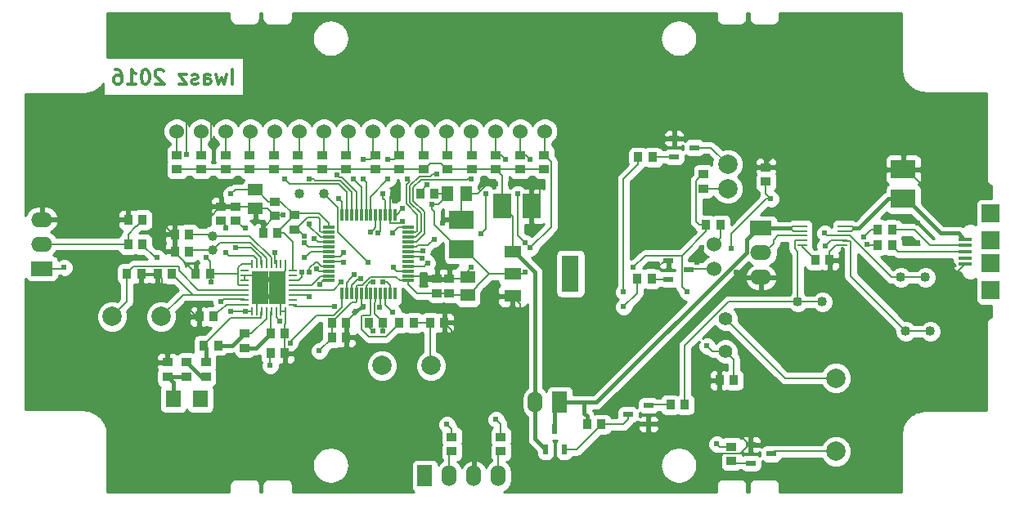
<source format=gbr>
%TF.GenerationSoftware,KiCad,Pcbnew,(2015-12-30 BZR 6409)-product*%
%TF.CreationDate,2016-01-04T10:30:51+01:00*%
%TF.ProjectId,gp8-clock,6770382D636C6F636B2E6B696361645F,rev?*%
%TF.FileFunction,Copper,L2,Bot,Signal*%
%FSLAX46Y46*%
G04 Gerber Fmt 4.6, Leading zero omitted, Abs format (unit mm)*
G04 Created by KiCad (PCBNEW (2015-12-30 BZR 6409)-product) date pon, 4 sty 2016, 10:30:51*
%MOMM*%
G01*
G04 APERTURE LIST*
%ADD10C,0.100000*%
%ADD11C,0.300000*%
%ADD12C,1.524000*%
%ADD13R,0.899160X1.000760*%
%ADD14R,1.498600X1.300480*%
%ADD15R,1.000760X0.899160*%
%ADD16R,1.300480X1.498600*%
%ADD17R,1.000760X0.599440*%
%ADD18R,1.600200X1.803400*%
%ADD19R,2.199640X1.524000*%
%ADD20O,2.199640X1.524000*%
%ADD21R,0.299720X1.300480*%
%ADD22R,1.300480X0.299720*%
%ADD23R,1.897380X1.897380*%
%ADD24R,1.348740X0.398780*%
%ADD25R,1.346200X0.398780*%
%ADD26R,1.000000X0.250000*%
%ADD27R,1.800860X1.300480*%
%ADD28R,1.800860X3.799840*%
%ADD29R,0.279400X0.848360*%
%ADD30R,0.848360X0.279400*%
%ADD31R,1.724660X1.724660*%
%ADD32C,1.000760*%
%ADD33R,2.499360X1.950720*%
%ADD34R,1.950720X2.499360*%
%ADD35C,1.998980*%
%ADD36C,1.016000*%
%ADD37R,1.524000X2.199640*%
%ADD38O,1.524000X2.199640*%
%ADD39R,0.599440X1.000760*%
%ADD40C,1.400000*%
%ADD41C,2.000000*%
%ADD42C,0.609600*%
%ADD43C,0.203200*%
%ADD44C,0.406400*%
%ADD45C,0.254000*%
G04 APERTURE END LIST*
D10*
D11*
X123582142Y-85133571D02*
X123582142Y-83633571D01*
X123010713Y-84133571D02*
X122724999Y-85133571D01*
X122439285Y-84419286D01*
X122153570Y-85133571D01*
X121867856Y-84133571D01*
X120653570Y-85133571D02*
X120653570Y-84347857D01*
X120724999Y-84205000D01*
X120867856Y-84133571D01*
X121153570Y-84133571D01*
X121296427Y-84205000D01*
X120653570Y-85062143D02*
X120796427Y-85133571D01*
X121153570Y-85133571D01*
X121296427Y-85062143D01*
X121367856Y-84919286D01*
X121367856Y-84776429D01*
X121296427Y-84633571D01*
X121153570Y-84562143D01*
X120796427Y-84562143D01*
X120653570Y-84490714D01*
X120010713Y-85062143D02*
X119867856Y-85133571D01*
X119582141Y-85133571D01*
X119439284Y-85062143D01*
X119367856Y-84919286D01*
X119367856Y-84847857D01*
X119439284Y-84705000D01*
X119582141Y-84633571D01*
X119796427Y-84633571D01*
X119939284Y-84562143D01*
X120010713Y-84419286D01*
X120010713Y-84347857D01*
X119939284Y-84205000D01*
X119796427Y-84133571D01*
X119582141Y-84133571D01*
X119439284Y-84205000D01*
X118867855Y-84133571D02*
X118082141Y-84133571D01*
X118867855Y-85133571D01*
X118082141Y-85133571D01*
X116439284Y-83776429D02*
X116367855Y-83705000D01*
X116224998Y-83633571D01*
X115867855Y-83633571D01*
X115724998Y-83705000D01*
X115653569Y-83776429D01*
X115582141Y-83919286D01*
X115582141Y-84062143D01*
X115653569Y-84276429D01*
X116510712Y-85133571D01*
X115582141Y-85133571D01*
X114653570Y-83633571D02*
X114510713Y-83633571D01*
X114367856Y-83705000D01*
X114296427Y-83776429D01*
X114224998Y-83919286D01*
X114153570Y-84205000D01*
X114153570Y-84562143D01*
X114224998Y-84847857D01*
X114296427Y-84990714D01*
X114367856Y-85062143D01*
X114510713Y-85133571D01*
X114653570Y-85133571D01*
X114796427Y-85062143D01*
X114867856Y-84990714D01*
X114939284Y-84847857D01*
X115010713Y-84562143D01*
X115010713Y-84205000D01*
X114939284Y-83919286D01*
X114867856Y-83776429D01*
X114796427Y-83705000D01*
X114653570Y-83633571D01*
X112724999Y-85133571D02*
X113582142Y-85133571D01*
X113153570Y-85133571D02*
X113153570Y-83633571D01*
X113296427Y-83847857D01*
X113439285Y-83990714D01*
X113582142Y-84062143D01*
X111439285Y-83633571D02*
X111724999Y-83633571D01*
X111867856Y-83705000D01*
X111939285Y-83776429D01*
X112082142Y-83990714D01*
X112153571Y-84276429D01*
X112153571Y-84847857D01*
X112082142Y-84990714D01*
X112010714Y-85062143D01*
X111867856Y-85133571D01*
X111582142Y-85133571D01*
X111439285Y-85062143D01*
X111367856Y-84990714D01*
X111296428Y-84847857D01*
X111296428Y-84490714D01*
X111367856Y-84347857D01*
X111439285Y-84276429D01*
X111582142Y-84205000D01*
X111867856Y-84205000D01*
X112010714Y-84276429D01*
X112082142Y-84347857D01*
X112153571Y-84490714D01*
D12*
X155904000Y-90011000D03*
X153364000Y-90011000D03*
X150824000Y-90011000D03*
X148284000Y-90011000D03*
X145744000Y-90011000D03*
X143204000Y-90011000D03*
X140664000Y-90011000D03*
X138124000Y-90011000D03*
X135584000Y-90011000D03*
X133044000Y-90011000D03*
X130504000Y-90011000D03*
X127964000Y-90011000D03*
X125424000Y-90011000D03*
X122884000Y-90011000D03*
X120344000Y-90011000D03*
X117804000Y-90011000D03*
X173414000Y-101711000D03*
X173414000Y-104251000D03*
D13*
X114289840Y-99187000D03*
X112786160Y-99187000D03*
X133868160Y-111379000D03*
X135371840Y-111379000D03*
X139181840Y-109855000D03*
X137678160Y-109855000D03*
X144028160Y-109855000D03*
X145531840Y-109855000D03*
X133868160Y-109855000D03*
X135371840Y-109855000D03*
D14*
X125984000Y-96075500D03*
X125984000Y-97980500D03*
D15*
X128016000Y-97292160D03*
X128016000Y-98795840D03*
X130048000Y-98689160D03*
X130048000Y-100192840D03*
X144780000Y-106796840D03*
X144780000Y-105293160D03*
X146050000Y-106796840D03*
X146050000Y-105293160D03*
D14*
X147955000Y-106997500D03*
X147955000Y-105092500D03*
D15*
X178816000Y-95239840D03*
X178816000Y-93736160D03*
D13*
X144515840Y-96520000D03*
X143012160Y-96520000D03*
D16*
X145859500Y-96520000D03*
X147764500Y-96520000D03*
D13*
X119115840Y-102489000D03*
X117612160Y-102489000D03*
X119115840Y-100711000D03*
X117612160Y-100711000D03*
D15*
X122428000Y-99303840D03*
X122428000Y-97800160D03*
X123952000Y-99303840D03*
X123952000Y-97800160D03*
D13*
X127518160Y-113030000D03*
X129021840Y-113030000D03*
X121274840Y-104775000D03*
X119771160Y-104775000D03*
X112659160Y-104775000D03*
X114162840Y-104775000D03*
X117337840Y-104775000D03*
X115834160Y-104775000D03*
X126756160Y-100584000D03*
X128259840Y-100584000D03*
X129021840Y-110998000D03*
X127518160Y-110998000D03*
D15*
X118854000Y-115462840D03*
X118854000Y-113959160D03*
X116854000Y-113959160D03*
X116854000Y-115462840D03*
D13*
X120602160Y-112211000D03*
X122105840Y-112211000D03*
D15*
X120854000Y-113959160D03*
X120854000Y-115462840D03*
X124854000Y-110959160D03*
X124854000Y-112462840D03*
D17*
X168742360Y-105346500D03*
X170855640Y-104394000D03*
X168742360Y-103441500D03*
X169297360Y-92663500D03*
X171410640Y-91711000D03*
X169297360Y-90758500D03*
D15*
X117854000Y-93962840D03*
X117854000Y-92459160D03*
X120354000Y-93962840D03*
X120354000Y-92459160D03*
D13*
X165491160Y-105283000D03*
X166994840Y-105283000D03*
D15*
X122854000Y-93962840D03*
X122854000Y-92459160D03*
X125354000Y-93962840D03*
X125354000Y-92459160D03*
X127854000Y-93962840D03*
X127854000Y-92459160D03*
X130354000Y-93962840D03*
X130354000Y-92459160D03*
X132854000Y-93962840D03*
X132854000Y-92459160D03*
D13*
X174105840Y-99711000D03*
X172602160Y-99711000D03*
D15*
X135354000Y-93962840D03*
X135354000Y-92459160D03*
X138354000Y-93962840D03*
X138354000Y-92459160D03*
X140854000Y-93962840D03*
X140854000Y-92459160D03*
D13*
X114289840Y-101727000D03*
X112786160Y-101727000D03*
D15*
X143354000Y-93962840D03*
X143354000Y-92459160D03*
X145854000Y-93962840D03*
X145854000Y-92459160D03*
X148354000Y-93962840D03*
X148354000Y-92459160D03*
X150854000Y-93962840D03*
X150854000Y-92459160D03*
X153354000Y-93962840D03*
X153354000Y-92459160D03*
X155854000Y-93962840D03*
X155854000Y-92459160D03*
D13*
X165602160Y-92711000D03*
X167105840Y-92711000D03*
D15*
X172354000Y-95962840D03*
X172354000Y-94459160D03*
D13*
X140853160Y-109855000D03*
X142356840Y-109855000D03*
X191886840Y-100203000D03*
X190383160Y-100203000D03*
X191886840Y-101854000D03*
X190383160Y-101854000D03*
X175503840Y-115824000D03*
X174000160Y-115824000D03*
D15*
X175260000Y-122692160D03*
X175260000Y-124195840D03*
D13*
X183906160Y-103378000D03*
X185409840Y-103378000D03*
X120152160Y-109220000D03*
X121655840Y-109220000D03*
D18*
X120251000Y-117711000D03*
X117457000Y-117711000D03*
D19*
X103854000Y-104251000D03*
D20*
X103854000Y-101711000D03*
X103854000Y-99171000D03*
D21*
X138917680Y-106842560D03*
X138417300Y-106842560D03*
X137916920Y-106842560D03*
X137419080Y-106842560D03*
X136918700Y-106842560D03*
X140418820Y-106842560D03*
X139918440Y-106842560D03*
X139418060Y-106842560D03*
D22*
X133568440Y-105493820D03*
X133568440Y-104993440D03*
X133568440Y-104493060D03*
X133568440Y-103992680D03*
X133568440Y-103492300D03*
X133568440Y-102991920D03*
X133568440Y-102494080D03*
X133568440Y-101993700D03*
D21*
X134917180Y-98643440D03*
X135417560Y-98643440D03*
X135917940Y-98643440D03*
X136418320Y-98643440D03*
X136918700Y-98643440D03*
X137419080Y-98643440D03*
X137916920Y-98643440D03*
X138417300Y-98643440D03*
D22*
X141767560Y-99992180D03*
X141767560Y-100492560D03*
X141767560Y-100992940D03*
X141767560Y-101493320D03*
X141767560Y-101993700D03*
X141767560Y-102494080D03*
X141767560Y-102991920D03*
X141767560Y-103492300D03*
D21*
X136418320Y-106842560D03*
X135917940Y-106842560D03*
X135417560Y-106842560D03*
X134917180Y-106842560D03*
D22*
X133568440Y-101493320D03*
X133568440Y-100992940D03*
X133568440Y-100492560D03*
X133568440Y-99992180D03*
D21*
X138917680Y-98643440D03*
X139418060Y-98643440D03*
X139918440Y-98643440D03*
X140418820Y-98643440D03*
D22*
X141767560Y-103992680D03*
X141767560Y-104493060D03*
X141767560Y-104993440D03*
X141767560Y-105493820D03*
D23*
X202100000Y-101301120D03*
X202100000Y-103698880D03*
X202100000Y-106449700D03*
X202100000Y-98550300D03*
D24*
X199425380Y-101199520D03*
D25*
X199425380Y-101852300D03*
X199425380Y-102500000D03*
X199425380Y-103147700D03*
X199425380Y-103800480D03*
D26*
X186771100Y-99838000D03*
X186771100Y-100338000D03*
X186771100Y-100838000D03*
X186771100Y-101338000D03*
X186771100Y-101838000D03*
X182544900Y-101838000D03*
X182544900Y-101338000D03*
X182544900Y-100838000D03*
X182544900Y-100338000D03*
X182544900Y-99838000D03*
D27*
X152575260Y-107076240D03*
X152575260Y-104775000D03*
X152575260Y-102473760D03*
D28*
X158574740Y-104775000D03*
D29*
X126104320Y-103737040D03*
X126604700Y-103737040D03*
X127105080Y-103737040D03*
X127602920Y-103737040D03*
X129101520Y-103737040D03*
D30*
X129827960Y-104463480D03*
X129827960Y-104961320D03*
X129827960Y-105461700D03*
X129827960Y-105962080D03*
X129827960Y-106459920D03*
X129827960Y-106960300D03*
D29*
X125606480Y-103737040D03*
D31*
X128215060Y-105349940D03*
X126492940Y-105349940D03*
X126492940Y-107072060D03*
X128215060Y-107072060D03*
D30*
X129827960Y-107460680D03*
X129827960Y-107958520D03*
D29*
X129101520Y-108684960D03*
X128603680Y-108684960D03*
X128103300Y-108684960D03*
X127602920Y-108684960D03*
X127105080Y-108684960D03*
X126604700Y-108684960D03*
X126104320Y-108684960D03*
X125606480Y-108684960D03*
D30*
X124880040Y-107958520D03*
X124880040Y-107460680D03*
X124880040Y-106960300D03*
X124880040Y-106459920D03*
D29*
X128103300Y-103737040D03*
X128603680Y-103737040D03*
D30*
X124880040Y-105962080D03*
X124880040Y-105461700D03*
X124880040Y-104961320D03*
X124880040Y-104463480D03*
D32*
X121539000Y-102349300D03*
X121539000Y-100850700D03*
D33*
X193040000Y-93980000D03*
X193040000Y-97028000D03*
D34*
X154559000Y-97790000D03*
X151511000Y-97790000D03*
D33*
X147320000Y-99187000D03*
X147320000Y-102235000D03*
D35*
X174854000Y-93441000D03*
X174854000Y-95981000D03*
D19*
X178308000Y-100076000D03*
D20*
X178308000Y-102616000D03*
X178308000Y-105156000D03*
D36*
X130556000Y-96520000D03*
X133096000Y-96520000D03*
D37*
X143510000Y-125730000D03*
D38*
X146050000Y-125730000D03*
X148590000Y-125730000D03*
X151130000Y-125730000D03*
D36*
X192786000Y-105156000D03*
X195326000Y-105156000D03*
X193294000Y-110744000D03*
X195834000Y-110744000D03*
X182118000Y-107696000D03*
X184658000Y-107696000D03*
D17*
X177251360Y-124396500D03*
X179364640Y-123444000D03*
X177251360Y-122491500D03*
X166664640Y-118427500D03*
X164551360Y-119380000D03*
X166664640Y-120332500D03*
D39*
X157924500Y-122976640D03*
X156972000Y-120863360D03*
X156019500Y-122976640D03*
D40*
X174625000Y-109425000D03*
X174625000Y-112825000D03*
D15*
X146304000Y-123179840D03*
X146304000Y-121676160D03*
X151384000Y-123179840D03*
X151384000Y-121676160D03*
D13*
X168920160Y-118364000D03*
X170423840Y-118364000D03*
X161787840Y-120396000D03*
X160284160Y-120396000D03*
D41*
X186055000Y-115580160D03*
X186055000Y-123179840D03*
D37*
X157480000Y-118110000D03*
D38*
X154940000Y-118110000D03*
D35*
X139065000Y-114300000D03*
X144145000Y-114300000D03*
X116205000Y-109220000D03*
X111125000Y-109220000D03*
D42*
X130556000Y-113284000D03*
X132080000Y-111252000D03*
X132080000Y-115316000D03*
X162052000Y-108712000D03*
X161036000Y-104698810D03*
X163068000Y-104698810D03*
X160528000Y-103581190D03*
X162052000Y-103581190D03*
X162052000Y-101600000D03*
X158496000Y-101092000D03*
X158496000Y-97586810D03*
X161544000Y-97993190D03*
X194564000Y-99568000D03*
X192532000Y-99060000D03*
X194564000Y-101600000D03*
X193548000Y-101600000D03*
X196596000Y-103632000D03*
X198120000Y-106172000D03*
X195072000Y-107696000D03*
X199136000Y-109728000D03*
X199136000Y-116840000D03*
X197612000Y-113284000D03*
X195072000Y-116840000D03*
X192024000Y-113792000D03*
X184404000Y-105664000D03*
X187452000Y-108204000D03*
X184912000Y-109728000D03*
X179832000Y-110744000D03*
X182880000Y-113792000D03*
X188976000Y-112776000D03*
X188976000Y-117856000D03*
X186436000Y-120396000D03*
X182880000Y-117348000D03*
X181356000Y-121412000D03*
X179832000Y-117856000D03*
X175260000Y-119380000D03*
X171704000Y-127000000D03*
X167132000Y-126492000D03*
X158496000Y-125476000D03*
X152908000Y-124460000D03*
X155956000Y-126492000D03*
X160528000Y-125476000D03*
X164084000Y-122428000D03*
X164084000Y-125984000D03*
X166624000Y-123444000D03*
X169164000Y-120904000D03*
X166624000Y-116840000D03*
X169164000Y-115316000D03*
X168656000Y-113284000D03*
X165608000Y-116332000D03*
X161036000Y-115824000D03*
X156972000Y-115316000D03*
X161544000Y-113284000D03*
X156972000Y-113284000D03*
X152908000Y-116840000D03*
X152908000Y-114300000D03*
X149860000Y-113284000D03*
X149352000Y-121412000D03*
X147828000Y-115824000D03*
X143256000Y-118364000D03*
X141224000Y-116332000D03*
X135128000Y-117348000D03*
X133096000Y-116332000D03*
X136144000Y-119380000D03*
X139192000Y-123444000D03*
X136652000Y-126492000D03*
X132080000Y-127000000D03*
X129032000Y-124968000D03*
X131064000Y-121920000D03*
X126492000Y-123444000D03*
X129032000Y-120396000D03*
X124968000Y-121920000D03*
X129032000Y-117856000D03*
X125476000Y-117856000D03*
X125476000Y-115316000D03*
X123444000Y-114808000D03*
X123444000Y-118364000D03*
X123444000Y-124460000D03*
X121412000Y-120904000D03*
X121412000Y-126492000D03*
X119888000Y-124460000D03*
X118872000Y-120904000D03*
X117348000Y-122936000D03*
X118364000Y-125984000D03*
X114808000Y-122936000D03*
X115824000Y-127000000D03*
X113792000Y-124968000D03*
X111252000Y-126492000D03*
X112776000Y-122428000D03*
X115316000Y-120396000D03*
X111760000Y-120396000D03*
X114300000Y-118364000D03*
X114300000Y-113792000D03*
X111252000Y-117348000D03*
X111252000Y-114808000D03*
X108712000Y-117856000D03*
X103632000Y-116332000D03*
X107696000Y-115824000D03*
X103124000Y-112776000D03*
X105664000Y-111252000D03*
X103632000Y-109728000D03*
X106172000Y-109728000D03*
X103124000Y-108204000D03*
X105156000Y-106680000D03*
X109220000Y-106172000D03*
X107696000Y-109220000D03*
X108204000Y-112268000D03*
X111760000Y-112268000D03*
X113792000Y-110236000D03*
X114300000Y-107188000D03*
X171704000Y-103632000D03*
X172212000Y-102108000D03*
X170688000Y-101092000D03*
X169672000Y-101600000D03*
X165608000Y-101092000D03*
X169164000Y-99517190D03*
X166624000Y-99110810D03*
X168656000Y-97586810D03*
X165608000Y-97586810D03*
X166624000Y-94488000D03*
X169672000Y-95504000D03*
X171196000Y-93472000D03*
X173736000Y-89916000D03*
X169672000Y-88900000D03*
X165608000Y-89916000D03*
X167132000Y-86868000D03*
X163576000Y-88900000D03*
X162052000Y-91948000D03*
X162052000Y-94996000D03*
X158496000Y-94996000D03*
X159004000Y-91948000D03*
X160020000Y-88392000D03*
X155956000Y-87376000D03*
X153416000Y-87376000D03*
X149352000Y-85344000D03*
X145796000Y-86868000D03*
X200152000Y-96012000D03*
X197104000Y-95504000D03*
X200152000Y-93472000D03*
X198120000Y-92456000D03*
X200660000Y-89408000D03*
X196088000Y-89916000D03*
X197104000Y-87376000D03*
X192024000Y-88392000D03*
X193548000Y-86360000D03*
X189484000Y-86360000D03*
X189484000Y-80772000D03*
X185420000Y-85852000D03*
X184912000Y-80264000D03*
X182372000Y-85852000D03*
X181864000Y-80772000D03*
X177800000Y-85344000D03*
X178308000Y-80772000D03*
X175260000Y-87376000D03*
X174752000Y-83820000D03*
X173228000Y-80772000D03*
X172720000Y-83312000D03*
X169672000Y-84328000D03*
X171704000Y-87884000D03*
X166624000Y-81788000D03*
X165100000Y-83820000D03*
X164084000Y-79756000D03*
X162560000Y-85852000D03*
X161036000Y-80264000D03*
X158496000Y-84836000D03*
X157988000Y-80264000D03*
X153416000Y-83820000D03*
X153416000Y-79248000D03*
X149860000Y-82804000D03*
X148844000Y-78232000D03*
X146304000Y-83312000D03*
X143764000Y-79248000D03*
X142240000Y-85852000D03*
X141224000Y-82804000D03*
X137668000Y-85852000D03*
X138684000Y-78740000D03*
X136652000Y-82804000D03*
X135128000Y-84836000D03*
X133604000Y-87376000D03*
X131572000Y-87376000D03*
X132588000Y-83312000D03*
X131064000Y-84836000D03*
X128524000Y-80264000D03*
X128524000Y-87376000D03*
X125476000Y-87376000D03*
X125984000Y-84836000D03*
X124460000Y-79756000D03*
X121412000Y-81280000D03*
X119380000Y-78740000D03*
X116332000Y-81280000D03*
X114300000Y-78740000D03*
X112268000Y-81280000D03*
X121412000Y-91440000D03*
X121920000Y-87884000D03*
X119380000Y-88392000D03*
X118872000Y-92456000D03*
X118872000Y-97536000D03*
X115824000Y-97028000D03*
X112776000Y-93472000D03*
X110744000Y-90424000D03*
X107696000Y-87884000D03*
X105156000Y-89916000D03*
X108204000Y-93980000D03*
X110744000Y-96012000D03*
X108712000Y-99568000D03*
X104648000Y-94996000D03*
X185420000Y-104648000D03*
X175768000Y-104648000D03*
X167640000Y-104140000D03*
X153416000Y-108712000D03*
X156464000Y-108712000D03*
X155956000Y-103581190D03*
X148336000Y-104140000D03*
X128862754Y-98721246D03*
X130983754Y-100842236D03*
X112776000Y-98044000D03*
X116332000Y-99568000D03*
X116332000Y-106172000D03*
X118872000Y-108204000D03*
X155448000Y-95504000D03*
X154432000Y-95504000D03*
X152400000Y-95504000D03*
X150876000Y-95504000D03*
X140208000Y-96520000D03*
X143764000Y-95580842D03*
X145300006Y-99521084D03*
X141224000Y-99385028D03*
X137160000Y-108204000D03*
X138176000Y-110744000D03*
X198628000Y-105156000D03*
X198120000Y-98044000D03*
X179832000Y-92456000D03*
X189992000Y-93980000D03*
X115824000Y-103124000D03*
X123444000Y-96520000D03*
X120904000Y-103124000D03*
X121412000Y-105664000D03*
X122428000Y-107696000D03*
X123444000Y-108712000D03*
X124968000Y-108712000D03*
X144272000Y-97586810D03*
X141224000Y-97993190D03*
X132588000Y-112776000D03*
X127508000Y-114300000D03*
X165100000Y-104140000D03*
X153924000Y-104648000D03*
X170688000Y-106680000D03*
X139192000Y-110744000D03*
X175260000Y-102158820D03*
X143800464Y-103663866D03*
X179324000Y-97028000D03*
X122936000Y-100076000D03*
X122936000Y-102616000D03*
X124968000Y-100076000D03*
X123952000Y-102108000D03*
X131064000Y-101600000D03*
X132051892Y-101120108D03*
X136194820Y-104896111D03*
X164084000Y-108204000D03*
X131571313Y-99618820D03*
X134620000Y-97028000D03*
X129032000Y-94996000D03*
X131572000Y-94945180D03*
X134410062Y-94523319D03*
X135584000Y-90011000D03*
X136144000Y-94996000D03*
X137160000Y-92964000D03*
X137160000Y-94996000D03*
X139700000Y-92964000D03*
X139700000Y-94996000D03*
X141732000Y-94996000D03*
X144780000Y-94437180D03*
X148336000Y-94996000D03*
X149860000Y-96469180D03*
X144463955Y-101182335D03*
X149352000Y-100634810D03*
X151892000Y-92964000D03*
X153126438Y-96469180D03*
X143261339Y-102407751D03*
X153893183Y-101549190D03*
X154432000Y-92964000D03*
X143221258Y-103168708D03*
X154432000Y-102108000D03*
X136857277Y-105272692D03*
X164084000Y-106680000D03*
X188968852Y-100985227D03*
X137876614Y-100490239D03*
X189247293Y-101748859D03*
X138684007Y-100584007D03*
X140208000Y-108762810D03*
X172720000Y-112268000D03*
X131064000Y-103124000D03*
X106172000Y-104140000D03*
X128524000Y-109728000D03*
X132597597Y-105901119D03*
X132311765Y-104283217D03*
X130811231Y-104604480D03*
X131572000Y-104648000D03*
X131572000Y-107188000D03*
X134859196Y-105651053D03*
X135128000Y-103632000D03*
X135128000Y-102616000D03*
X134162810Y-108204000D03*
X128016000Y-102616000D03*
X129587352Y-111940639D03*
X137668000Y-103632000D03*
X138176000Y-105664000D03*
X184912000Y-100584000D03*
X140238824Y-104109176D03*
X139192000Y-105664000D03*
X184920838Y-101919549D03*
X138831351Y-108236380D03*
X173736000Y-122428000D03*
X139192000Y-96520000D03*
X145796000Y-120396000D03*
X140208000Y-100584000D03*
X150876000Y-119888000D03*
D43*
X112786160Y-101727000D02*
X112786160Y-100690680D01*
X112786160Y-100690680D02*
X113586260Y-99890580D01*
X113586260Y-99890580D02*
X113637060Y-99890580D01*
X114289840Y-99237800D02*
X114289840Y-99187000D01*
X113637060Y-99890580D02*
X114289840Y-99237800D01*
X103854000Y-101711000D02*
X112770160Y-101711000D01*
X112770160Y-101711000D02*
X112786160Y-101727000D01*
X130860799Y-113588799D02*
X130556000Y-113284000D01*
X132080000Y-115316000D02*
X132080000Y-114808000D01*
X132080000Y-114808000D02*
X130860799Y-113588799D01*
X131267201Y-113995201D02*
X130860799Y-113588799D01*
X131775201Y-113995201D02*
X131267201Y-113995201D01*
X161036000Y-104698810D02*
X161036000Y-107696000D01*
X161036000Y-107696000D02*
X162052000Y-108712000D01*
X160528000Y-103581190D02*
X161950380Y-103581190D01*
X161950380Y-103581190D02*
X163068000Y-104698810D01*
X162052000Y-101600000D02*
X162052000Y-103581190D01*
X158496000Y-97586810D02*
X158496000Y-101092000D01*
X162052000Y-94996000D02*
X162052000Y-97485190D01*
X162052000Y-97485190D02*
X161544000Y-97993190D01*
X148590000Y-125730000D02*
X148590000Y-119396814D01*
X148590000Y-119396814D02*
X145152593Y-115959407D01*
X139700000Y-112268000D02*
X136913620Y-112268000D01*
X145152593Y-115959407D02*
X144780000Y-116332000D01*
X144780000Y-116332000D02*
X143764000Y-116332000D01*
X143764000Y-116332000D02*
X139700000Y-112268000D01*
X136913620Y-112268000D02*
X136024620Y-111379000D01*
X136024620Y-111379000D02*
X135371840Y-111379000D01*
X145531840Y-109855000D02*
X146304000Y-110627160D01*
X146304000Y-110627160D02*
X146304000Y-114808000D01*
X146304000Y-114808000D02*
X145288000Y-115824000D01*
X145288000Y-115824000D02*
X144780000Y-115824000D01*
X192532000Y-99060000D02*
X193040000Y-99568000D01*
X193040000Y-99568000D02*
X194564000Y-99568000D01*
X193548000Y-101600000D02*
X194564000Y-101600000D01*
X198120000Y-106172000D02*
X198120000Y-105156000D01*
X198120000Y-105156000D02*
X196596000Y-103632000D01*
X199136000Y-109728000D02*
X197104000Y-109728000D01*
X197104000Y-109728000D02*
X195072000Y-107696000D01*
X197612000Y-113284000D02*
X197612000Y-115316000D01*
X197612000Y-115316000D02*
X199136000Y-116840000D01*
X192024000Y-113792000D02*
X195072000Y-116840000D01*
X187452000Y-108204000D02*
X186944000Y-108204000D01*
X186944000Y-108204000D02*
X184404000Y-105664000D01*
X179832000Y-110744000D02*
X183896000Y-110744000D01*
X183896000Y-110744000D02*
X184912000Y-109728000D01*
X188976000Y-112776000D02*
X183896000Y-112776000D01*
X183896000Y-112776000D02*
X182880000Y-113792000D01*
X186436000Y-120396000D02*
X188976000Y-117856000D01*
X181356000Y-121412000D02*
X181356000Y-118872000D01*
X181356000Y-118872000D02*
X182880000Y-117348000D01*
X175260000Y-119380000D02*
X178308000Y-119380000D01*
X178308000Y-119380000D02*
X179832000Y-117856000D01*
X167132000Y-126492000D02*
X167640000Y-127000000D01*
X167640000Y-127000000D02*
X171704000Y-127000000D01*
X152908000Y-124460000D02*
X153924000Y-125476000D01*
X153924000Y-125476000D02*
X158496000Y-125476000D01*
X160528000Y-125476000D02*
X159512000Y-126492000D01*
X159512000Y-126492000D02*
X155956000Y-126492000D01*
X164084000Y-125984000D02*
X164084000Y-122428000D01*
X169164000Y-120904000D02*
X166624000Y-123444000D01*
X169164000Y-115316000D02*
X168148000Y-115316000D01*
X168148000Y-115316000D02*
X166624000Y-116840000D01*
X165608000Y-116332000D02*
X168656000Y-113284000D01*
X156972000Y-115316000D02*
X157480000Y-115824000D01*
X157480000Y-115824000D02*
X161036000Y-115824000D01*
X156972000Y-113284000D02*
X161544000Y-113284000D01*
X152908000Y-114300000D02*
X152908000Y-116840000D01*
X149352000Y-121412000D02*
X149352000Y-120396000D01*
X149352000Y-120396000D02*
X149860000Y-119888000D01*
X149860000Y-119888000D02*
X149860000Y-113284000D01*
X143256000Y-118364000D02*
X145796000Y-115824000D01*
X145796000Y-115824000D02*
X147828000Y-115824000D01*
X135128000Y-117348000D02*
X136144000Y-116332000D01*
X136144000Y-116332000D02*
X141224000Y-116332000D01*
X136144000Y-119380000D02*
X133096000Y-116332000D01*
X136652000Y-126492000D02*
X139192000Y-123952000D01*
X139192000Y-123952000D02*
X139192000Y-123444000D01*
X129032000Y-124968000D02*
X131064000Y-127000000D01*
X131064000Y-127000000D02*
X132080000Y-127000000D01*
X126492000Y-123444000D02*
X128016000Y-121920000D01*
X128016000Y-121920000D02*
X131064000Y-121920000D01*
X124968000Y-121920000D02*
X126492000Y-120396000D01*
X126492000Y-120396000D02*
X129032000Y-120396000D01*
X125476000Y-117856000D02*
X129032000Y-117856000D01*
X123444000Y-114808000D02*
X124968000Y-114808000D01*
X124968000Y-114808000D02*
X125476000Y-115316000D01*
X123444000Y-124460000D02*
X123444000Y-118364000D01*
X121412000Y-126492000D02*
X121412000Y-120904000D01*
X118872000Y-120904000D02*
X118872000Y-123444000D01*
X118872000Y-123444000D02*
X119888000Y-124460000D01*
X118364000Y-125984000D02*
X118364000Y-123952000D01*
X118364000Y-123952000D02*
X117348000Y-122936000D01*
X115824000Y-127000000D02*
X114808000Y-125984000D01*
X114808000Y-125984000D02*
X114808000Y-122936000D01*
X111252000Y-126492000D02*
X112268000Y-126492000D01*
X112268000Y-126492000D02*
X113792000Y-124968000D01*
X113792000Y-120396000D02*
X112776000Y-121412000D01*
X112776000Y-121412000D02*
X112776000Y-122428000D01*
X115316000Y-120396000D02*
X113792000Y-120396000D01*
X114300000Y-118364000D02*
X113792000Y-118364000D01*
X113792000Y-118364000D02*
X111760000Y-120396000D01*
X111252000Y-117348000D02*
X111252000Y-116840000D01*
X111252000Y-116840000D02*
X114300000Y-113792000D01*
X108712000Y-117856000D02*
X108712000Y-117348000D01*
X108712000Y-117348000D02*
X111252000Y-114808000D01*
X107696000Y-115824000D02*
X107188000Y-116332000D01*
X107188000Y-116332000D02*
X103632000Y-116332000D01*
X105664000Y-111252000D02*
X104648000Y-111252000D01*
X104648000Y-111252000D02*
X103124000Y-112776000D01*
X106172000Y-109728000D02*
X103632000Y-109728000D01*
X105156000Y-106680000D02*
X104648000Y-106680000D01*
X104648000Y-106680000D02*
X103124000Y-108204000D01*
X107696000Y-109220000D02*
X107696000Y-107696000D01*
X107696000Y-107696000D02*
X109220000Y-106172000D01*
X111760000Y-112268000D02*
X108204000Y-112268000D01*
X114300000Y-107188000D02*
X113792000Y-107696000D01*
X113792000Y-107696000D02*
X113792000Y-110236000D01*
X172212000Y-102108000D02*
X172212000Y-103124000D01*
X172212000Y-103124000D02*
X171704000Y-103632000D01*
X169672000Y-101600000D02*
X170180000Y-101600000D01*
X170180000Y-101600000D02*
X170688000Y-101092000D01*
X169164000Y-99517190D02*
X167182810Y-99517190D01*
X167182810Y-99517190D02*
X165608000Y-101092000D01*
X168656000Y-97586810D02*
X168148000Y-97586810D01*
X168148000Y-97586810D02*
X166624000Y-99110810D01*
X166624000Y-94488000D02*
X165608000Y-95504000D01*
X165608000Y-95504000D02*
X165608000Y-97586810D01*
X171196000Y-93472000D02*
X171196000Y-93980000D01*
X171196000Y-93980000D02*
X169672000Y-95504000D01*
X169672000Y-88900000D02*
X172720000Y-88900000D01*
X172720000Y-88900000D02*
X173736000Y-89916000D01*
X167132000Y-86868000D02*
X167132000Y-88392000D01*
X167132000Y-88392000D02*
X165608000Y-89916000D01*
X162052000Y-91948000D02*
X162052000Y-90424000D01*
X162052000Y-90424000D02*
X163576000Y-88900000D01*
X158496000Y-94996000D02*
X162052000Y-94996000D01*
X160020000Y-88392000D02*
X159004000Y-89408000D01*
X159004000Y-89408000D02*
X159004000Y-91948000D01*
X153416000Y-87376000D02*
X155956000Y-87376000D01*
X145796000Y-86868000D02*
X147828000Y-86868000D01*
X147828000Y-86868000D02*
X149352000Y-85344000D01*
X197104000Y-95504000D02*
X197612000Y-96012000D01*
X197612000Y-96012000D02*
X200152000Y-96012000D01*
X198120000Y-92456000D02*
X199136000Y-92456000D01*
X199136000Y-92456000D02*
X200152000Y-93472000D01*
X196088000Y-89916000D02*
X196596000Y-89408000D01*
X196596000Y-89408000D02*
X200660000Y-89408000D01*
X192024000Y-88392000D02*
X196088000Y-88392000D01*
X196088000Y-88392000D02*
X197104000Y-87376000D01*
X189484000Y-86360000D02*
X193548000Y-86360000D01*
X185420000Y-85852000D02*
X185420000Y-84836000D01*
X185420000Y-84836000D02*
X189484000Y-80772000D01*
X182372000Y-85852000D02*
X182372000Y-82804000D01*
X182372000Y-82804000D02*
X184912000Y-80264000D01*
X177800000Y-85344000D02*
X177800000Y-84836000D01*
X177800000Y-84836000D02*
X181864000Y-80772000D01*
X175260000Y-87376000D02*
X175260000Y-83820000D01*
X175260000Y-83820000D02*
X178308000Y-80772000D01*
X173228000Y-80772000D02*
X173228000Y-82296000D01*
X173228000Y-82296000D02*
X174752000Y-83820000D01*
X169672000Y-84328000D02*
X171704000Y-84328000D01*
X171704000Y-84328000D02*
X172720000Y-83312000D01*
X166624000Y-81788000D02*
X171704000Y-86868000D01*
X171704000Y-86868000D02*
X171704000Y-87884000D01*
X164084000Y-79756000D02*
X164084000Y-82804000D01*
X164084000Y-82804000D02*
X165100000Y-83820000D01*
X161036000Y-80264000D02*
X162560000Y-81788000D01*
X162560000Y-81788000D02*
X162560000Y-85852000D01*
X157988000Y-80264000D02*
X158496000Y-80772000D01*
X158496000Y-80772000D02*
X158496000Y-84836000D01*
X153416000Y-79248000D02*
X153416000Y-83820000D01*
X148844000Y-78232000D02*
X149860000Y-79248000D01*
X149860000Y-79248000D02*
X149860000Y-82804000D01*
X143764000Y-79248000D02*
X146304000Y-81788000D01*
X146304000Y-81788000D02*
X146304000Y-83312000D01*
X141224000Y-82804000D02*
X142240000Y-83820000D01*
X142240000Y-83820000D02*
X142240000Y-85852000D01*
X138684000Y-78740000D02*
X137668000Y-79756000D01*
X137668000Y-79756000D02*
X137668000Y-85852000D01*
X135128000Y-84836000D02*
X135128000Y-84328000D01*
X135128000Y-84328000D02*
X136652000Y-82804000D01*
X131572000Y-87376000D02*
X133604000Y-87376000D01*
X131064000Y-84836000D02*
X132588000Y-83312000D01*
X128524000Y-87376000D02*
X128524000Y-80264000D01*
X125984000Y-84836000D02*
X125984000Y-86868000D01*
X125984000Y-86868000D02*
X125476000Y-87376000D01*
X121412000Y-81280000D02*
X122936000Y-81280000D01*
X122936000Y-81280000D02*
X124460000Y-79756000D01*
X116332000Y-81280000D02*
X116840000Y-81280000D01*
X116840000Y-81280000D02*
X119380000Y-78740000D01*
X112268000Y-81280000D02*
X114300000Y-79248000D01*
X114300000Y-79248000D02*
X114300000Y-78740000D01*
X121920000Y-87884000D02*
X121412000Y-88392000D01*
X121412000Y-88392000D02*
X121412000Y-91440000D01*
X118872000Y-92456000D02*
X118872000Y-88900000D01*
X118872000Y-88900000D02*
X119380000Y-88392000D01*
X115824000Y-97028000D02*
X118364000Y-97028000D01*
X118364000Y-97028000D02*
X118872000Y-97536000D01*
X110744000Y-90424000D02*
X110744000Y-91440000D01*
X110744000Y-91440000D02*
X112776000Y-93472000D01*
X105156000Y-89916000D02*
X105664000Y-89916000D01*
X105664000Y-89916000D02*
X107696000Y-87884000D01*
X110744000Y-96012000D02*
X110236000Y-96012000D01*
X110236000Y-96012000D02*
X108204000Y-93980000D01*
X104648000Y-94996000D02*
X108712000Y-99060000D01*
X108712000Y-99060000D02*
X108712000Y-99568000D01*
X166664640Y-120332500D02*
X170116500Y-120332500D01*
X170116500Y-120332500D02*
X173179741Y-123395741D01*
X173179741Y-123395741D02*
X176146459Y-123395741D01*
X176146459Y-123395741D02*
X177050700Y-122491500D01*
X169297360Y-90758500D02*
X176491120Y-90758500D01*
X176491120Y-90758500D02*
X178816000Y-93083380D01*
X178816000Y-93083380D02*
X178816000Y-93736160D01*
X185420000Y-104648000D02*
X185420000Y-103388160D01*
X185420000Y-103388160D02*
X185409840Y-103378000D01*
X175768000Y-104648000D02*
X176276000Y-105156000D01*
X176276000Y-105156000D02*
X178308000Y-105156000D01*
X168742360Y-103441500D02*
X168338500Y-103441500D01*
X168338500Y-103441500D02*
X167640000Y-104140000D01*
X174000160Y-115824000D02*
X174000160Y-119440960D01*
X174000160Y-119440960D02*
X177050700Y-122491500D01*
X177050700Y-122491500D02*
X177251360Y-122491500D01*
X153416000Y-108712000D02*
X153416000Y-107916980D01*
X153416000Y-107916980D02*
X152575260Y-107076240D01*
X155956000Y-103581190D02*
X155956000Y-108204000D01*
X155956000Y-108204000D02*
X156464000Y-108712000D01*
X147955000Y-105092500D02*
X147955000Y-104521000D01*
X147955000Y-104521000D02*
X148336000Y-104140000D01*
X145531840Y-109855000D02*
X150649940Y-109855000D01*
X150649940Y-109855000D02*
X152575260Y-107929680D01*
X152575260Y-107929680D02*
X152575260Y-107076240D01*
X128862754Y-98721246D02*
X128090594Y-98721246D01*
X128090594Y-98721246D02*
X128016000Y-98795840D01*
X130048000Y-100192840D02*
X130334358Y-100192840D01*
X130334358Y-100192840D02*
X130983754Y-100842236D01*
X130098800Y-100192840D02*
X130048000Y-100192840D01*
X131384029Y-98907611D02*
X130098800Y-100192840D01*
X132664199Y-100345241D02*
X132664199Y-99131107D01*
X132811518Y-100492560D02*
X132664199Y-100345241D01*
X132664199Y-99131107D02*
X132440703Y-98907611D01*
X132440703Y-98907611D02*
X131384029Y-98907611D01*
X133568440Y-100492560D02*
X132811518Y-100492560D01*
X125984000Y-97980500D02*
X125984000Y-98044000D01*
X125984000Y-98044000D02*
X127213360Y-98044000D01*
X127213360Y-98044000D02*
X127965200Y-98795840D01*
X129101520Y-108684960D02*
X128603680Y-108684960D01*
X129021840Y-110998000D02*
X129021840Y-110057186D01*
X129021840Y-110057186D02*
X129101520Y-109977506D01*
X129101520Y-109977506D02*
X129101520Y-109312340D01*
X129101520Y-109312340D02*
X129101520Y-108684960D01*
X129021840Y-113030000D02*
X129021840Y-110998000D01*
X116332000Y-99568000D02*
X120660160Y-99568000D01*
X120660160Y-99568000D02*
X121724420Y-98503740D01*
X121724420Y-98503740D02*
X121724420Y-98452940D01*
X121724420Y-98452940D02*
X122377200Y-97800160D01*
X122377200Y-97800160D02*
X122428000Y-97800160D01*
X112776000Y-98044000D02*
X112776000Y-99176840D01*
X112776000Y-99176840D02*
X112786160Y-99187000D01*
X117612160Y-100711000D02*
X117475000Y-100711000D01*
X117475000Y-100711000D02*
X116332000Y-99568000D01*
X117612160Y-102489000D02*
X117612160Y-100711000D01*
X119771160Y-104775000D02*
X119771160Y-104724200D01*
X119771160Y-104724200D02*
X117612160Y-102565200D01*
X117612160Y-102565200D02*
X117612160Y-102489000D01*
X116332000Y-106172000D02*
X116332000Y-105272840D01*
X116332000Y-105272840D02*
X115834160Y-104775000D01*
X120152160Y-109220000D02*
X119888000Y-109220000D01*
X119888000Y-109220000D02*
X118872000Y-108204000D01*
X114162840Y-104775000D02*
X115834160Y-104775000D01*
X155448000Y-95504000D02*
X155448000Y-96901000D01*
X155448000Y-96901000D02*
X154559000Y-97790000D01*
X152400000Y-95504000D02*
X154432000Y-95504000D01*
X147764500Y-96520000D02*
X148982154Y-96520000D01*
X148982154Y-96520000D02*
X149998154Y-95504000D01*
X149998154Y-95504000D02*
X150876000Y-95504000D01*
X126756160Y-100584000D02*
X126756160Y-100004880D01*
X126756160Y-100004880D02*
X127965200Y-98795840D01*
X127965200Y-98795840D02*
X128016000Y-98795840D01*
X123952000Y-97800160D02*
X125803660Y-97800160D01*
X125803660Y-97800160D02*
X125984000Y-97980500D01*
X122428000Y-97800160D02*
X123952000Y-97800160D01*
X129101520Y-103737040D02*
X129101520Y-104463480D01*
X129101520Y-104463480D02*
X128215060Y-105349940D01*
X124880040Y-104961320D02*
X126104320Y-104961320D01*
X126104320Y-104961320D02*
X126492940Y-105349940D01*
X124880040Y-105461700D02*
X124880040Y-104961320D01*
X126104320Y-108684960D02*
X126104320Y-107460680D01*
X126104320Y-107460680D02*
X126492940Y-107072060D01*
X128603680Y-108684960D02*
X128603680Y-107460680D01*
X128603680Y-107460680D02*
X128215060Y-107072060D01*
X140208000Y-96520000D02*
X139903201Y-96824799D01*
X139903201Y-96824799D02*
X139903201Y-98628201D01*
X139903201Y-98628201D02*
X139918440Y-98643440D01*
X143012160Y-96520000D02*
X143012160Y-96332682D01*
X143012160Y-96332682D02*
X143764000Y-95580842D01*
X147320000Y-99187000D02*
X147320000Y-96964500D01*
X147320000Y-96964500D02*
X147764500Y-96520000D01*
X147320000Y-99187000D02*
X145634090Y-99187000D01*
X145604805Y-99216285D02*
X145300006Y-99521084D01*
X145634090Y-99187000D02*
X145604805Y-99216285D01*
X139969241Y-99547681D02*
X141061347Y-99547681D01*
X141061347Y-99547681D02*
X141224000Y-99385028D01*
X139918440Y-99496880D02*
X139969241Y-99547681D01*
X139918440Y-98643440D02*
X139918440Y-99496880D01*
X146050000Y-105293160D02*
X147754340Y-105293160D01*
X147754340Y-105293160D02*
X147955000Y-105092500D01*
X144780000Y-105293160D02*
X146050000Y-105293160D01*
X141767560Y-104993440D02*
X144480280Y-104993440D01*
X144480280Y-104993440D02*
X144780000Y-105293160D01*
X135371840Y-109855000D02*
X135371840Y-109804200D01*
X135371840Y-109804200D02*
X136972040Y-108204000D01*
X136972040Y-108204000D02*
X137160000Y-108204000D01*
X135371840Y-109855000D02*
X135371840Y-111379000D01*
X137160000Y-108204000D02*
X136918700Y-107962700D01*
X136918700Y-107962700D02*
X136918700Y-106842560D01*
X137678160Y-109855000D02*
X137678160Y-110246160D01*
X137678160Y-110246160D02*
X138176000Y-110744000D01*
X198628000Y-105156000D02*
X198628000Y-104597860D01*
X198628000Y-104597860D02*
X199425380Y-103800480D01*
X193040000Y-93980000D02*
X193314320Y-93980000D01*
X193314320Y-93980000D02*
X197378320Y-98044000D01*
X197378320Y-98044000D02*
X198120000Y-98044000D01*
X186771100Y-101838000D02*
X186067900Y-101838000D01*
X186067900Y-101838000D02*
X185409840Y-102496060D01*
X185409840Y-102496060D02*
X185409840Y-102674420D01*
X185409840Y-102674420D02*
X185409840Y-103378000D01*
X178816000Y-93736160D02*
X178816000Y-93472000D01*
X178816000Y-93472000D02*
X179832000Y-92456000D01*
X193040000Y-93980000D02*
X189992000Y-93980000D01*
X130235960Y-98552000D02*
X130098800Y-98689160D01*
X133568440Y-99992180D02*
X133568440Y-99532440D01*
X132588000Y-98552000D02*
X130235960Y-98552000D01*
X133568440Y-99532440D02*
X132588000Y-98552000D01*
X130098800Y-98689160D02*
X130048000Y-98689160D01*
X114289840Y-101727000D02*
X114289840Y-101777800D01*
X114289840Y-101777800D02*
X115636040Y-103124000D01*
X115636040Y-103124000D02*
X115824000Y-103124000D01*
X123444000Y-96520000D02*
X123888500Y-96075500D01*
X123888500Y-96075500D02*
X125984000Y-96075500D01*
X121274840Y-104775000D02*
X121274840Y-103494840D01*
X121274840Y-103494840D02*
X120904000Y-103124000D01*
X124201859Y-104120579D02*
X124201859Y-104648000D01*
X124201859Y-104648000D02*
X124201859Y-105911279D01*
X121274840Y-104775000D02*
X124074859Y-104775000D01*
X124074859Y-104775000D02*
X124201859Y-104648000D01*
X121412000Y-105664000D02*
X121412000Y-104912160D01*
X121412000Y-104912160D02*
X121274840Y-104775000D01*
X122428000Y-107696000D02*
X122732799Y-107391201D01*
X122732799Y-107391201D02*
X124810561Y-107391201D01*
X124810561Y-107391201D02*
X124880040Y-107460680D01*
X124968000Y-108712000D02*
X123444000Y-108712000D01*
X124968000Y-108712000D02*
X125579440Y-108712000D01*
X125579440Y-108712000D02*
X125606480Y-108684960D01*
X125606480Y-103737040D02*
X124585398Y-103737040D01*
X124585398Y-103737040D02*
X124201859Y-104120579D01*
X124201859Y-105911279D02*
X124252660Y-105962080D01*
X124252660Y-105962080D02*
X124880040Y-105962080D01*
X129827960Y-104463480D02*
X129827960Y-101499340D01*
X129827960Y-101499340D02*
X128912620Y-100584000D01*
X128912620Y-100584000D02*
X128259840Y-100584000D01*
X128259840Y-100584000D02*
X128259840Y-100426520D01*
X128259840Y-100426520D02*
X129997200Y-98689160D01*
X129997200Y-98689160D02*
X130048000Y-98689160D01*
X128016000Y-97292160D02*
X128600200Y-97292160D01*
X128600200Y-97292160D02*
X129997200Y-98689160D01*
X125984000Y-96075500D02*
X126083060Y-96075500D01*
X126083060Y-96075500D02*
X127299720Y-97292160D01*
X127299720Y-97292160D02*
X127312420Y-97292160D01*
X127312420Y-97292160D02*
X128016000Y-97292160D01*
X137018676Y-105938319D02*
X136565639Y-105938319D01*
X141767560Y-105493820D02*
X140914120Y-105493820D01*
X136418320Y-106085638D02*
X136418320Y-106842560D01*
X140525499Y-105105199D02*
X137851796Y-105105199D01*
X140914120Y-105493820D02*
X140525499Y-105105199D01*
X137851796Y-105105199D02*
X137018676Y-105938319D01*
X136565639Y-105938319D02*
X136418320Y-106085638D01*
X144515840Y-98308160D02*
X144272000Y-98064320D01*
X144272000Y-98064320D02*
X144272000Y-97586810D01*
X147320000Y-102235000D02*
X147045680Y-102235000D01*
X147045680Y-102235000D02*
X144515840Y-99705160D01*
X144515840Y-99705160D02*
X144515840Y-98308160D01*
X144272000Y-97586810D02*
X144891750Y-97586810D01*
X144891750Y-97586810D02*
X145859500Y-96619060D01*
X145859500Y-96619060D02*
X145859500Y-96520000D01*
X140418820Y-98643440D02*
X140573750Y-98643440D01*
X140573750Y-98643440D02*
X141224000Y-97993190D01*
X144515840Y-96520000D02*
X145859500Y-96520000D01*
X150177500Y-104775000D02*
X150134320Y-104775000D01*
X150134320Y-104775000D02*
X147594320Y-102235000D01*
X147594320Y-102235000D02*
X147320000Y-102235000D01*
X133868160Y-111379000D02*
X133868160Y-111495840D01*
X133868160Y-111495840D02*
X132588000Y-112776000D01*
X127508000Y-114300000D02*
X127508000Y-113040160D01*
X127508000Y-113040160D02*
X127518160Y-113030000D01*
X144780000Y-106796840D02*
X142717520Y-106796840D01*
X142717520Y-106796840D02*
X141767560Y-105846880D01*
X141767560Y-105846880D02*
X141767560Y-105493820D01*
X146050000Y-106796840D02*
X144780000Y-106796840D01*
X147955000Y-106997500D02*
X146250660Y-106997500D01*
X146250660Y-106997500D02*
X146050000Y-106796840D01*
X152575260Y-104775000D02*
X150177500Y-104775000D01*
X150177500Y-104775000D02*
X148907500Y-106045000D01*
X148907500Y-106045000D02*
X148907500Y-106144060D01*
X148907500Y-106144060D02*
X148054060Y-106997500D01*
X148054060Y-106997500D02*
X147955000Y-106997500D01*
X133868160Y-109855000D02*
X133868160Y-109804200D01*
X133868160Y-109804200D02*
X135925559Y-107746801D01*
X136367519Y-107746801D02*
X136418320Y-107696000D01*
X135925559Y-107746801D02*
X136367519Y-107746801D01*
X136418320Y-107696000D02*
X136418320Y-106842560D01*
X133868160Y-111379000D02*
X133868160Y-109855000D01*
X165100000Y-104140000D02*
X166352221Y-102887779D01*
X166352221Y-102887779D02*
X170073557Y-102887779D01*
X170073557Y-102887779D02*
X170101259Y-102915481D01*
X152575260Y-104775000D02*
X153797000Y-104775000D01*
X153797000Y-104775000D02*
X153924000Y-104648000D01*
X174625000Y-109425000D02*
X180780160Y-115580160D01*
X172602160Y-99711000D02*
X172602160Y-100414580D01*
X172602160Y-100414580D02*
X170101259Y-102915481D01*
X170101259Y-102915481D02*
X170101259Y-106093259D01*
X170101259Y-106093259D02*
X170688000Y-106680000D01*
X172602160Y-99711000D02*
X171949380Y-99711000D01*
X171949380Y-99711000D02*
X171599619Y-99361239D01*
X171599619Y-99361239D02*
X171599619Y-95162741D01*
X171599619Y-95162741D02*
X172303200Y-94459160D01*
X172303200Y-94459160D02*
X172354000Y-94459160D01*
X180780160Y-115580160D02*
X186055000Y-115580160D01*
X139181840Y-109804200D02*
X138272531Y-108894891D01*
X138417300Y-107696000D02*
X138417300Y-106842560D01*
X138272531Y-108894891D02*
X138272531Y-107840769D01*
X139181840Y-109855000D02*
X139181840Y-109804200D01*
X138272531Y-107840769D02*
X138417300Y-107696000D01*
X139192000Y-110744000D02*
X139192000Y-109865160D01*
X139192000Y-109865160D02*
X139181840Y-109855000D01*
X139065000Y-109971840D02*
X139181840Y-109855000D01*
X144028160Y-109855000D02*
X144028160Y-114183160D01*
X144028160Y-114183160D02*
X144145000Y-114300000D01*
X144028160Y-109855000D02*
X142356840Y-109855000D01*
X178892948Y-97028000D02*
X175260000Y-100660948D01*
X175260000Y-100660948D02*
X175260000Y-101727768D01*
X175260000Y-101727768D02*
X175260000Y-102158820D01*
X179324000Y-97028000D02*
X178892948Y-97028000D01*
X143495665Y-103968665D02*
X143800464Y-103663866D01*
X141767560Y-103992680D02*
X143471650Y-103992680D01*
X143471650Y-103992680D02*
X143495665Y-103968665D01*
X178816000Y-95239840D02*
X178816000Y-96520000D01*
X178816000Y-96520000D02*
X179324000Y-97028000D01*
D44*
X193040000Y-97028000D02*
X191516000Y-97028000D01*
X191516000Y-97028000D02*
X188468000Y-100076000D01*
X188468000Y-100076000D02*
X187960000Y-100076000D01*
D43*
X186771100Y-100338000D02*
X187698000Y-100338000D01*
X187698000Y-100338000D02*
X187960000Y-100076000D01*
X186771100Y-99838000D02*
X187722000Y-99838000D01*
X187722000Y-99838000D02*
X187960000Y-100076000D01*
X199136000Y-100976589D02*
X199202449Y-100976589D01*
X199202449Y-100976589D02*
X199425380Y-101199520D01*
D44*
X196870320Y-100584000D02*
X198743411Y-100584000D01*
X198743411Y-100584000D02*
X199136000Y-100976589D01*
X193040000Y-97028000D02*
X193314320Y-97028000D01*
X193314320Y-97028000D02*
X196870320Y-100584000D01*
D43*
X122339102Y-101549198D02*
X122039379Y-101848921D01*
X125445538Y-101549198D02*
X122339102Y-101549198D01*
X127105080Y-103208740D02*
X125445538Y-101549198D01*
X127105080Y-103737040D02*
X127105080Y-103208740D01*
X122039379Y-101848921D02*
X121539000Y-102349300D01*
X121539000Y-102349300D02*
X119255540Y-102349300D01*
X119255540Y-102349300D02*
X119115840Y-102489000D01*
X119115840Y-100711000D02*
X121399300Y-100711000D01*
X121399300Y-100711000D02*
X121539000Y-100850700D01*
X121539000Y-100850700D02*
X125343960Y-100850700D01*
X125343960Y-100850700D02*
X127602920Y-103109660D01*
X127602920Y-103109660D02*
X127602920Y-103737040D01*
X123240799Y-102920799D02*
X122936000Y-102616000D01*
X125811322Y-102920799D02*
X123240799Y-102920799D01*
X126104320Y-103213797D02*
X125811322Y-102920799D01*
X126104320Y-103737040D02*
X126104320Y-103213797D01*
X122936000Y-100076000D02*
X122936000Y-99811840D01*
X122936000Y-99811840D02*
X122428000Y-99303840D01*
X124968000Y-100076000D02*
X124724160Y-100076000D01*
X124724160Y-100076000D02*
X123952000Y-99303840D01*
X126604700Y-103737040D02*
X126498021Y-103737040D01*
X125501431Y-102108000D02*
X123952000Y-102108000D01*
X126498021Y-103737040D02*
X126498021Y-103104590D01*
X126498021Y-103104590D02*
X125501431Y-102108000D01*
X111125000Y-109220000D02*
X112659160Y-107685840D01*
X112659160Y-107685840D02*
X112659160Y-104775000D01*
X124880040Y-106459920D02*
X120048918Y-106459920D01*
X113362741Y-104020619D02*
X112659160Y-104724200D01*
X120048918Y-106459920D02*
X118041421Y-104452423D01*
X118041421Y-104452423D02*
X118041421Y-104071419D01*
X118041421Y-104071419D02*
X117990621Y-104020619D01*
X117990621Y-104020619D02*
X113362741Y-104020619D01*
X112659160Y-104724200D02*
X112659160Y-104775000D01*
X116205000Y-109220000D02*
X118464700Y-106960300D01*
X118464700Y-106960300D02*
X119523140Y-106960300D01*
X119523140Y-106960300D02*
X117337840Y-104775000D01*
X124880040Y-106960300D02*
X119523140Y-106960300D01*
X127518160Y-110998000D02*
X127518160Y-108769720D01*
X127518160Y-108769720D02*
X127602920Y-108684960D01*
D44*
X124854000Y-112462840D02*
X126053320Y-112462840D01*
X126053320Y-112462840D02*
X127518160Y-110998000D01*
X116854000Y-115462840D02*
X118854000Y-115462840D01*
X117457000Y-117711000D02*
X117457000Y-116065840D01*
X117457000Y-116065840D02*
X116854000Y-115462840D01*
X120854000Y-115462840D02*
X120357680Y-115462840D01*
X120357680Y-115462840D02*
X118854000Y-113959160D01*
D43*
X173414000Y-104251000D02*
X170998640Y-104251000D01*
X170998640Y-104251000D02*
X170855640Y-104394000D01*
X174105840Y-99711000D02*
X174105840Y-101019160D01*
X174105840Y-101019160D02*
X173414000Y-101711000D01*
X174854000Y-93441000D02*
X173124000Y-91711000D01*
X173124000Y-91711000D02*
X171410640Y-91711000D01*
X174854000Y-95981000D02*
X172372160Y-95981000D01*
X172372160Y-95981000D02*
X172354000Y-95962840D01*
X123399219Y-109363141D02*
X126447221Y-109363141D01*
X120602160Y-112160200D02*
X123399219Y-109363141D01*
X126498021Y-109312341D02*
X126498021Y-108791639D01*
X126447221Y-109363141D02*
X126498021Y-109312341D01*
X120602160Y-112211000D02*
X120602160Y-112160200D01*
X126498021Y-108791639D02*
X126604700Y-108684960D01*
D44*
X120854000Y-113959160D02*
X120854000Y-112462840D01*
X120854000Y-112462840D02*
X120602160Y-112211000D01*
D43*
X127105080Y-109411660D02*
X127105080Y-108684960D01*
X124854000Y-110959160D02*
X125557580Y-110959160D01*
X125557580Y-110959160D02*
X127105080Y-109411660D01*
D44*
X122105840Y-112211000D02*
X123602160Y-112211000D01*
X123602160Y-112211000D02*
X124854000Y-110959160D01*
D43*
X168742360Y-105346500D02*
X167058340Y-105346500D01*
X167058340Y-105346500D02*
X166994840Y-105283000D01*
X169297360Y-92663500D02*
X167153340Y-92663500D01*
X167153340Y-92663500D02*
X167105840Y-92711000D01*
X143404800Y-93962840D02*
X144057580Y-93310060D01*
X145150420Y-93310060D02*
X145803200Y-93962840D01*
X144057580Y-93310060D02*
X145150420Y-93310060D01*
X145803200Y-93962840D02*
X145854000Y-93962840D01*
X143354000Y-93962840D02*
X143404800Y-93962840D01*
X153354000Y-93962840D02*
X155854000Y-93962840D01*
X150854000Y-93962840D02*
X153354000Y-93962840D01*
X148354000Y-93962840D02*
X150854000Y-93962840D01*
X145854000Y-93962840D02*
X148354000Y-93962840D01*
X140854000Y-93962840D02*
X143354000Y-93962840D01*
X138354000Y-93962840D02*
X140854000Y-93962840D01*
X135354000Y-93962840D02*
X138354000Y-93962840D01*
X132854000Y-93962840D02*
X135354000Y-93962840D01*
X130354000Y-93962840D02*
X131057580Y-93962840D01*
X131057580Y-93962840D02*
X132854000Y-93962840D01*
X127854000Y-93962840D02*
X130354000Y-93962840D01*
X125354000Y-93962840D02*
X127854000Y-93962840D01*
X122854000Y-93962840D02*
X125354000Y-93962840D01*
X120354000Y-93962840D02*
X122854000Y-93962840D01*
X117854000Y-93962840D02*
X120354000Y-93962840D01*
X151511000Y-97790000D02*
X151511000Y-94619840D01*
X151511000Y-94619840D02*
X150854000Y-93962840D01*
X152575260Y-102473760D02*
X152575260Y-98854260D01*
X152575260Y-98854260D02*
X151511000Y-97790000D01*
D44*
X156019500Y-122976640D02*
X154940000Y-121897140D01*
X154940000Y-121897140D02*
X154940000Y-118110000D01*
X154940000Y-118110000D02*
X154940000Y-104588310D01*
X154940000Y-104588310D02*
X152825450Y-102473760D01*
X152825450Y-102473760D02*
X152575260Y-102473760D01*
D43*
X133568440Y-101993700D02*
X131457700Y-101993700D01*
X131457700Y-101993700D02*
X131064000Y-101600000D01*
X117854000Y-92459160D02*
X117854000Y-90061000D01*
X117854000Y-90061000D02*
X117804000Y-90011000D01*
X133568440Y-101493320D02*
X132425104Y-101493320D01*
X132425104Y-101493320D02*
X132051892Y-101120108D01*
X120344000Y-90011000D02*
X120344000Y-92449160D01*
X120344000Y-92449160D02*
X120354000Y-92459160D01*
X135890021Y-105200910D02*
X136194820Y-104896111D01*
X135417560Y-105673371D02*
X135890021Y-105200910D01*
X135417560Y-106842560D02*
X135417560Y-105673371D01*
X165491160Y-105283000D02*
X165491160Y-106796840D01*
X165491160Y-106796840D02*
X164084000Y-108204000D01*
X133568440Y-100992940D02*
X132715000Y-100992940D01*
X132715000Y-100992940D02*
X131571313Y-99849253D01*
X131571313Y-99849253D02*
X131571313Y-99618820D01*
X122884000Y-90011000D02*
X122884000Y-92429160D01*
X122884000Y-92429160D02*
X122854000Y-92459160D01*
X134917180Y-98643440D02*
X134917180Y-97325180D01*
X134917180Y-97325180D02*
X134620000Y-97028000D01*
X125354000Y-92459160D02*
X125354000Y-90081000D01*
X125354000Y-90081000D02*
X125424000Y-90011000D01*
X135417560Y-98643440D02*
X135417560Y-96301560D01*
X135417560Y-96301560D02*
X134620000Y-95504000D01*
X134620000Y-95504000D02*
X129540000Y-95504000D01*
X129540000Y-95504000D02*
X129032000Y-94996000D01*
X127854000Y-92459160D02*
X127854000Y-90121000D01*
X127854000Y-90121000D02*
X127964000Y-90011000D01*
X132003052Y-94996000D02*
X131572000Y-94996000D01*
X132155441Y-95148389D02*
X132003052Y-94996000D01*
X135917940Y-98643440D02*
X135917940Y-96299031D01*
X131572000Y-94996000D02*
X131572000Y-94945180D01*
X135917940Y-96299031D02*
X134767298Y-95148389D01*
X134767298Y-95148389D02*
X132155441Y-95148389D01*
X130504000Y-90011000D02*
X130504000Y-92309160D01*
X130504000Y-92309160D02*
X130354000Y-92459160D01*
X136418320Y-96296502D02*
X134914596Y-94792778D01*
X136418320Y-98643440D02*
X136418320Y-96296502D01*
X134679521Y-94792778D02*
X134410062Y-94523319D01*
X134914596Y-94792778D02*
X134679521Y-94792778D01*
X133044000Y-90011000D02*
X133044000Y-92269160D01*
X133044000Y-92269160D02*
X132854000Y-92459160D01*
X136918700Y-98643440D02*
X136918700Y-95770700D01*
X136918700Y-95770700D02*
X136144000Y-94996000D01*
X135584000Y-90011000D02*
X135584000Y-92229160D01*
X135584000Y-92229160D02*
X135354000Y-92459160D01*
X137160000Y-92964000D02*
X137849160Y-92964000D01*
X137849160Y-92964000D02*
X138354000Y-92459160D01*
X137419080Y-98643440D02*
X137419080Y-95255080D01*
X137419080Y-95255080D02*
X137160000Y-94996000D01*
X138124000Y-90011000D02*
X138124000Y-92229160D01*
X138124000Y-92229160D02*
X138354000Y-92459160D01*
X139700000Y-92964000D02*
X140349160Y-92964000D01*
X140349160Y-92964000D02*
X140854000Y-92459160D01*
X137916920Y-98643440D02*
X137916920Y-96779080D01*
X137916920Y-96779080D02*
X139700000Y-94996000D01*
X140664000Y-90011000D02*
X140664000Y-92269160D01*
X140664000Y-92269160D02*
X140854000Y-92459160D01*
X141927591Y-95191591D02*
X141732000Y-94996000D01*
X142671801Y-99639119D02*
X142748000Y-99562920D01*
X142748000Y-98668817D02*
X141597359Y-97518176D01*
X142671801Y-100345241D02*
X142671801Y-99639119D01*
X142748000Y-99562920D02*
X142748000Y-98668817D01*
X141767560Y-100492560D02*
X142524482Y-100492560D01*
X142524482Y-100492560D02*
X142671801Y-100345241D01*
X141597359Y-97518176D02*
X141597361Y-95521821D01*
X141597361Y-95521821D02*
X141927591Y-95191591D01*
X143204000Y-90011000D02*
X143204000Y-92309160D01*
X143204000Y-92309160D02*
X143354000Y-92459160D01*
X144286822Y-94437180D02*
X144348948Y-94437180D01*
X141952968Y-95669121D02*
X142955668Y-94666421D01*
X143103611Y-98521521D02*
X141952968Y-97370879D01*
X143103611Y-100416340D02*
X143103611Y-98521521D01*
X144057581Y-94666421D02*
X144286822Y-94437180D01*
X141767560Y-100992940D02*
X142527011Y-100992940D01*
X144348948Y-94437180D02*
X144780000Y-94437180D01*
X142527011Y-100992940D02*
X143103611Y-100416340D01*
X142955668Y-94666421D02*
X144057581Y-94666421D01*
X141952968Y-97370879D02*
X141952968Y-95669121D01*
X145744000Y-90011000D02*
X145744000Y-92349160D01*
X145744000Y-92349160D02*
X145854000Y-92459160D01*
X147904948Y-94996000D02*
X148336000Y-94996000D01*
X147878916Y-95022032D02*
X147904948Y-94996000D01*
X142308579Y-97223580D02*
X142308579Y-95816419D01*
X143459222Y-98374223D02*
X142308579Y-97223580D01*
X143459222Y-100655098D02*
X143459222Y-98374223D01*
X142621000Y-101493320D02*
X143459222Y-100655098D01*
X141767560Y-101493320D02*
X142621000Y-101493320D01*
X143102966Y-95022032D02*
X147878916Y-95022032D01*
X142308579Y-95816419D02*
X143102966Y-95022032D01*
X148284000Y-90011000D02*
X148284000Y-92389160D01*
X148284000Y-92389160D02*
X148354000Y-92459160D01*
X149352000Y-100634810D02*
X149860000Y-100126810D01*
X149860000Y-100126810D02*
X149860000Y-96900232D01*
X149860000Y-96900232D02*
X149860000Y-96469180D01*
X142621000Y-101993700D02*
X142765769Y-101848931D01*
X143797359Y-101848931D02*
X144159156Y-101487134D01*
X144159156Y-101487134D02*
X144463955Y-101182335D01*
X141767560Y-101993700D02*
X142621000Y-101993700D01*
X142765769Y-101848931D02*
X143797359Y-101848931D01*
X150854000Y-92459160D02*
X151387160Y-92459160D01*
X151387160Y-92459160D02*
X151892000Y-92964000D01*
X150824000Y-90011000D02*
X150824000Y-92429160D01*
X150824000Y-92429160D02*
X150854000Y-92459160D01*
X153893183Y-101549190D02*
X153126438Y-100782445D01*
X153126438Y-100782445D02*
X153126438Y-96900232D01*
X153126438Y-96900232D02*
X153126438Y-96469180D01*
X143175010Y-102494080D02*
X143261339Y-102407751D01*
X141767560Y-102494080D02*
X143175010Y-102494080D01*
X153354000Y-92459160D02*
X153927160Y-92459160D01*
X153927160Y-92459160D02*
X154432000Y-92964000D01*
X153364000Y-90011000D02*
X153364000Y-92449160D01*
X153364000Y-92449160D02*
X153354000Y-92459160D01*
X143044470Y-102991920D02*
X143221258Y-103168708D01*
X141767560Y-102991920D02*
X143044470Y-102991920D01*
X155854000Y-92459160D02*
X155904800Y-92459160D01*
X155904800Y-92459160D02*
X156608381Y-93162741D01*
X156608381Y-93162741D02*
X156608381Y-99931619D01*
X156608381Y-99931619D02*
X154432000Y-102108000D01*
X155904000Y-90011000D02*
X155904000Y-92409160D01*
X155904000Y-92409160D02*
X155854000Y-92459160D01*
X136634368Y-105272692D02*
X136857277Y-105272692D01*
X135917940Y-105989120D02*
X136634368Y-105272692D01*
X135917940Y-106842560D02*
X135917940Y-105989120D01*
X165602160Y-92711000D02*
X165602160Y-93414580D01*
X165602160Y-93414580D02*
X164084000Y-94932740D01*
X164084000Y-94932740D02*
X164084000Y-106680000D01*
X140853160Y-109855000D02*
X140853160Y-109905800D01*
X136974579Y-110558581D02*
X136974579Y-109151419D01*
X140853160Y-109905800D02*
X139456159Y-111302801D01*
X139456159Y-111302801D02*
X137718799Y-111302801D01*
X137718799Y-111302801D02*
X136974579Y-110558581D01*
X136974579Y-109151419D02*
X137025379Y-109100619D01*
X137916920Y-108971080D02*
X137916920Y-106842560D01*
X137025379Y-109100619D02*
X137787381Y-109100619D01*
X137787381Y-109100619D02*
X137916920Y-108971080D01*
X199425380Y-101852300D02*
X195832300Y-101852300D01*
X195832300Y-101852300D02*
X194183000Y-100203000D01*
X194183000Y-100203000D02*
X191886840Y-100203000D01*
X188968852Y-100964528D02*
X188968852Y-100985227D01*
X189730380Y-100203000D02*
X188968852Y-100964528D01*
X190383160Y-100203000D02*
X189730380Y-100203000D01*
X138181413Y-100185440D02*
X137876614Y-100490239D01*
X138417300Y-98643440D02*
X138417300Y-99949553D01*
X138417300Y-99949553D02*
X138181413Y-100185440D01*
X199425380Y-102500000D02*
X192532840Y-102500000D01*
X192532840Y-102500000D02*
X191886840Y-101854000D01*
X190383160Y-101854000D02*
X189352434Y-101854000D01*
X189352434Y-101854000D02*
X189247293Y-101748859D01*
X138917680Y-100350334D02*
X138684007Y-100584007D01*
X138917680Y-98643440D02*
X138917680Y-100350334D01*
X140208000Y-108762810D02*
X139418060Y-107972870D01*
X139418060Y-107972870D02*
X139418060Y-106842560D01*
X174625000Y-112825000D02*
X173277000Y-112825000D01*
X173277000Y-112825000D02*
X172720000Y-112268000D01*
X174625000Y-112825000D02*
X175503840Y-113703840D01*
X175503840Y-113703840D02*
X175503840Y-115824000D01*
X183906160Y-103378000D02*
X183906160Y-103327200D01*
X183906160Y-103327200D02*
X182544900Y-101965940D01*
X182544900Y-101965940D02*
X182544900Y-101838000D01*
X121655840Y-109169200D02*
X121655840Y-109220000D01*
X122308620Y-108516420D02*
X121655840Y-109169200D01*
X124880040Y-107958520D02*
X122986801Y-107958520D01*
X122428901Y-108516420D02*
X122308620Y-108516420D01*
X122986801Y-107958520D02*
X122428901Y-108516420D01*
X124595560Y-107958520D02*
X124880040Y-107958520D01*
X133568440Y-102494080D02*
X131693920Y-102494080D01*
X131368799Y-102819201D02*
X131064000Y-103124000D01*
X131693920Y-102494080D02*
X131368799Y-102819201D01*
X103854000Y-104251000D02*
X106061000Y-104251000D01*
X106061000Y-104251000D02*
X106172000Y-104140000D01*
X128524000Y-109728000D02*
X128103300Y-109307300D01*
X128103300Y-109307300D02*
X128103300Y-108684960D01*
X133568440Y-105493820D02*
X133004896Y-105493820D01*
X133004896Y-105493820D02*
X132597597Y-105901119D01*
X133568440Y-104993440D02*
X132715000Y-104993440D01*
X131746360Y-105962080D02*
X129827960Y-105962080D01*
X132715000Y-104993440D02*
X131746360Y-105962080D01*
X132521608Y-104493060D02*
X132311765Y-104283217D01*
X133568440Y-104493060D02*
X132521608Y-104493060D01*
X130811231Y-105035532D02*
X130811231Y-104604480D01*
X129827960Y-105461700D02*
X130455340Y-105461700D01*
X130811231Y-105105809D02*
X130811231Y-105035532D01*
X130455340Y-105461700D02*
X130811231Y-105105809D01*
X131572000Y-104216948D02*
X131572000Y-104648000D01*
X132207750Y-103581198D02*
X131572000Y-104216948D01*
X132400036Y-103581198D02*
X132207750Y-103581198D01*
X132811518Y-103992680D02*
X132400036Y-103581198D01*
X133568440Y-103992680D02*
X132811518Y-103992680D01*
X131572000Y-107188000D02*
X131344300Y-106960300D01*
X131344300Y-106960300D02*
X129827960Y-106960300D01*
X134859196Y-105651053D02*
X134050329Y-106459920D01*
X134050329Y-106459920D02*
X129827960Y-106459920D01*
X133568440Y-103492300D02*
X134988300Y-103492300D01*
X134988300Y-103492300D02*
X135128000Y-103632000D01*
X134823201Y-102920799D02*
X135128000Y-102616000D01*
X134752080Y-102991920D02*
X134823201Y-102920799D01*
X133568440Y-102991920D02*
X134752080Y-102991920D01*
X134162810Y-108204000D02*
X130073440Y-108204000D01*
X130073440Y-108204000D02*
X129827960Y-107958520D01*
X128016000Y-102616000D02*
X128016000Y-103649740D01*
X128016000Y-103649740D02*
X128103300Y-103737040D01*
X134917180Y-106842560D02*
X134917180Y-108252272D01*
X134917180Y-108252272D02*
X134068833Y-109100619D01*
X134068833Y-109100619D02*
X132326383Y-109100619D01*
X132326383Y-109100619D02*
X129587352Y-111839650D01*
X129587352Y-111839650D02*
X129587352Y-111940639D01*
D44*
X156972000Y-120863360D02*
X156972000Y-118618000D01*
X156972000Y-118618000D02*
X157480000Y-118110000D01*
X161284234Y-118110000D02*
X160020000Y-118110000D01*
X160020000Y-118110000D02*
X158648400Y-118110000D01*
X160284160Y-120396000D02*
X160284160Y-119489220D01*
X160284160Y-119489220D02*
X160020000Y-119225060D01*
X160020000Y-119225060D02*
X160020000Y-118110000D01*
X178308000Y-100076000D02*
X177970180Y-100076000D01*
X177970180Y-100076000D02*
X176801770Y-101244410D01*
X176801770Y-101244410D02*
X176801770Y-102592464D01*
X176801770Y-102592464D02*
X161284234Y-118110000D01*
X158648400Y-118110000D02*
X157480000Y-118110000D01*
D43*
X181618000Y-100338000D02*
X181356000Y-100076000D01*
X182544900Y-100338000D02*
X181618000Y-100338000D01*
X182544900Y-99838000D02*
X181594000Y-99838000D01*
X181594000Y-99838000D02*
X181356000Y-100076000D01*
D44*
X179814220Y-100076000D02*
X181356000Y-100076000D01*
X178308000Y-100076000D02*
X179814220Y-100076000D01*
D43*
X182544900Y-100838000D02*
X180086000Y-100838000D01*
X180086000Y-100838000D02*
X179611020Y-101312980D01*
X179611020Y-101312980D02*
X179611020Y-101650800D01*
X178645820Y-102616000D02*
X178308000Y-102616000D01*
X179611020Y-101650800D02*
X178645820Y-102616000D01*
X137795904Y-105664000D02*
X138176000Y-105664000D01*
X137419080Y-106842560D02*
X137419080Y-106040824D01*
X137419080Y-106040824D02*
X137795904Y-105664000D01*
X133096000Y-96520000D02*
X134513319Y-97937319D01*
X134513319Y-97937319D02*
X134513319Y-100477319D01*
X137668000Y-103632000D02*
X134513319Y-100477319D01*
X146050000Y-125730000D02*
X146050000Y-123433840D01*
X146050000Y-123433840D02*
X146304000Y-123179840D01*
X151130000Y-125730000D02*
X151130000Y-123433840D01*
X151130000Y-123433840D02*
X151384000Y-123179840D01*
X185166000Y-100838000D02*
X184912000Y-100584000D01*
X186771100Y-100838000D02*
X185166000Y-100838000D01*
X141767560Y-104493060D02*
X140622708Y-104493060D01*
X140622708Y-104493060D02*
X140543623Y-104413975D01*
X140543623Y-104413975D02*
X140238824Y-104109176D01*
X192067580Y-105156000D02*
X192786000Y-105156000D01*
X191792300Y-105156000D02*
X192067580Y-105156000D01*
X187982312Y-101346012D02*
X191792300Y-105156000D01*
X186771100Y-100838000D02*
X187519493Y-100838000D01*
X187982312Y-101300819D02*
X187982312Y-101346012D01*
X187519493Y-100838000D02*
X187982312Y-101300819D01*
X192786000Y-105156000D02*
X195326000Y-105156000D01*
X139593320Y-105664000D02*
X139192000Y-105664000D01*
X139918440Y-105989120D02*
X139593320Y-105664000D01*
X139918440Y-106842560D02*
X139918440Y-105989120D01*
X186771100Y-101338000D02*
X185568228Y-101338000D01*
X185568228Y-101338000D02*
X184986679Y-101919549D01*
X184986679Y-101919549D02*
X184920838Y-101919549D01*
X195834000Y-110744000D02*
X193294000Y-110744000D01*
X187575901Y-105025901D02*
X192786001Y-110236001D01*
X186771100Y-101338000D02*
X186841299Y-101408199D01*
X186841299Y-101408199D02*
X187514941Y-101408199D01*
X187514941Y-101408199D02*
X187575901Y-101469159D01*
X187575901Y-101469159D02*
X187575901Y-105025901D01*
X192786001Y-110236001D02*
X193294000Y-110744000D01*
X182118000Y-107696000D02*
X174942078Y-107696000D01*
X174942078Y-107696000D02*
X170423840Y-112214238D01*
X170423840Y-112214238D02*
X170423840Y-117660420D01*
X170423840Y-117660420D02*
X170423840Y-118364000D01*
X182118000Y-107696000D02*
X184658000Y-107696000D01*
X182118000Y-107696000D02*
X182118000Y-102493302D01*
X182118000Y-102493302D02*
X181790899Y-102166201D01*
X181790899Y-102166201D02*
X181790899Y-101388801D01*
X181841700Y-101338000D02*
X182544900Y-101338000D01*
X181790899Y-101388801D02*
X181841700Y-101338000D01*
X177251360Y-124396500D02*
X175460660Y-124396500D01*
X175460660Y-124396500D02*
X175260000Y-124195840D01*
X186055000Y-123179840D02*
X179628800Y-123179840D01*
X179628800Y-123179840D02*
X179364640Y-123444000D01*
X168920160Y-118364000D02*
X166728140Y-118364000D01*
X166728140Y-118364000D02*
X166664640Y-118427500D01*
X161787840Y-120396000D02*
X161787840Y-120446800D01*
X161787840Y-120446800D02*
X159258000Y-122976640D01*
X159258000Y-122976640D02*
X158427420Y-122976640D01*
X158427420Y-122976640D02*
X157924500Y-122976640D01*
X164551360Y-119380000D02*
X164551360Y-119882920D01*
X164038280Y-120396000D02*
X162440620Y-120396000D01*
X164551360Y-119882920D02*
X164038280Y-120396000D01*
X162440620Y-120396000D02*
X161787840Y-120396000D01*
X138917680Y-106842560D02*
X138917680Y-108150051D01*
X138917680Y-108150051D02*
X138831351Y-108236380D01*
X175260000Y-122692160D02*
X174000160Y-122692160D01*
X174000160Y-122692160D02*
X173736000Y-122428000D01*
X139192000Y-96520000D02*
X139192000Y-96951052D01*
X139418060Y-97177112D02*
X139418060Y-97790000D01*
X139192000Y-96951052D02*
X139418060Y-97177112D01*
X139418060Y-97790000D02*
X139418060Y-98643440D01*
X146304000Y-121676160D02*
X146304000Y-120904000D01*
X146304000Y-120904000D02*
X145796000Y-120396000D01*
X140208000Y-100584000D02*
X140799820Y-99992180D01*
X140799820Y-99992180D02*
X141767560Y-99992180D01*
X151384000Y-121676160D02*
X151384000Y-120396000D01*
X151384000Y-120396000D02*
X150876000Y-119888000D01*
D45*
G36*
X186839301Y-102144402D02*
X186839301Y-105025901D01*
X186895371Y-105307786D01*
X187055046Y-105546756D01*
X192151088Y-110642798D01*
X192150802Y-110970359D01*
X192324446Y-111390612D01*
X192645697Y-111712423D01*
X193065646Y-111886801D01*
X193520359Y-111887198D01*
X193940612Y-111713554D01*
X194173972Y-111480600D01*
X194954277Y-111480600D01*
X195185697Y-111712423D01*
X195605646Y-111886801D01*
X196060359Y-111887198D01*
X196480612Y-111713554D01*
X196802423Y-111392303D01*
X196976801Y-110972354D01*
X196977198Y-110517641D01*
X196803554Y-110097388D01*
X196482303Y-109775577D01*
X196062354Y-109601199D01*
X195607641Y-109600802D01*
X195187388Y-109774446D01*
X194954028Y-110007400D01*
X194173723Y-110007400D01*
X193942303Y-109775577D01*
X193522354Y-109601199D01*
X193192621Y-109600911D01*
X188312501Y-104720791D01*
X188312501Y-102717911D01*
X191271445Y-105676855D01*
X191510415Y-105836530D01*
X191792300Y-105892600D01*
X191906277Y-105892600D01*
X192137697Y-106124423D01*
X192557646Y-106298801D01*
X193012359Y-106299198D01*
X193432612Y-106125554D01*
X193665972Y-105892600D01*
X194446277Y-105892600D01*
X194677697Y-106124423D01*
X195097646Y-106298801D01*
X195552359Y-106299198D01*
X195972612Y-106125554D01*
X196294423Y-105804303D01*
X196468801Y-105384354D01*
X196469198Y-104929641D01*
X196295554Y-104509388D01*
X195974303Y-104187577D01*
X195554354Y-104013199D01*
X195099641Y-104012802D01*
X194679388Y-104186446D01*
X194446028Y-104419400D01*
X193665723Y-104419400D01*
X193434303Y-104187577D01*
X193014354Y-104013199D01*
X192559641Y-104012802D01*
X192139388Y-104186446D01*
X192001802Y-104323792D01*
X190679830Y-103001820D01*
X190832740Y-103001820D01*
X191068057Y-102957542D01*
X191133546Y-102915401D01*
X191185370Y-102950811D01*
X191437260Y-103001820D01*
X191992950Y-103001820D01*
X192011985Y-103020855D01*
X192250955Y-103180530D01*
X192532840Y-103236600D01*
X198104840Y-103236600D01*
X198104840Y-103347090D01*
X198125247Y-103455546D01*
X198117280Y-103474781D01*
X198117280Y-103542035D01*
X198147140Y-103571895D01*
X198149118Y-103582407D01*
X198288190Y-103798531D01*
X198436951Y-103900175D01*
X198276030Y-103900175D01*
X198117280Y-104058925D01*
X198117280Y-104126179D01*
X198213953Y-104359568D01*
X198392581Y-104538197D01*
X198625970Y-104634870D01*
X198933278Y-104634870D01*
X199076793Y-104982204D01*
X199367346Y-105273265D01*
X199747166Y-105430980D01*
X200158429Y-105431339D01*
X200538524Y-105274287D01*
X200552635Y-105260200D01*
X200503870Y-105501010D01*
X200503870Y-107398390D01*
X200548148Y-107633707D01*
X200687220Y-107849831D01*
X200899420Y-107994821D01*
X201151310Y-108045830D01*
X202184000Y-108045830D01*
X202184000Y-109238074D01*
X202037862Y-109267143D01*
X201815632Y-109415632D01*
X201667143Y-109637862D01*
X201615000Y-109900000D01*
X201615000Y-118905709D01*
X195438507Y-118905709D01*
X195408119Y-118911754D01*
X195377312Y-118908448D01*
X194990422Y-118943150D01*
X194930865Y-118960651D01*
X194868956Y-118965214D01*
X194509052Y-119064791D01*
X194453342Y-119092829D01*
X194392987Y-119108556D01*
X194067650Y-119266216D01*
X194017069Y-119304477D01*
X193959677Y-119331449D01*
X193676488Y-119540398D01*
X193632334Y-119588874D01*
X193579355Y-119627509D01*
X193345901Y-119880956D01*
X193310054Y-119939686D01*
X193263642Y-119990473D01*
X193087502Y-120281624D01*
X193062764Y-120349876D01*
X193026130Y-120412553D01*
X192914887Y-120734613D01*
X192904587Y-120809749D01*
X192881605Y-120882025D01*
X192842839Y-121228208D01*
X192846106Y-121266624D01*
X192838584Y-121304439D01*
X192838584Y-127365210D01*
X180250161Y-127365210D01*
X180250161Y-126688158D01*
X180198018Y-126426020D01*
X180049529Y-126203790D01*
X179827299Y-126055301D01*
X179565161Y-126003158D01*
X177744495Y-126003158D01*
X177482357Y-126055301D01*
X177260127Y-126203790D01*
X177111638Y-126426020D01*
X177059495Y-126688158D01*
X177059495Y-127365210D01*
X176848059Y-127365210D01*
X176848059Y-126688158D01*
X176795916Y-126426020D01*
X176647427Y-126203790D01*
X176425197Y-126055301D01*
X176163059Y-126003158D01*
X174342946Y-126003158D01*
X174080808Y-126055301D01*
X173858578Y-126203790D01*
X173710089Y-126426020D01*
X173657946Y-126688158D01*
X173657946Y-127365210D01*
X151705402Y-127365210D01*
X152117828Y-127089635D01*
X152420660Y-126636416D01*
X152527000Y-126101807D01*
X152527000Y-125358193D01*
X152420660Y-124823584D01*
X152243128Y-124557889D01*
X167889781Y-124557889D01*
X167896389Y-124626561D01*
X167889781Y-124695233D01*
X167914475Y-124940315D01*
X167934623Y-125006200D01*
X167941819Y-125074722D01*
X168012679Y-125302992D01*
X168044859Y-125362271D01*
X168064851Y-125426686D01*
X168176972Y-125633255D01*
X168219286Y-125684145D01*
X168250635Y-125742428D01*
X168399129Y-125922405D01*
X168450018Y-125963946D01*
X168491557Y-126014832D01*
X168671533Y-126163323D01*
X168729815Y-126194672D01*
X168780705Y-126236985D01*
X168987274Y-126349106D01*
X169051690Y-126369098D01*
X169110966Y-126401276D01*
X169339235Y-126472136D01*
X169407757Y-126479332D01*
X169473641Y-126499480D01*
X169718723Y-126524175D01*
X169787397Y-126517567D01*
X169856071Y-126524175D01*
X170101153Y-126499480D01*
X170167037Y-126479332D01*
X170235558Y-126472136D01*
X170463828Y-126401276D01*
X170523106Y-126369097D01*
X170587524Y-126349104D01*
X170794089Y-126236983D01*
X170844977Y-126194671D01*
X170903261Y-126163321D01*
X171083238Y-126014827D01*
X171124778Y-125963938D01*
X171175662Y-125922402D01*
X171324156Y-125742426D01*
X171355505Y-125684144D01*
X171397817Y-125633256D01*
X171509939Y-125426688D01*
X171529931Y-125362273D01*
X171562112Y-125302992D01*
X171632972Y-125074723D01*
X171640168Y-125006201D01*
X171660316Y-124940317D01*
X171685011Y-124695235D01*
X171681682Y-124660644D01*
X171688462Y-124626561D01*
X171681682Y-124592478D01*
X171685011Y-124557887D01*
X171660316Y-124312805D01*
X171640167Y-124246918D01*
X171632971Y-124178398D01*
X171562111Y-123950130D01*
X171529932Y-123890852D01*
X171509939Y-123826435D01*
X171397817Y-123619867D01*
X171355505Y-123568979D01*
X171324156Y-123510697D01*
X171175662Y-123330721D01*
X171124778Y-123289185D01*
X171083238Y-123238296D01*
X170903261Y-123089802D01*
X170844978Y-123058452D01*
X170794092Y-123016142D01*
X170587526Y-122904020D01*
X170523109Y-122884027D01*
X170463828Y-122851846D01*
X170235558Y-122780986D01*
X170167036Y-122773790D01*
X170101151Y-122753642D01*
X169856069Y-122728948D01*
X169787397Y-122735556D01*
X169718725Y-122728948D01*
X169473643Y-122753642D01*
X169407759Y-122773789D01*
X169339241Y-122780985D01*
X169110971Y-122851843D01*
X169051695Y-122884021D01*
X168987274Y-122904014D01*
X168780705Y-123016135D01*
X168729815Y-123058448D01*
X168671530Y-123089799D01*
X168491554Y-123238293D01*
X168450018Y-123289177D01*
X168399129Y-123330717D01*
X168250635Y-123510694D01*
X168219285Y-123568979D01*
X168176972Y-123619868D01*
X168064850Y-123826438D01*
X168044858Y-123890853D01*
X168012679Y-123950130D01*
X167941820Y-124178399D01*
X167934624Y-124246919D01*
X167914475Y-124312807D01*
X167889781Y-124557889D01*
X152243128Y-124557889D01*
X152117828Y-124370365D01*
X151957342Y-124263131D01*
X152119697Y-124232582D01*
X152335821Y-124093510D01*
X152480811Y-123881310D01*
X152531820Y-123629420D01*
X152531820Y-122730260D01*
X152487542Y-122494943D01*
X152445401Y-122429454D01*
X152480811Y-122377630D01*
X152531820Y-122125740D01*
X152531820Y-121226580D01*
X152487542Y-120991263D01*
X152348470Y-120775139D01*
X152136270Y-120630149D01*
X152120600Y-120626976D01*
X152120600Y-120396000D01*
X152064530Y-120114115D01*
X151904855Y-119875145D01*
X151815889Y-119786179D01*
X151815963Y-119701882D01*
X151673188Y-119356341D01*
X151409049Y-119091741D01*
X151063758Y-118948363D01*
X150689882Y-118948037D01*
X150344341Y-119090812D01*
X150079741Y-119354951D01*
X149936363Y-119700242D01*
X149936037Y-120074118D01*
X150078812Y-120419659D01*
X150342951Y-120684259D01*
X150471075Y-120737461D01*
X150432179Y-120762490D01*
X150287189Y-120974690D01*
X150236180Y-121226580D01*
X150236180Y-122125740D01*
X150280458Y-122361057D01*
X150322599Y-122426546D01*
X150287189Y-122478370D01*
X150236180Y-122730260D01*
X150236180Y-123629420D01*
X150280458Y-123864737D01*
X150393400Y-124040254D01*
X150393400Y-124202499D01*
X150142172Y-124370365D01*
X149851353Y-124805606D01*
X149832059Y-124740239D01*
X149488026Y-124314550D01*
X149007277Y-124052920D01*
X148933070Y-124037960D01*
X148717000Y-124160460D01*
X148717000Y-125603000D01*
X148737000Y-125603000D01*
X148737000Y-125857000D01*
X148717000Y-125857000D01*
X148717000Y-125877000D01*
X148463000Y-125877000D01*
X148463000Y-125857000D01*
X148443000Y-125857000D01*
X148443000Y-125603000D01*
X148463000Y-125603000D01*
X148463000Y-124160460D01*
X148246930Y-124037960D01*
X148172723Y-124052920D01*
X147691974Y-124314550D01*
X147347941Y-124740239D01*
X147328647Y-124805606D01*
X147037828Y-124370365D01*
X146877342Y-124263131D01*
X147039697Y-124232582D01*
X147255821Y-124093510D01*
X147400811Y-123881310D01*
X147451820Y-123629420D01*
X147451820Y-122730260D01*
X147407542Y-122494943D01*
X147365401Y-122429454D01*
X147400811Y-122377630D01*
X147451820Y-122125740D01*
X147451820Y-121226580D01*
X147407542Y-120991263D01*
X147268470Y-120775139D01*
X147056270Y-120630149D01*
X146979512Y-120614605D01*
X146824855Y-120383145D01*
X146735889Y-120294179D01*
X146735963Y-120209882D01*
X146593188Y-119864341D01*
X146329049Y-119599741D01*
X145983758Y-119456363D01*
X145609882Y-119456037D01*
X145264341Y-119598812D01*
X144999741Y-119862951D01*
X144856363Y-120208242D01*
X144856037Y-120582118D01*
X144998812Y-120927659D01*
X145179965Y-121109128D01*
X145156180Y-121226580D01*
X145156180Y-122125740D01*
X145200458Y-122361057D01*
X145242599Y-122426546D01*
X145207189Y-122478370D01*
X145156180Y-122730260D01*
X145156180Y-123629420D01*
X145200458Y-123864737D01*
X145313400Y-124040254D01*
X145313400Y-124202499D01*
X145062172Y-124370365D01*
X144912657Y-124594130D01*
X144875162Y-124394863D01*
X144736090Y-124178739D01*
X144523890Y-124033749D01*
X144272000Y-123982740D01*
X142748000Y-123982740D01*
X142512683Y-124027018D01*
X142296559Y-124166090D01*
X142151569Y-124378290D01*
X142100560Y-124630180D01*
X142100560Y-126829820D01*
X142144838Y-127065137D01*
X142283910Y-127281261D01*
X142406773Y-127365210D01*
X129844279Y-127365210D01*
X129844279Y-126688158D01*
X129792136Y-126426020D01*
X129643647Y-126203790D01*
X129421417Y-126055301D01*
X129159279Y-126003158D01*
X127338615Y-126003158D01*
X127076477Y-126055301D01*
X126854247Y-126203790D01*
X126705758Y-126426020D01*
X126653615Y-126688158D01*
X126653615Y-127365210D01*
X126442177Y-127365210D01*
X126442177Y-126688158D01*
X126390034Y-126426020D01*
X126241545Y-126203790D01*
X126019315Y-126055301D01*
X125757177Y-126003158D01*
X123937064Y-126003158D01*
X123674926Y-126055301D01*
X123452696Y-126203790D01*
X123304207Y-126426020D01*
X123252064Y-126688158D01*
X123252064Y-127365210D01*
X110650410Y-127365210D01*
X110650410Y-124557889D01*
X131856057Y-124557889D01*
X131862665Y-124626561D01*
X131856057Y-124695233D01*
X131880751Y-124940315D01*
X131900899Y-125006200D01*
X131908095Y-125074722D01*
X131978955Y-125302992D01*
X132011135Y-125362272D01*
X132031128Y-125426689D01*
X132143250Y-125633256D01*
X132185562Y-125684144D01*
X132216911Y-125742426D01*
X132365405Y-125922403D01*
X132416294Y-125963943D01*
X132457830Y-126014827D01*
X132637806Y-126163321D01*
X132696088Y-126194670D01*
X132746977Y-126236983D01*
X132953543Y-126349104D01*
X133017961Y-126369097D01*
X133077239Y-126401276D01*
X133305508Y-126472136D01*
X133374030Y-126479332D01*
X133439914Y-126499480D01*
X133684996Y-126524175D01*
X133753670Y-126517567D01*
X133822344Y-126524175D01*
X134067426Y-126499480D01*
X134133310Y-126479332D01*
X134201831Y-126472136D01*
X134430101Y-126401276D01*
X134489380Y-126369096D01*
X134553795Y-126349104D01*
X134760362Y-126236983D01*
X134811249Y-126194672D01*
X134869537Y-126163320D01*
X135049512Y-126014826D01*
X135091051Y-125963939D01*
X135141933Y-125922404D01*
X135290428Y-125742428D01*
X135321779Y-125684142D01*
X135364092Y-125633253D01*
X135476213Y-125426686D01*
X135496205Y-125362271D01*
X135528385Y-125302992D01*
X135599245Y-125074723D01*
X135606441Y-125006201D01*
X135626589Y-124940317D01*
X135651284Y-124695235D01*
X135647955Y-124660644D01*
X135654735Y-124626561D01*
X135647955Y-124592478D01*
X135651284Y-124557887D01*
X135626589Y-124312805D01*
X135606440Y-124246918D01*
X135599244Y-124178398D01*
X135528384Y-123950130D01*
X135496206Y-123890854D01*
X135476213Y-123826437D01*
X135364092Y-123619870D01*
X135321779Y-123568981D01*
X135290428Y-123510695D01*
X135141933Y-123330719D01*
X135091051Y-123289184D01*
X135049512Y-123238297D01*
X134869537Y-123089803D01*
X134811252Y-123058453D01*
X134760365Y-123016141D01*
X134553798Y-122904019D01*
X134489381Y-122884026D01*
X134430101Y-122851846D01*
X134201831Y-122780986D01*
X134133309Y-122773790D01*
X134067424Y-122753642D01*
X133822342Y-122728948D01*
X133753670Y-122735556D01*
X133684998Y-122728948D01*
X133439916Y-122753642D01*
X133374032Y-122773790D01*
X133305508Y-122780986D01*
X133077239Y-122851846D01*
X133017961Y-122884025D01*
X132953541Y-122904019D01*
X132746975Y-123016142D01*
X132696089Y-123058452D01*
X132637806Y-123089802D01*
X132457830Y-123238296D01*
X132416294Y-123289180D01*
X132365405Y-123330720D01*
X132216911Y-123510697D01*
X132185562Y-123568979D01*
X132143250Y-123619867D01*
X132031128Y-123826434D01*
X132011136Y-123890851D01*
X131978955Y-123950130D01*
X131908096Y-124178399D01*
X131900900Y-124246919D01*
X131880751Y-124312807D01*
X131856057Y-124557889D01*
X110650410Y-124557889D01*
X110650410Y-121253726D01*
X110642887Y-121215908D01*
X110646154Y-121177490D01*
X110607388Y-120831333D01*
X110584401Y-120759044D01*
X110574095Y-120683891D01*
X110462852Y-120361890D01*
X110426200Y-120299190D01*
X110401443Y-120230914D01*
X110225302Y-119939853D01*
X110178867Y-119889055D01*
X110143000Y-119830319D01*
X109909546Y-119576973D01*
X109856553Y-119538344D01*
X109812380Y-119489869D01*
X109529195Y-119281022D01*
X109471793Y-119254062D01*
X109421208Y-119215815D01*
X109095872Y-119058246D01*
X109035538Y-119042539D01*
X108979840Y-119014518D01*
X108619935Y-118915003D01*
X108558062Y-118910453D01*
X108498535Y-118892964D01*
X108111645Y-118858285D01*
X108080857Y-118861591D01*
X108050490Y-118855550D01*
X102180439Y-118855550D01*
X102180439Y-113383271D01*
X115718620Y-113383271D01*
X115718620Y-113673410D01*
X115877370Y-113832160D01*
X116727000Y-113832160D01*
X116727000Y-113033330D01*
X116568250Y-112874580D01*
X116227310Y-112874580D01*
X115993921Y-112971253D01*
X115815293Y-113149882D01*
X115718620Y-113383271D01*
X102180439Y-113383271D01*
X102180439Y-105294039D01*
X102290090Y-105464441D01*
X102502290Y-105609431D01*
X102754180Y-105660440D01*
X104953820Y-105660440D01*
X105189137Y-105616162D01*
X105405261Y-105477090D01*
X105550251Y-105264890D01*
X105601260Y-105013000D01*
X105601260Y-104987600D01*
X105762593Y-104987600D01*
X105984242Y-105079637D01*
X106358118Y-105079963D01*
X106703659Y-104937188D01*
X106968259Y-104673049D01*
X107111637Y-104327758D01*
X107111963Y-103953882D01*
X106969188Y-103608341D01*
X106705049Y-103343741D01*
X106359758Y-103200363D01*
X105985882Y-103200037D01*
X105640341Y-103342812D01*
X105584283Y-103398773D01*
X105556982Y-103253683D01*
X105417910Y-103037559D01*
X105205710Y-102892569D01*
X104989276Y-102848740D01*
X105213635Y-102698828D01*
X105381501Y-102447600D01*
X111730577Y-102447600D01*
X111733418Y-102462697D01*
X111872490Y-102678821D01*
X112084690Y-102823811D01*
X112336580Y-102874820D01*
X113235740Y-102874820D01*
X113471057Y-102830542D01*
X113536546Y-102788401D01*
X113588370Y-102823811D01*
X113840260Y-102874820D01*
X114345150Y-102874820D01*
X114754349Y-103284019D01*
X113362741Y-103284019D01*
X113080856Y-103340089D01*
X112854826Y-103491118D01*
X112841886Y-103499764D01*
X112714470Y-103627180D01*
X112209580Y-103627180D01*
X111974263Y-103671458D01*
X111758139Y-103810530D01*
X111613149Y-104022730D01*
X111562140Y-104274620D01*
X111562140Y-105275380D01*
X111606418Y-105510697D01*
X111745490Y-105726821D01*
X111922560Y-105847808D01*
X111922560Y-107380730D01*
X111639465Y-107663825D01*
X111451547Y-107585794D01*
X110801306Y-107585226D01*
X110200345Y-107833538D01*
X109740154Y-108292927D01*
X109490794Y-108893453D01*
X109490226Y-109543694D01*
X109738538Y-110144655D01*
X110197927Y-110604846D01*
X110798453Y-110854206D01*
X111448694Y-110854774D01*
X112049655Y-110606462D01*
X112509846Y-110147073D01*
X112759206Y-109546547D01*
X112759774Y-108896306D01*
X112681015Y-108705695D01*
X113180015Y-108206695D01*
X113208473Y-108164105D01*
X113339690Y-107967725D01*
X113395760Y-107685840D01*
X113395760Y-105845272D01*
X113409078Y-105836702D01*
X113586951Y-105910380D01*
X113877090Y-105910380D01*
X114035840Y-105751630D01*
X114035840Y-104902000D01*
X114289840Y-104902000D01*
X114289840Y-105751630D01*
X114448590Y-105910380D01*
X114738729Y-105910380D01*
X114972118Y-105813707D01*
X114998500Y-105787325D01*
X115024882Y-105813707D01*
X115258271Y-105910380D01*
X115548410Y-105910380D01*
X115707160Y-105751630D01*
X115707160Y-104902000D01*
X114289840Y-104902000D01*
X114035840Y-104902000D01*
X114015840Y-104902000D01*
X114015840Y-104757219D01*
X115981160Y-104757219D01*
X115981160Y-104902000D01*
X115961160Y-104902000D01*
X115961160Y-105751630D01*
X116119910Y-105910380D01*
X116410049Y-105910380D01*
X116586095Y-105837459D01*
X116636370Y-105871811D01*
X116888260Y-105922820D01*
X117443950Y-105922820D01*
X117953874Y-106432744D01*
X117943845Y-106439445D01*
X116719465Y-107663825D01*
X116531547Y-107585794D01*
X115881306Y-107585226D01*
X115280345Y-107833538D01*
X114820154Y-108292927D01*
X114570794Y-108893453D01*
X114570226Y-109543694D01*
X114818538Y-110144655D01*
X115277927Y-110604846D01*
X115878453Y-110854206D01*
X116528694Y-110854774D01*
X117129655Y-110606462D01*
X117589846Y-110147073D01*
X117839206Y-109546547D01*
X117839241Y-109505750D01*
X119067580Y-109505750D01*
X119067580Y-109846690D01*
X119164253Y-110080079D01*
X119342882Y-110258707D01*
X119576271Y-110355380D01*
X119866410Y-110355380D01*
X120025160Y-110196630D01*
X120025160Y-109347000D01*
X119226330Y-109347000D01*
X119067580Y-109505750D01*
X117839241Y-109505750D01*
X117839774Y-108896306D01*
X117761015Y-108705695D01*
X117873400Y-108593310D01*
X119067580Y-108593310D01*
X119067580Y-108934250D01*
X119226330Y-109093000D01*
X120025160Y-109093000D01*
X120025160Y-108243370D01*
X119866410Y-108084620D01*
X119576271Y-108084620D01*
X119342882Y-108181293D01*
X119164253Y-108359921D01*
X119067580Y-108593310D01*
X117873400Y-108593310D01*
X118769810Y-107696900D01*
X121488199Y-107696900D01*
X121488037Y-107882118D01*
X121566569Y-108072180D01*
X121206260Y-108072180D01*
X120970943Y-108116458D01*
X120905922Y-108158298D01*
X120728049Y-108084620D01*
X120437910Y-108084620D01*
X120279160Y-108243370D01*
X120279160Y-109093000D01*
X120299160Y-109093000D01*
X120299160Y-109347000D01*
X120279160Y-109347000D01*
X120279160Y-110196630D01*
X120437910Y-110355380D01*
X120728049Y-110355380D01*
X120904095Y-110282459D01*
X120954370Y-110316811D01*
X121206260Y-110367820D01*
X121352830Y-110367820D01*
X120657470Y-111063180D01*
X120152580Y-111063180D01*
X119917263Y-111107458D01*
X119701139Y-111246530D01*
X119556149Y-111458730D01*
X119505140Y-111710620D01*
X119505140Y-112711380D01*
X119540603Y-112899851D01*
X119354380Y-112862140D01*
X118353620Y-112862140D01*
X118118303Y-112906418D01*
X117902179Y-113045490D01*
X117855960Y-113113134D01*
X117714079Y-112971253D01*
X117480690Y-112874580D01*
X117139750Y-112874580D01*
X116981000Y-113033330D01*
X116981000Y-113832160D01*
X117001000Y-113832160D01*
X117001000Y-114086160D01*
X116981000Y-114086160D01*
X116981000Y-114106160D01*
X116727000Y-114106160D01*
X116727000Y-114086160D01*
X115877370Y-114086160D01*
X115718620Y-114244910D01*
X115718620Y-114535049D01*
X115791541Y-114711095D01*
X115757189Y-114761370D01*
X115706180Y-115013260D01*
X115706180Y-115912420D01*
X115750458Y-116147737D01*
X115889530Y-116363861D01*
X116096220Y-116505086D01*
X116060469Y-116557410D01*
X116009460Y-116809300D01*
X116009460Y-118612700D01*
X116053738Y-118848017D01*
X116192810Y-119064141D01*
X116405010Y-119209131D01*
X116656900Y-119260140D01*
X118257100Y-119260140D01*
X118492417Y-119215862D01*
X118708541Y-119076790D01*
X118853531Y-118864590D01*
X118854697Y-118858832D01*
X118986810Y-119064141D01*
X119199010Y-119209131D01*
X119450900Y-119260140D01*
X121051100Y-119260140D01*
X121286417Y-119215862D01*
X121502541Y-119076790D01*
X121647531Y-118864590D01*
X121698540Y-118612700D01*
X121698540Y-116809300D01*
X121654262Y-116573983D01*
X121608780Y-116503302D01*
X121805821Y-116376510D01*
X121950811Y-116164310D01*
X122001820Y-115912420D01*
X122001820Y-115013260D01*
X121957542Y-114777943D01*
X121915401Y-114712454D01*
X121950811Y-114660630D01*
X122001820Y-114408740D01*
X122001820Y-113509580D01*
X121973453Y-113358820D01*
X122555420Y-113358820D01*
X122790737Y-113314542D01*
X123006861Y-113175470D01*
X123093138Y-113049200D01*
X123602160Y-113049200D01*
X123727236Y-113024321D01*
X123750458Y-113147737D01*
X123889530Y-113363861D01*
X124101730Y-113508851D01*
X124353620Y-113559860D01*
X125354380Y-113559860D01*
X125589697Y-113515582D01*
X125805821Y-113376510D01*
X125857387Y-113301040D01*
X126053320Y-113301040D01*
X126374086Y-113237236D01*
X126421140Y-113205795D01*
X126421140Y-113530380D01*
X126465418Y-113765697D01*
X126604490Y-113981821D01*
X126618534Y-113991417D01*
X126568363Y-114112242D01*
X126568037Y-114486118D01*
X126710812Y-114831659D01*
X126974951Y-115096259D01*
X127320242Y-115239637D01*
X127694118Y-115239963D01*
X128039659Y-115097188D01*
X128304259Y-114833049D01*
X128391191Y-114623694D01*
X137430226Y-114623694D01*
X137678538Y-115224655D01*
X138137927Y-115684846D01*
X138738453Y-115934206D01*
X139388694Y-115934774D01*
X139989655Y-115686462D01*
X140449846Y-115227073D01*
X140699206Y-114626547D01*
X140699774Y-113976306D01*
X140451462Y-113375345D01*
X139992073Y-112915154D01*
X139391547Y-112665794D01*
X138741306Y-112665226D01*
X138140345Y-112913538D01*
X137680154Y-113372927D01*
X137430794Y-113973453D01*
X137430226Y-114623694D01*
X128391191Y-114623694D01*
X128447637Y-114487758D01*
X128447918Y-114165380D01*
X128736090Y-114165380D01*
X128894840Y-114006630D01*
X128894840Y-113157000D01*
X129148840Y-113157000D01*
X129148840Y-114006630D01*
X129307590Y-114165380D01*
X129597729Y-114165380D01*
X129831118Y-114068707D01*
X130009747Y-113890079D01*
X130106420Y-113656690D01*
X130106420Y-113315750D01*
X129947670Y-113157000D01*
X129148840Y-113157000D01*
X128894840Y-113157000D01*
X128874840Y-113157000D01*
X128874840Y-112903000D01*
X128894840Y-112903000D01*
X128894840Y-112883000D01*
X129148840Y-112883000D01*
X129148840Y-112903000D01*
X129947670Y-112903000D01*
X130106420Y-112744250D01*
X130106420Y-112743030D01*
X130119011Y-112737827D01*
X130383611Y-112473688D01*
X130526989Y-112128397D01*
X130527152Y-111941560D01*
X132631493Y-109837219D01*
X132771140Y-109837219D01*
X132771140Y-110355380D01*
X132815418Y-110590697D01*
X132830624Y-110614327D01*
X132822149Y-110626730D01*
X132771140Y-110878620D01*
X132771140Y-111551150D01*
X132486179Y-111836111D01*
X132401882Y-111836037D01*
X132056341Y-111978812D01*
X131791741Y-112242951D01*
X131648363Y-112588242D01*
X131648037Y-112962118D01*
X131790812Y-113307659D01*
X132054951Y-113572259D01*
X132400242Y-113715637D01*
X132774118Y-113715963D01*
X133119659Y-113573188D01*
X133384259Y-113309049D01*
X133527637Y-112963758D01*
X133527712Y-112877998D01*
X133878890Y-112526820D01*
X134317740Y-112526820D01*
X134553057Y-112482542D01*
X134618078Y-112440702D01*
X134795951Y-112514380D01*
X135086090Y-112514380D01*
X135244840Y-112355630D01*
X135244840Y-111506000D01*
X135498840Y-111506000D01*
X135498840Y-112355630D01*
X135657590Y-112514380D01*
X135947729Y-112514380D01*
X136181118Y-112417707D01*
X136359747Y-112239079D01*
X136456420Y-112005690D01*
X136456420Y-111664750D01*
X136297670Y-111506000D01*
X135498840Y-111506000D01*
X135244840Y-111506000D01*
X135224840Y-111506000D01*
X135224840Y-111252000D01*
X135244840Y-111252000D01*
X135244840Y-109982000D01*
X135224840Y-109982000D01*
X135224840Y-109728000D01*
X135244840Y-109728000D01*
X135244840Y-109708000D01*
X135498840Y-109708000D01*
X135498840Y-109728000D01*
X135518840Y-109728000D01*
X135518840Y-109982000D01*
X135498840Y-109982000D01*
X135498840Y-111252000D01*
X136297670Y-111252000D01*
X136456420Y-111093250D01*
X136456420Y-111082132D01*
X137197944Y-111823656D01*
X137436914Y-111983331D01*
X137718799Y-112039401D01*
X139456159Y-112039401D01*
X139738044Y-111983331D01*
X139977014Y-111823656D01*
X140797850Y-111002820D01*
X141302740Y-111002820D01*
X141538057Y-110958542D01*
X141603546Y-110916401D01*
X141655370Y-110951811D01*
X141907260Y-111002820D01*
X142806420Y-111002820D01*
X143041737Y-110958542D01*
X143193560Y-110860847D01*
X143291560Y-110927808D01*
X143291560Y-112884113D01*
X143220345Y-112913538D01*
X142760154Y-113372927D01*
X142510794Y-113973453D01*
X142510226Y-114623694D01*
X142758538Y-115224655D01*
X143217927Y-115684846D01*
X143818453Y-115934206D01*
X144468694Y-115934774D01*
X145069655Y-115686462D01*
X145529846Y-115227073D01*
X145779206Y-114626547D01*
X145779774Y-113976306D01*
X145531462Y-113375345D01*
X145072073Y-112915154D01*
X144764760Y-112787547D01*
X144764760Y-110925272D01*
X144778078Y-110916702D01*
X144955951Y-110990380D01*
X145246090Y-110990380D01*
X145404840Y-110831630D01*
X145404840Y-109982000D01*
X145658840Y-109982000D01*
X145658840Y-110831630D01*
X145817590Y-110990380D01*
X146107729Y-110990380D01*
X146341118Y-110893707D01*
X146519747Y-110715079D01*
X146616420Y-110481690D01*
X146616420Y-110140750D01*
X146457670Y-109982000D01*
X145658840Y-109982000D01*
X145404840Y-109982000D01*
X145384840Y-109982000D01*
X145384840Y-109728000D01*
X145404840Y-109728000D01*
X145404840Y-108878370D01*
X145658840Y-108878370D01*
X145658840Y-109728000D01*
X146457670Y-109728000D01*
X146616420Y-109569250D01*
X146616420Y-109228310D01*
X146519747Y-108994921D01*
X146341118Y-108816293D01*
X146107729Y-108719620D01*
X145817590Y-108719620D01*
X145658840Y-108878370D01*
X145404840Y-108878370D01*
X145246090Y-108719620D01*
X144955951Y-108719620D01*
X144779905Y-108792541D01*
X144729630Y-108758189D01*
X144477740Y-108707180D01*
X143578580Y-108707180D01*
X143343263Y-108751458D01*
X143191440Y-108849153D01*
X143058310Y-108758189D01*
X142806420Y-108707180D01*
X141907260Y-108707180D01*
X141671943Y-108751458D01*
X141606454Y-108793599D01*
X141554630Y-108758189D01*
X141302740Y-108707180D01*
X141147849Y-108707180D01*
X141147963Y-108576692D01*
X141005188Y-108231151D01*
X140844328Y-108070010D01*
X141020121Y-107956890D01*
X141165111Y-107744690D01*
X141216120Y-107492800D01*
X141216120Y-106321961D01*
X141246705Y-106367735D01*
X142196665Y-107317695D01*
X142435635Y-107477370D01*
X142717520Y-107533440D01*
X143709728Y-107533440D01*
X143815530Y-107697861D01*
X144027730Y-107842851D01*
X144279620Y-107893860D01*
X145280380Y-107893860D01*
X145419942Y-107867600D01*
X145549620Y-107893860D01*
X146550380Y-107893860D01*
X146603106Y-107883939D01*
X146741610Y-108099181D01*
X146953810Y-108244171D01*
X147205700Y-108295180D01*
X148704300Y-108295180D01*
X148939617Y-108250902D01*
X149155741Y-108111830D01*
X149300731Y-107899630D01*
X149351740Y-107647740D01*
X149351740Y-107361990D01*
X151039830Y-107361990D01*
X151039830Y-107852789D01*
X151136503Y-108086178D01*
X151315131Y-108264807D01*
X151548520Y-108361480D01*
X152289510Y-108361480D01*
X152448260Y-108202730D01*
X152448260Y-107203240D01*
X151198580Y-107203240D01*
X151039830Y-107361990D01*
X149351740Y-107361990D01*
X149351740Y-106741530D01*
X149428355Y-106664915D01*
X149588030Y-106425945D01*
X149592938Y-106401272D01*
X150482610Y-105511600D01*
X151043640Y-105511600D01*
X151071668Y-105660557D01*
X151210740Y-105876681D01*
X151279287Y-105923517D01*
X151136503Y-106066302D01*
X151039830Y-106299691D01*
X151039830Y-106790490D01*
X151198580Y-106949240D01*
X152448260Y-106949240D01*
X152448260Y-106929240D01*
X152702260Y-106929240D01*
X152702260Y-106949240D01*
X152722260Y-106949240D01*
X152722260Y-107203240D01*
X152702260Y-107203240D01*
X152702260Y-108202730D01*
X152861010Y-108361480D01*
X153602000Y-108361480D01*
X153835389Y-108264807D01*
X154014017Y-108086178D01*
X154101800Y-107874251D01*
X154101800Y-116650387D01*
X153952172Y-116750365D01*
X153649340Y-117203584D01*
X153543000Y-117738193D01*
X153543000Y-118481807D01*
X153649340Y-119016416D01*
X153952172Y-119469635D01*
X154101800Y-119569613D01*
X154101800Y-121897140D01*
X154165604Y-122217906D01*
X154347303Y-122489837D01*
X155072340Y-123214874D01*
X155072340Y-123477020D01*
X155116618Y-123712337D01*
X155255690Y-123928461D01*
X155467890Y-124073451D01*
X155719780Y-124124460D01*
X156319220Y-124124460D01*
X156554537Y-124080182D01*
X156770661Y-123941110D01*
X156915651Y-123728910D01*
X156966660Y-123477020D01*
X156966660Y-122476260D01*
X156922382Y-122240943D01*
X156783310Y-122024819D01*
X156763349Y-122011180D01*
X157174878Y-122011180D01*
X157173339Y-122012170D01*
X157028349Y-122224370D01*
X156977340Y-122476260D01*
X156977340Y-123477020D01*
X157021618Y-123712337D01*
X157160690Y-123928461D01*
X157372890Y-124073451D01*
X157624780Y-124124460D01*
X158224220Y-124124460D01*
X158459537Y-124080182D01*
X158675661Y-123941110D01*
X158820651Y-123728910D01*
X158823824Y-123713240D01*
X159258000Y-123713240D01*
X159539885Y-123657170D01*
X159778855Y-123497495D01*
X160662232Y-122614118D01*
X172796037Y-122614118D01*
X172938812Y-122959659D01*
X173202951Y-123224259D01*
X173548242Y-123367637D01*
X173710925Y-123367779D01*
X173718275Y-123372690D01*
X174000160Y-123428760D01*
X174189728Y-123428760D01*
X174198599Y-123442546D01*
X174163189Y-123494370D01*
X174112180Y-123746260D01*
X174112180Y-124645420D01*
X174156458Y-124880737D01*
X174295530Y-125096861D01*
X174507730Y-125241851D01*
X174759620Y-125292860D01*
X175760380Y-125292860D01*
X175995697Y-125248582D01*
X176175161Y-125133100D01*
X176277520Y-125133100D01*
X176286890Y-125147661D01*
X176499090Y-125292651D01*
X176750980Y-125343660D01*
X177751740Y-125343660D01*
X177987057Y-125299382D01*
X178203181Y-125160310D01*
X178348171Y-124948110D01*
X178399180Y-124696220D01*
X178399180Y-124193622D01*
X178400170Y-124195161D01*
X178612370Y-124340151D01*
X178864260Y-124391160D01*
X179865020Y-124391160D01*
X180100337Y-124346882D01*
X180316461Y-124207810D01*
X180461451Y-123995610D01*
X180477483Y-123916440D01*
X184590284Y-123916440D01*
X184668106Y-124104783D01*
X185127637Y-124565118D01*
X185728352Y-124814556D01*
X186378795Y-124815124D01*
X186979943Y-124566734D01*
X187440278Y-124107203D01*
X187689716Y-123506488D01*
X187690284Y-122856045D01*
X187441894Y-122254897D01*
X186982363Y-121794562D01*
X186381648Y-121545124D01*
X185731205Y-121544556D01*
X185130057Y-121792946D01*
X184669722Y-122252477D01*
X184590510Y-122443240D01*
X179628800Y-122443240D01*
X179359333Y-122496840D01*
X178864260Y-122496840D01*
X178628943Y-122541118D01*
X178412819Y-122680190D01*
X178362835Y-122753345D01*
X178227990Y-122618500D01*
X177378360Y-122618500D01*
X177378360Y-123267470D01*
X177537110Y-123426220D01*
X177878050Y-123426220D01*
X178111439Y-123329547D01*
X178216820Y-123224165D01*
X178216820Y-123646878D01*
X178215830Y-123645339D01*
X178003630Y-123500349D01*
X177751740Y-123449340D01*
X176750980Y-123449340D01*
X176515663Y-123493618D01*
X176377064Y-123582804D01*
X176363542Y-123510943D01*
X176321401Y-123445454D01*
X176356811Y-123393630D01*
X176373408Y-123311674D01*
X176391281Y-123329547D01*
X176624670Y-123426220D01*
X176965610Y-123426220D01*
X177124360Y-123267470D01*
X177124360Y-122618500D01*
X177104360Y-122618500D01*
X177104360Y-122364500D01*
X177124360Y-122364500D01*
X177124360Y-121715530D01*
X177378360Y-121715530D01*
X177378360Y-122364500D01*
X178227990Y-122364500D01*
X178386740Y-122205750D01*
X178386740Y-122065471D01*
X178290067Y-121832082D01*
X178111439Y-121653453D01*
X177878050Y-121556780D01*
X177537110Y-121556780D01*
X177378360Y-121715530D01*
X177124360Y-121715530D01*
X176965610Y-121556780D01*
X176624670Y-121556780D01*
X176391281Y-121653453D01*
X176235874Y-121808861D01*
X176224470Y-121791139D01*
X176012270Y-121646149D01*
X175760380Y-121595140D01*
X174759620Y-121595140D01*
X174524303Y-121639418D01*
X174373550Y-121736425D01*
X174269049Y-121631741D01*
X173923758Y-121488363D01*
X173549882Y-121488037D01*
X173204341Y-121630812D01*
X172939741Y-121894951D01*
X172796363Y-122240242D01*
X172796037Y-122614118D01*
X160662232Y-122614118D01*
X161732530Y-121543820D01*
X162237420Y-121543820D01*
X162472737Y-121499542D01*
X162688861Y-121360470D01*
X162833851Y-121148270D01*
X162837024Y-121132600D01*
X164038280Y-121132600D01*
X164320165Y-121076530D01*
X164559135Y-120916855D01*
X164857740Y-120618250D01*
X165529260Y-120618250D01*
X165529260Y-120758529D01*
X165625933Y-120991918D01*
X165804561Y-121170547D01*
X166037950Y-121267220D01*
X166378890Y-121267220D01*
X166537640Y-121108470D01*
X166537640Y-120459500D01*
X166791640Y-120459500D01*
X166791640Y-121108470D01*
X166950390Y-121267220D01*
X167291330Y-121267220D01*
X167524719Y-121170547D01*
X167703347Y-120991918D01*
X167800020Y-120758529D01*
X167800020Y-120618250D01*
X167641270Y-120459500D01*
X166791640Y-120459500D01*
X166537640Y-120459500D01*
X165688010Y-120459500D01*
X165529260Y-120618250D01*
X164857740Y-120618250D01*
X165072215Y-120403775D01*
X165084636Y-120385185D01*
X165133714Y-120311736D01*
X165287057Y-120282882D01*
X165503181Y-120143810D01*
X165553165Y-120070655D01*
X165688010Y-120205500D01*
X166537640Y-120205500D01*
X166537640Y-119556530D01*
X166791640Y-119556530D01*
X166791640Y-120205500D01*
X167641270Y-120205500D01*
X167800020Y-120046750D01*
X167800020Y-119906471D01*
X167703347Y-119673082D01*
X167524719Y-119494453D01*
X167291330Y-119397780D01*
X166950390Y-119397780D01*
X166791640Y-119556530D01*
X166537640Y-119556530D01*
X166378890Y-119397780D01*
X166037950Y-119397780D01*
X165804561Y-119494453D01*
X165699180Y-119599835D01*
X165699180Y-119177122D01*
X165700170Y-119178661D01*
X165912370Y-119323651D01*
X166164260Y-119374660D01*
X167165020Y-119374660D01*
X167400337Y-119330382D01*
X167616461Y-119191310D01*
X167678440Y-119100600D01*
X167867999Y-119100600D01*
X168006490Y-119315821D01*
X168218690Y-119460811D01*
X168470580Y-119511820D01*
X169369740Y-119511820D01*
X169605057Y-119467542D01*
X169670546Y-119425401D01*
X169722370Y-119460811D01*
X169974260Y-119511820D01*
X170873420Y-119511820D01*
X171108737Y-119467542D01*
X171324861Y-119328470D01*
X171469851Y-119116270D01*
X171520860Y-118864380D01*
X171520860Y-117863620D01*
X171476582Y-117628303D01*
X171337510Y-117412179D01*
X171160440Y-117291192D01*
X171160440Y-116109750D01*
X172915580Y-116109750D01*
X172915580Y-116450690D01*
X173012253Y-116684079D01*
X173190882Y-116862707D01*
X173424271Y-116959380D01*
X173714410Y-116959380D01*
X173873160Y-116800630D01*
X173873160Y-115951000D01*
X173074330Y-115951000D01*
X172915580Y-116109750D01*
X171160440Y-116109750D01*
X171160440Y-115197310D01*
X172915580Y-115197310D01*
X172915580Y-115538250D01*
X173074330Y-115697000D01*
X173873160Y-115697000D01*
X173873160Y-114847370D01*
X173714410Y-114688620D01*
X173424271Y-114688620D01*
X173190882Y-114785293D01*
X173012253Y-114963921D01*
X172915580Y-115197310D01*
X171160440Y-115197310D01*
X171160440Y-112519348D01*
X171908761Y-111771027D01*
X171780363Y-112080242D01*
X171780037Y-112454118D01*
X171922812Y-112799659D01*
X172186951Y-113064259D01*
X172532242Y-113207637D01*
X172618002Y-113207712D01*
X172756145Y-113345855D01*
X172995115Y-113505530D01*
X173277000Y-113561600D01*
X173484885Y-113561600D01*
X173492582Y-113580229D01*
X173867796Y-113956098D01*
X174358287Y-114159768D01*
X174767240Y-114160125D01*
X174767240Y-114753728D01*
X174753922Y-114762298D01*
X174576049Y-114688620D01*
X174285910Y-114688620D01*
X174127160Y-114847370D01*
X174127160Y-115697000D01*
X174147160Y-115697000D01*
X174147160Y-115951000D01*
X174127160Y-115951000D01*
X174127160Y-116800630D01*
X174285910Y-116959380D01*
X174576049Y-116959380D01*
X174752095Y-116886459D01*
X174802370Y-116920811D01*
X175054260Y-116971820D01*
X175953420Y-116971820D01*
X176188737Y-116927542D01*
X176404861Y-116788470D01*
X176549851Y-116576270D01*
X176600860Y-116324380D01*
X176600860Y-115323620D01*
X176556582Y-115088303D01*
X176417510Y-114872179D01*
X176240440Y-114751192D01*
X176240440Y-113703840D01*
X176184370Y-113421955D01*
X176024695Y-113182985D01*
X175952038Y-113110328D01*
X175959768Y-113091713D01*
X175960231Y-112560617D01*
X175757418Y-112069771D01*
X175382204Y-111693902D01*
X174891713Y-111490232D01*
X174360617Y-111489769D01*
X173869771Y-111692582D01*
X173607349Y-111954547D01*
X173517188Y-111736341D01*
X173253049Y-111471741D01*
X172907758Y-111328363D01*
X172533882Y-111328037D01*
X172223506Y-111456282D01*
X173496067Y-110183721D01*
X173867796Y-110556098D01*
X174358287Y-110759768D01*
X174889383Y-110760231D01*
X174910002Y-110751712D01*
X180259305Y-116101015D01*
X180498275Y-116260690D01*
X180780160Y-116316760D01*
X184590284Y-116316760D01*
X184668106Y-116505103D01*
X185127637Y-116965438D01*
X185728352Y-117214876D01*
X186378795Y-117215444D01*
X186979943Y-116967054D01*
X187440278Y-116507523D01*
X187689716Y-115906808D01*
X187690284Y-115256365D01*
X187441894Y-114655217D01*
X186982363Y-114194882D01*
X186381648Y-113945444D01*
X185731205Y-113944876D01*
X185130057Y-114193266D01*
X184669722Y-114652797D01*
X184590510Y-114843560D01*
X181085270Y-114843560D01*
X175952038Y-109710328D01*
X175959768Y-109691713D01*
X175960231Y-109160617D01*
X175757418Y-108669771D01*
X175520660Y-108432600D01*
X181238277Y-108432600D01*
X181469697Y-108664423D01*
X181889646Y-108838801D01*
X182344359Y-108839198D01*
X182764612Y-108665554D01*
X182997972Y-108432600D01*
X183778277Y-108432600D01*
X184009697Y-108664423D01*
X184429646Y-108838801D01*
X184884359Y-108839198D01*
X185304612Y-108665554D01*
X185626423Y-108344303D01*
X185800801Y-107924354D01*
X185801198Y-107469641D01*
X185627554Y-107049388D01*
X185306303Y-106727577D01*
X184886354Y-106553199D01*
X184431641Y-106552802D01*
X184011388Y-106726446D01*
X183778028Y-106959400D01*
X182997723Y-106959400D01*
X182854600Y-106816028D01*
X182854600Y-104115534D01*
X182992490Y-104329821D01*
X183204690Y-104474811D01*
X183456580Y-104525820D01*
X184355740Y-104525820D01*
X184591057Y-104481542D01*
X184656078Y-104439702D01*
X184833951Y-104513380D01*
X185124090Y-104513380D01*
X185282840Y-104354630D01*
X185282840Y-103505000D01*
X185536840Y-103505000D01*
X185536840Y-104354630D01*
X185695590Y-104513380D01*
X185985729Y-104513380D01*
X186219118Y-104416707D01*
X186397747Y-104238079D01*
X186494420Y-104004690D01*
X186494420Y-103663750D01*
X186335670Y-103505000D01*
X185536840Y-103505000D01*
X185282840Y-103505000D01*
X185262840Y-103505000D01*
X185262840Y-103251000D01*
X185282840Y-103251000D01*
X185282840Y-103231000D01*
X185536840Y-103231000D01*
X185536840Y-103251000D01*
X186335670Y-103251000D01*
X186494420Y-103092250D01*
X186494420Y-102751310D01*
X186430917Y-102598000D01*
X186485350Y-102598000D01*
X186644100Y-102439250D01*
X186644100Y-102110440D01*
X186668563Y-102110440D01*
X186839301Y-102144402D01*
X186839301Y-102144402D01*
G37*
X186839301Y-102144402D02*
X186839301Y-105025901D01*
X186895371Y-105307786D01*
X187055046Y-105546756D01*
X192151088Y-110642798D01*
X192150802Y-110970359D01*
X192324446Y-111390612D01*
X192645697Y-111712423D01*
X193065646Y-111886801D01*
X193520359Y-111887198D01*
X193940612Y-111713554D01*
X194173972Y-111480600D01*
X194954277Y-111480600D01*
X195185697Y-111712423D01*
X195605646Y-111886801D01*
X196060359Y-111887198D01*
X196480612Y-111713554D01*
X196802423Y-111392303D01*
X196976801Y-110972354D01*
X196977198Y-110517641D01*
X196803554Y-110097388D01*
X196482303Y-109775577D01*
X196062354Y-109601199D01*
X195607641Y-109600802D01*
X195187388Y-109774446D01*
X194954028Y-110007400D01*
X194173723Y-110007400D01*
X193942303Y-109775577D01*
X193522354Y-109601199D01*
X193192621Y-109600911D01*
X188312501Y-104720791D01*
X188312501Y-102717911D01*
X191271445Y-105676855D01*
X191510415Y-105836530D01*
X191792300Y-105892600D01*
X191906277Y-105892600D01*
X192137697Y-106124423D01*
X192557646Y-106298801D01*
X193012359Y-106299198D01*
X193432612Y-106125554D01*
X193665972Y-105892600D01*
X194446277Y-105892600D01*
X194677697Y-106124423D01*
X195097646Y-106298801D01*
X195552359Y-106299198D01*
X195972612Y-106125554D01*
X196294423Y-105804303D01*
X196468801Y-105384354D01*
X196469198Y-104929641D01*
X196295554Y-104509388D01*
X195974303Y-104187577D01*
X195554354Y-104013199D01*
X195099641Y-104012802D01*
X194679388Y-104186446D01*
X194446028Y-104419400D01*
X193665723Y-104419400D01*
X193434303Y-104187577D01*
X193014354Y-104013199D01*
X192559641Y-104012802D01*
X192139388Y-104186446D01*
X192001802Y-104323792D01*
X190679830Y-103001820D01*
X190832740Y-103001820D01*
X191068057Y-102957542D01*
X191133546Y-102915401D01*
X191185370Y-102950811D01*
X191437260Y-103001820D01*
X191992950Y-103001820D01*
X192011985Y-103020855D01*
X192250955Y-103180530D01*
X192532840Y-103236600D01*
X198104840Y-103236600D01*
X198104840Y-103347090D01*
X198125247Y-103455546D01*
X198117280Y-103474781D01*
X198117280Y-103542035D01*
X198147140Y-103571895D01*
X198149118Y-103582407D01*
X198288190Y-103798531D01*
X198436951Y-103900175D01*
X198276030Y-103900175D01*
X198117280Y-104058925D01*
X198117280Y-104126179D01*
X198213953Y-104359568D01*
X198392581Y-104538197D01*
X198625970Y-104634870D01*
X198933278Y-104634870D01*
X199076793Y-104982204D01*
X199367346Y-105273265D01*
X199747166Y-105430980D01*
X200158429Y-105431339D01*
X200538524Y-105274287D01*
X200552635Y-105260200D01*
X200503870Y-105501010D01*
X200503870Y-107398390D01*
X200548148Y-107633707D01*
X200687220Y-107849831D01*
X200899420Y-107994821D01*
X201151310Y-108045830D01*
X202184000Y-108045830D01*
X202184000Y-109238074D01*
X202037862Y-109267143D01*
X201815632Y-109415632D01*
X201667143Y-109637862D01*
X201615000Y-109900000D01*
X201615000Y-118905709D01*
X195438507Y-118905709D01*
X195408119Y-118911754D01*
X195377312Y-118908448D01*
X194990422Y-118943150D01*
X194930865Y-118960651D01*
X194868956Y-118965214D01*
X194509052Y-119064791D01*
X194453342Y-119092829D01*
X194392987Y-119108556D01*
X194067650Y-119266216D01*
X194017069Y-119304477D01*
X193959677Y-119331449D01*
X193676488Y-119540398D01*
X193632334Y-119588874D01*
X193579355Y-119627509D01*
X193345901Y-119880956D01*
X193310054Y-119939686D01*
X193263642Y-119990473D01*
X193087502Y-120281624D01*
X193062764Y-120349876D01*
X193026130Y-120412553D01*
X192914887Y-120734613D01*
X192904587Y-120809749D01*
X192881605Y-120882025D01*
X192842839Y-121228208D01*
X192846106Y-121266624D01*
X192838584Y-121304439D01*
X192838584Y-127365210D01*
X180250161Y-127365210D01*
X180250161Y-126688158D01*
X180198018Y-126426020D01*
X180049529Y-126203790D01*
X179827299Y-126055301D01*
X179565161Y-126003158D01*
X177744495Y-126003158D01*
X177482357Y-126055301D01*
X177260127Y-126203790D01*
X177111638Y-126426020D01*
X177059495Y-126688158D01*
X177059495Y-127365210D01*
X176848059Y-127365210D01*
X176848059Y-126688158D01*
X176795916Y-126426020D01*
X176647427Y-126203790D01*
X176425197Y-126055301D01*
X176163059Y-126003158D01*
X174342946Y-126003158D01*
X174080808Y-126055301D01*
X173858578Y-126203790D01*
X173710089Y-126426020D01*
X173657946Y-126688158D01*
X173657946Y-127365210D01*
X151705402Y-127365210D01*
X152117828Y-127089635D01*
X152420660Y-126636416D01*
X152527000Y-126101807D01*
X152527000Y-125358193D01*
X152420660Y-124823584D01*
X152243128Y-124557889D01*
X167889781Y-124557889D01*
X167896389Y-124626561D01*
X167889781Y-124695233D01*
X167914475Y-124940315D01*
X167934623Y-125006200D01*
X167941819Y-125074722D01*
X168012679Y-125302992D01*
X168044859Y-125362271D01*
X168064851Y-125426686D01*
X168176972Y-125633255D01*
X168219286Y-125684145D01*
X168250635Y-125742428D01*
X168399129Y-125922405D01*
X168450018Y-125963946D01*
X168491557Y-126014832D01*
X168671533Y-126163323D01*
X168729815Y-126194672D01*
X168780705Y-126236985D01*
X168987274Y-126349106D01*
X169051690Y-126369098D01*
X169110966Y-126401276D01*
X169339235Y-126472136D01*
X169407757Y-126479332D01*
X169473641Y-126499480D01*
X169718723Y-126524175D01*
X169787397Y-126517567D01*
X169856071Y-126524175D01*
X170101153Y-126499480D01*
X170167037Y-126479332D01*
X170235558Y-126472136D01*
X170463828Y-126401276D01*
X170523106Y-126369097D01*
X170587524Y-126349104D01*
X170794089Y-126236983D01*
X170844977Y-126194671D01*
X170903261Y-126163321D01*
X171083238Y-126014827D01*
X171124778Y-125963938D01*
X171175662Y-125922402D01*
X171324156Y-125742426D01*
X171355505Y-125684144D01*
X171397817Y-125633256D01*
X171509939Y-125426688D01*
X171529931Y-125362273D01*
X171562112Y-125302992D01*
X171632972Y-125074723D01*
X171640168Y-125006201D01*
X171660316Y-124940317D01*
X171685011Y-124695235D01*
X171681682Y-124660644D01*
X171688462Y-124626561D01*
X171681682Y-124592478D01*
X171685011Y-124557887D01*
X171660316Y-124312805D01*
X171640167Y-124246918D01*
X171632971Y-124178398D01*
X171562111Y-123950130D01*
X171529932Y-123890852D01*
X171509939Y-123826435D01*
X171397817Y-123619867D01*
X171355505Y-123568979D01*
X171324156Y-123510697D01*
X171175662Y-123330721D01*
X171124778Y-123289185D01*
X171083238Y-123238296D01*
X170903261Y-123089802D01*
X170844978Y-123058452D01*
X170794092Y-123016142D01*
X170587526Y-122904020D01*
X170523109Y-122884027D01*
X170463828Y-122851846D01*
X170235558Y-122780986D01*
X170167036Y-122773790D01*
X170101151Y-122753642D01*
X169856069Y-122728948D01*
X169787397Y-122735556D01*
X169718725Y-122728948D01*
X169473643Y-122753642D01*
X169407759Y-122773789D01*
X169339241Y-122780985D01*
X169110971Y-122851843D01*
X169051695Y-122884021D01*
X168987274Y-122904014D01*
X168780705Y-123016135D01*
X168729815Y-123058448D01*
X168671530Y-123089799D01*
X168491554Y-123238293D01*
X168450018Y-123289177D01*
X168399129Y-123330717D01*
X168250635Y-123510694D01*
X168219285Y-123568979D01*
X168176972Y-123619868D01*
X168064850Y-123826438D01*
X168044858Y-123890853D01*
X168012679Y-123950130D01*
X167941820Y-124178399D01*
X167934624Y-124246919D01*
X167914475Y-124312807D01*
X167889781Y-124557889D01*
X152243128Y-124557889D01*
X152117828Y-124370365D01*
X151957342Y-124263131D01*
X152119697Y-124232582D01*
X152335821Y-124093510D01*
X152480811Y-123881310D01*
X152531820Y-123629420D01*
X152531820Y-122730260D01*
X152487542Y-122494943D01*
X152445401Y-122429454D01*
X152480811Y-122377630D01*
X152531820Y-122125740D01*
X152531820Y-121226580D01*
X152487542Y-120991263D01*
X152348470Y-120775139D01*
X152136270Y-120630149D01*
X152120600Y-120626976D01*
X152120600Y-120396000D01*
X152064530Y-120114115D01*
X151904855Y-119875145D01*
X151815889Y-119786179D01*
X151815963Y-119701882D01*
X151673188Y-119356341D01*
X151409049Y-119091741D01*
X151063758Y-118948363D01*
X150689882Y-118948037D01*
X150344341Y-119090812D01*
X150079741Y-119354951D01*
X149936363Y-119700242D01*
X149936037Y-120074118D01*
X150078812Y-120419659D01*
X150342951Y-120684259D01*
X150471075Y-120737461D01*
X150432179Y-120762490D01*
X150287189Y-120974690D01*
X150236180Y-121226580D01*
X150236180Y-122125740D01*
X150280458Y-122361057D01*
X150322599Y-122426546D01*
X150287189Y-122478370D01*
X150236180Y-122730260D01*
X150236180Y-123629420D01*
X150280458Y-123864737D01*
X150393400Y-124040254D01*
X150393400Y-124202499D01*
X150142172Y-124370365D01*
X149851353Y-124805606D01*
X149832059Y-124740239D01*
X149488026Y-124314550D01*
X149007277Y-124052920D01*
X148933070Y-124037960D01*
X148717000Y-124160460D01*
X148717000Y-125603000D01*
X148737000Y-125603000D01*
X148737000Y-125857000D01*
X148717000Y-125857000D01*
X148717000Y-125877000D01*
X148463000Y-125877000D01*
X148463000Y-125857000D01*
X148443000Y-125857000D01*
X148443000Y-125603000D01*
X148463000Y-125603000D01*
X148463000Y-124160460D01*
X148246930Y-124037960D01*
X148172723Y-124052920D01*
X147691974Y-124314550D01*
X147347941Y-124740239D01*
X147328647Y-124805606D01*
X147037828Y-124370365D01*
X146877342Y-124263131D01*
X147039697Y-124232582D01*
X147255821Y-124093510D01*
X147400811Y-123881310D01*
X147451820Y-123629420D01*
X147451820Y-122730260D01*
X147407542Y-122494943D01*
X147365401Y-122429454D01*
X147400811Y-122377630D01*
X147451820Y-122125740D01*
X147451820Y-121226580D01*
X147407542Y-120991263D01*
X147268470Y-120775139D01*
X147056270Y-120630149D01*
X146979512Y-120614605D01*
X146824855Y-120383145D01*
X146735889Y-120294179D01*
X146735963Y-120209882D01*
X146593188Y-119864341D01*
X146329049Y-119599741D01*
X145983758Y-119456363D01*
X145609882Y-119456037D01*
X145264341Y-119598812D01*
X144999741Y-119862951D01*
X144856363Y-120208242D01*
X144856037Y-120582118D01*
X144998812Y-120927659D01*
X145179965Y-121109128D01*
X145156180Y-121226580D01*
X145156180Y-122125740D01*
X145200458Y-122361057D01*
X145242599Y-122426546D01*
X145207189Y-122478370D01*
X145156180Y-122730260D01*
X145156180Y-123629420D01*
X145200458Y-123864737D01*
X145313400Y-124040254D01*
X145313400Y-124202499D01*
X145062172Y-124370365D01*
X144912657Y-124594130D01*
X144875162Y-124394863D01*
X144736090Y-124178739D01*
X144523890Y-124033749D01*
X144272000Y-123982740D01*
X142748000Y-123982740D01*
X142512683Y-124027018D01*
X142296559Y-124166090D01*
X142151569Y-124378290D01*
X142100560Y-124630180D01*
X142100560Y-126829820D01*
X142144838Y-127065137D01*
X142283910Y-127281261D01*
X142406773Y-127365210D01*
X129844279Y-127365210D01*
X129844279Y-126688158D01*
X129792136Y-126426020D01*
X129643647Y-126203790D01*
X129421417Y-126055301D01*
X129159279Y-126003158D01*
X127338615Y-126003158D01*
X127076477Y-126055301D01*
X126854247Y-126203790D01*
X126705758Y-126426020D01*
X126653615Y-126688158D01*
X126653615Y-127365210D01*
X126442177Y-127365210D01*
X126442177Y-126688158D01*
X126390034Y-126426020D01*
X126241545Y-126203790D01*
X126019315Y-126055301D01*
X125757177Y-126003158D01*
X123937064Y-126003158D01*
X123674926Y-126055301D01*
X123452696Y-126203790D01*
X123304207Y-126426020D01*
X123252064Y-126688158D01*
X123252064Y-127365210D01*
X110650410Y-127365210D01*
X110650410Y-124557889D01*
X131856057Y-124557889D01*
X131862665Y-124626561D01*
X131856057Y-124695233D01*
X131880751Y-124940315D01*
X131900899Y-125006200D01*
X131908095Y-125074722D01*
X131978955Y-125302992D01*
X132011135Y-125362272D01*
X132031128Y-125426689D01*
X132143250Y-125633256D01*
X132185562Y-125684144D01*
X132216911Y-125742426D01*
X132365405Y-125922403D01*
X132416294Y-125963943D01*
X132457830Y-126014827D01*
X132637806Y-126163321D01*
X132696088Y-126194670D01*
X132746977Y-126236983D01*
X132953543Y-126349104D01*
X133017961Y-126369097D01*
X133077239Y-126401276D01*
X133305508Y-126472136D01*
X133374030Y-126479332D01*
X133439914Y-126499480D01*
X133684996Y-126524175D01*
X133753670Y-126517567D01*
X133822344Y-126524175D01*
X134067426Y-126499480D01*
X134133310Y-126479332D01*
X134201831Y-126472136D01*
X134430101Y-126401276D01*
X134489380Y-126369096D01*
X134553795Y-126349104D01*
X134760362Y-126236983D01*
X134811249Y-126194672D01*
X134869537Y-126163320D01*
X135049512Y-126014826D01*
X135091051Y-125963939D01*
X135141933Y-125922404D01*
X135290428Y-125742428D01*
X135321779Y-125684142D01*
X135364092Y-125633253D01*
X135476213Y-125426686D01*
X135496205Y-125362271D01*
X135528385Y-125302992D01*
X135599245Y-125074723D01*
X135606441Y-125006201D01*
X135626589Y-124940317D01*
X135651284Y-124695235D01*
X135647955Y-124660644D01*
X135654735Y-124626561D01*
X135647955Y-124592478D01*
X135651284Y-124557887D01*
X135626589Y-124312805D01*
X135606440Y-124246918D01*
X135599244Y-124178398D01*
X135528384Y-123950130D01*
X135496206Y-123890854D01*
X135476213Y-123826437D01*
X135364092Y-123619870D01*
X135321779Y-123568981D01*
X135290428Y-123510695D01*
X135141933Y-123330719D01*
X135091051Y-123289184D01*
X135049512Y-123238297D01*
X134869537Y-123089803D01*
X134811252Y-123058453D01*
X134760365Y-123016141D01*
X134553798Y-122904019D01*
X134489381Y-122884026D01*
X134430101Y-122851846D01*
X134201831Y-122780986D01*
X134133309Y-122773790D01*
X134067424Y-122753642D01*
X133822342Y-122728948D01*
X133753670Y-122735556D01*
X133684998Y-122728948D01*
X133439916Y-122753642D01*
X133374032Y-122773790D01*
X133305508Y-122780986D01*
X133077239Y-122851846D01*
X133017961Y-122884025D01*
X132953541Y-122904019D01*
X132746975Y-123016142D01*
X132696089Y-123058452D01*
X132637806Y-123089802D01*
X132457830Y-123238296D01*
X132416294Y-123289180D01*
X132365405Y-123330720D01*
X132216911Y-123510697D01*
X132185562Y-123568979D01*
X132143250Y-123619867D01*
X132031128Y-123826434D01*
X132011136Y-123890851D01*
X131978955Y-123950130D01*
X131908096Y-124178399D01*
X131900900Y-124246919D01*
X131880751Y-124312807D01*
X131856057Y-124557889D01*
X110650410Y-124557889D01*
X110650410Y-121253726D01*
X110642887Y-121215908D01*
X110646154Y-121177490D01*
X110607388Y-120831333D01*
X110584401Y-120759044D01*
X110574095Y-120683891D01*
X110462852Y-120361890D01*
X110426200Y-120299190D01*
X110401443Y-120230914D01*
X110225302Y-119939853D01*
X110178867Y-119889055D01*
X110143000Y-119830319D01*
X109909546Y-119576973D01*
X109856553Y-119538344D01*
X109812380Y-119489869D01*
X109529195Y-119281022D01*
X109471793Y-119254062D01*
X109421208Y-119215815D01*
X109095872Y-119058246D01*
X109035538Y-119042539D01*
X108979840Y-119014518D01*
X108619935Y-118915003D01*
X108558062Y-118910453D01*
X108498535Y-118892964D01*
X108111645Y-118858285D01*
X108080857Y-118861591D01*
X108050490Y-118855550D01*
X102180439Y-118855550D01*
X102180439Y-113383271D01*
X115718620Y-113383271D01*
X115718620Y-113673410D01*
X115877370Y-113832160D01*
X116727000Y-113832160D01*
X116727000Y-113033330D01*
X116568250Y-112874580D01*
X116227310Y-112874580D01*
X115993921Y-112971253D01*
X115815293Y-113149882D01*
X115718620Y-113383271D01*
X102180439Y-113383271D01*
X102180439Y-105294039D01*
X102290090Y-105464441D01*
X102502290Y-105609431D01*
X102754180Y-105660440D01*
X104953820Y-105660440D01*
X105189137Y-105616162D01*
X105405261Y-105477090D01*
X105550251Y-105264890D01*
X105601260Y-105013000D01*
X105601260Y-104987600D01*
X105762593Y-104987600D01*
X105984242Y-105079637D01*
X106358118Y-105079963D01*
X106703659Y-104937188D01*
X106968259Y-104673049D01*
X107111637Y-104327758D01*
X107111963Y-103953882D01*
X106969188Y-103608341D01*
X106705049Y-103343741D01*
X106359758Y-103200363D01*
X105985882Y-103200037D01*
X105640341Y-103342812D01*
X105584283Y-103398773D01*
X105556982Y-103253683D01*
X105417910Y-103037559D01*
X105205710Y-102892569D01*
X104989276Y-102848740D01*
X105213635Y-102698828D01*
X105381501Y-102447600D01*
X111730577Y-102447600D01*
X111733418Y-102462697D01*
X111872490Y-102678821D01*
X112084690Y-102823811D01*
X112336580Y-102874820D01*
X113235740Y-102874820D01*
X113471057Y-102830542D01*
X113536546Y-102788401D01*
X113588370Y-102823811D01*
X113840260Y-102874820D01*
X114345150Y-102874820D01*
X114754349Y-103284019D01*
X113362741Y-103284019D01*
X113080856Y-103340089D01*
X112854826Y-103491118D01*
X112841886Y-103499764D01*
X112714470Y-103627180D01*
X112209580Y-103627180D01*
X111974263Y-103671458D01*
X111758139Y-103810530D01*
X111613149Y-104022730D01*
X111562140Y-104274620D01*
X111562140Y-105275380D01*
X111606418Y-105510697D01*
X111745490Y-105726821D01*
X111922560Y-105847808D01*
X111922560Y-107380730D01*
X111639465Y-107663825D01*
X111451547Y-107585794D01*
X110801306Y-107585226D01*
X110200345Y-107833538D01*
X109740154Y-108292927D01*
X109490794Y-108893453D01*
X109490226Y-109543694D01*
X109738538Y-110144655D01*
X110197927Y-110604846D01*
X110798453Y-110854206D01*
X111448694Y-110854774D01*
X112049655Y-110606462D01*
X112509846Y-110147073D01*
X112759206Y-109546547D01*
X112759774Y-108896306D01*
X112681015Y-108705695D01*
X113180015Y-108206695D01*
X113208473Y-108164105D01*
X113339690Y-107967725D01*
X113395760Y-107685840D01*
X113395760Y-105845272D01*
X113409078Y-105836702D01*
X113586951Y-105910380D01*
X113877090Y-105910380D01*
X114035840Y-105751630D01*
X114035840Y-104902000D01*
X114289840Y-104902000D01*
X114289840Y-105751630D01*
X114448590Y-105910380D01*
X114738729Y-105910380D01*
X114972118Y-105813707D01*
X114998500Y-105787325D01*
X115024882Y-105813707D01*
X115258271Y-105910380D01*
X115548410Y-105910380D01*
X115707160Y-105751630D01*
X115707160Y-104902000D01*
X114289840Y-104902000D01*
X114035840Y-104902000D01*
X114015840Y-104902000D01*
X114015840Y-104757219D01*
X115981160Y-104757219D01*
X115981160Y-104902000D01*
X115961160Y-104902000D01*
X115961160Y-105751630D01*
X116119910Y-105910380D01*
X116410049Y-105910380D01*
X116586095Y-105837459D01*
X116636370Y-105871811D01*
X116888260Y-105922820D01*
X117443950Y-105922820D01*
X117953874Y-106432744D01*
X117943845Y-106439445D01*
X116719465Y-107663825D01*
X116531547Y-107585794D01*
X115881306Y-107585226D01*
X115280345Y-107833538D01*
X114820154Y-108292927D01*
X114570794Y-108893453D01*
X114570226Y-109543694D01*
X114818538Y-110144655D01*
X115277927Y-110604846D01*
X115878453Y-110854206D01*
X116528694Y-110854774D01*
X117129655Y-110606462D01*
X117589846Y-110147073D01*
X117839206Y-109546547D01*
X117839241Y-109505750D01*
X119067580Y-109505750D01*
X119067580Y-109846690D01*
X119164253Y-110080079D01*
X119342882Y-110258707D01*
X119576271Y-110355380D01*
X119866410Y-110355380D01*
X120025160Y-110196630D01*
X120025160Y-109347000D01*
X119226330Y-109347000D01*
X119067580Y-109505750D01*
X117839241Y-109505750D01*
X117839774Y-108896306D01*
X117761015Y-108705695D01*
X117873400Y-108593310D01*
X119067580Y-108593310D01*
X119067580Y-108934250D01*
X119226330Y-109093000D01*
X120025160Y-109093000D01*
X120025160Y-108243370D01*
X119866410Y-108084620D01*
X119576271Y-108084620D01*
X119342882Y-108181293D01*
X119164253Y-108359921D01*
X119067580Y-108593310D01*
X117873400Y-108593310D01*
X118769810Y-107696900D01*
X121488199Y-107696900D01*
X121488037Y-107882118D01*
X121566569Y-108072180D01*
X121206260Y-108072180D01*
X120970943Y-108116458D01*
X120905922Y-108158298D01*
X120728049Y-108084620D01*
X120437910Y-108084620D01*
X120279160Y-108243370D01*
X120279160Y-109093000D01*
X120299160Y-109093000D01*
X120299160Y-109347000D01*
X120279160Y-109347000D01*
X120279160Y-110196630D01*
X120437910Y-110355380D01*
X120728049Y-110355380D01*
X120904095Y-110282459D01*
X120954370Y-110316811D01*
X121206260Y-110367820D01*
X121352830Y-110367820D01*
X120657470Y-111063180D01*
X120152580Y-111063180D01*
X119917263Y-111107458D01*
X119701139Y-111246530D01*
X119556149Y-111458730D01*
X119505140Y-111710620D01*
X119505140Y-112711380D01*
X119540603Y-112899851D01*
X119354380Y-112862140D01*
X118353620Y-112862140D01*
X118118303Y-112906418D01*
X117902179Y-113045490D01*
X117855960Y-113113134D01*
X117714079Y-112971253D01*
X117480690Y-112874580D01*
X117139750Y-112874580D01*
X116981000Y-113033330D01*
X116981000Y-113832160D01*
X117001000Y-113832160D01*
X117001000Y-114086160D01*
X116981000Y-114086160D01*
X116981000Y-114106160D01*
X116727000Y-114106160D01*
X116727000Y-114086160D01*
X115877370Y-114086160D01*
X115718620Y-114244910D01*
X115718620Y-114535049D01*
X115791541Y-114711095D01*
X115757189Y-114761370D01*
X115706180Y-115013260D01*
X115706180Y-115912420D01*
X115750458Y-116147737D01*
X115889530Y-116363861D01*
X116096220Y-116505086D01*
X116060469Y-116557410D01*
X116009460Y-116809300D01*
X116009460Y-118612700D01*
X116053738Y-118848017D01*
X116192810Y-119064141D01*
X116405010Y-119209131D01*
X116656900Y-119260140D01*
X118257100Y-119260140D01*
X118492417Y-119215862D01*
X118708541Y-119076790D01*
X118853531Y-118864590D01*
X118854697Y-118858832D01*
X118986810Y-119064141D01*
X119199010Y-119209131D01*
X119450900Y-119260140D01*
X121051100Y-119260140D01*
X121286417Y-119215862D01*
X121502541Y-119076790D01*
X121647531Y-118864590D01*
X121698540Y-118612700D01*
X121698540Y-116809300D01*
X121654262Y-116573983D01*
X121608780Y-116503302D01*
X121805821Y-116376510D01*
X121950811Y-116164310D01*
X122001820Y-115912420D01*
X122001820Y-115013260D01*
X121957542Y-114777943D01*
X121915401Y-114712454D01*
X121950811Y-114660630D01*
X122001820Y-114408740D01*
X122001820Y-113509580D01*
X121973453Y-113358820D01*
X122555420Y-113358820D01*
X122790737Y-113314542D01*
X123006861Y-113175470D01*
X123093138Y-113049200D01*
X123602160Y-113049200D01*
X123727236Y-113024321D01*
X123750458Y-113147737D01*
X123889530Y-113363861D01*
X124101730Y-113508851D01*
X124353620Y-113559860D01*
X125354380Y-113559860D01*
X125589697Y-113515582D01*
X125805821Y-113376510D01*
X125857387Y-113301040D01*
X126053320Y-113301040D01*
X126374086Y-113237236D01*
X126421140Y-113205795D01*
X126421140Y-113530380D01*
X126465418Y-113765697D01*
X126604490Y-113981821D01*
X126618534Y-113991417D01*
X126568363Y-114112242D01*
X126568037Y-114486118D01*
X126710812Y-114831659D01*
X126974951Y-115096259D01*
X127320242Y-115239637D01*
X127694118Y-115239963D01*
X128039659Y-115097188D01*
X128304259Y-114833049D01*
X128391191Y-114623694D01*
X137430226Y-114623694D01*
X137678538Y-115224655D01*
X138137927Y-115684846D01*
X138738453Y-115934206D01*
X139388694Y-115934774D01*
X139989655Y-115686462D01*
X140449846Y-115227073D01*
X140699206Y-114626547D01*
X140699774Y-113976306D01*
X140451462Y-113375345D01*
X139992073Y-112915154D01*
X139391547Y-112665794D01*
X138741306Y-112665226D01*
X138140345Y-112913538D01*
X137680154Y-113372927D01*
X137430794Y-113973453D01*
X137430226Y-114623694D01*
X128391191Y-114623694D01*
X128447637Y-114487758D01*
X128447918Y-114165380D01*
X128736090Y-114165380D01*
X128894840Y-114006630D01*
X128894840Y-113157000D01*
X129148840Y-113157000D01*
X129148840Y-114006630D01*
X129307590Y-114165380D01*
X129597729Y-114165380D01*
X129831118Y-114068707D01*
X130009747Y-113890079D01*
X130106420Y-113656690D01*
X130106420Y-113315750D01*
X129947670Y-113157000D01*
X129148840Y-113157000D01*
X128894840Y-113157000D01*
X128874840Y-113157000D01*
X128874840Y-112903000D01*
X128894840Y-112903000D01*
X128894840Y-112883000D01*
X129148840Y-112883000D01*
X129148840Y-112903000D01*
X129947670Y-112903000D01*
X130106420Y-112744250D01*
X130106420Y-112743030D01*
X130119011Y-112737827D01*
X130383611Y-112473688D01*
X130526989Y-112128397D01*
X130527152Y-111941560D01*
X132631493Y-109837219D01*
X132771140Y-109837219D01*
X132771140Y-110355380D01*
X132815418Y-110590697D01*
X132830624Y-110614327D01*
X132822149Y-110626730D01*
X132771140Y-110878620D01*
X132771140Y-111551150D01*
X132486179Y-111836111D01*
X132401882Y-111836037D01*
X132056341Y-111978812D01*
X131791741Y-112242951D01*
X131648363Y-112588242D01*
X131648037Y-112962118D01*
X131790812Y-113307659D01*
X132054951Y-113572259D01*
X132400242Y-113715637D01*
X132774118Y-113715963D01*
X133119659Y-113573188D01*
X133384259Y-113309049D01*
X133527637Y-112963758D01*
X133527712Y-112877998D01*
X133878890Y-112526820D01*
X134317740Y-112526820D01*
X134553057Y-112482542D01*
X134618078Y-112440702D01*
X134795951Y-112514380D01*
X135086090Y-112514380D01*
X135244840Y-112355630D01*
X135244840Y-111506000D01*
X135498840Y-111506000D01*
X135498840Y-112355630D01*
X135657590Y-112514380D01*
X135947729Y-112514380D01*
X136181118Y-112417707D01*
X136359747Y-112239079D01*
X136456420Y-112005690D01*
X136456420Y-111664750D01*
X136297670Y-111506000D01*
X135498840Y-111506000D01*
X135244840Y-111506000D01*
X135224840Y-111506000D01*
X135224840Y-111252000D01*
X135244840Y-111252000D01*
X135244840Y-109982000D01*
X135224840Y-109982000D01*
X135224840Y-109728000D01*
X135244840Y-109728000D01*
X135244840Y-109708000D01*
X135498840Y-109708000D01*
X135498840Y-109728000D01*
X135518840Y-109728000D01*
X135518840Y-109982000D01*
X135498840Y-109982000D01*
X135498840Y-111252000D01*
X136297670Y-111252000D01*
X136456420Y-111093250D01*
X136456420Y-111082132D01*
X137197944Y-111823656D01*
X137436914Y-111983331D01*
X137718799Y-112039401D01*
X139456159Y-112039401D01*
X139738044Y-111983331D01*
X139977014Y-111823656D01*
X140797850Y-111002820D01*
X141302740Y-111002820D01*
X141538057Y-110958542D01*
X141603546Y-110916401D01*
X141655370Y-110951811D01*
X141907260Y-111002820D01*
X142806420Y-111002820D01*
X143041737Y-110958542D01*
X143193560Y-110860847D01*
X143291560Y-110927808D01*
X143291560Y-112884113D01*
X143220345Y-112913538D01*
X142760154Y-113372927D01*
X142510794Y-113973453D01*
X142510226Y-114623694D01*
X142758538Y-115224655D01*
X143217927Y-115684846D01*
X143818453Y-115934206D01*
X144468694Y-115934774D01*
X145069655Y-115686462D01*
X145529846Y-115227073D01*
X145779206Y-114626547D01*
X145779774Y-113976306D01*
X145531462Y-113375345D01*
X145072073Y-112915154D01*
X144764760Y-112787547D01*
X144764760Y-110925272D01*
X144778078Y-110916702D01*
X144955951Y-110990380D01*
X145246090Y-110990380D01*
X145404840Y-110831630D01*
X145404840Y-109982000D01*
X145658840Y-109982000D01*
X145658840Y-110831630D01*
X145817590Y-110990380D01*
X146107729Y-110990380D01*
X146341118Y-110893707D01*
X146519747Y-110715079D01*
X146616420Y-110481690D01*
X146616420Y-110140750D01*
X146457670Y-109982000D01*
X145658840Y-109982000D01*
X145404840Y-109982000D01*
X145384840Y-109982000D01*
X145384840Y-109728000D01*
X145404840Y-109728000D01*
X145404840Y-108878370D01*
X145658840Y-108878370D01*
X145658840Y-109728000D01*
X146457670Y-109728000D01*
X146616420Y-109569250D01*
X146616420Y-109228310D01*
X146519747Y-108994921D01*
X146341118Y-108816293D01*
X146107729Y-108719620D01*
X145817590Y-108719620D01*
X145658840Y-108878370D01*
X145404840Y-108878370D01*
X145246090Y-108719620D01*
X144955951Y-108719620D01*
X144779905Y-108792541D01*
X144729630Y-108758189D01*
X144477740Y-108707180D01*
X143578580Y-108707180D01*
X143343263Y-108751458D01*
X143191440Y-108849153D01*
X143058310Y-108758189D01*
X142806420Y-108707180D01*
X141907260Y-108707180D01*
X141671943Y-108751458D01*
X141606454Y-108793599D01*
X141554630Y-108758189D01*
X141302740Y-108707180D01*
X141147849Y-108707180D01*
X141147963Y-108576692D01*
X141005188Y-108231151D01*
X140844328Y-108070010D01*
X141020121Y-107956890D01*
X141165111Y-107744690D01*
X141216120Y-107492800D01*
X141216120Y-106321961D01*
X141246705Y-106367735D01*
X142196665Y-107317695D01*
X142435635Y-107477370D01*
X142717520Y-107533440D01*
X143709728Y-107533440D01*
X143815530Y-107697861D01*
X144027730Y-107842851D01*
X144279620Y-107893860D01*
X145280380Y-107893860D01*
X145419942Y-107867600D01*
X145549620Y-107893860D01*
X146550380Y-107893860D01*
X146603106Y-107883939D01*
X146741610Y-108099181D01*
X146953810Y-108244171D01*
X147205700Y-108295180D01*
X148704300Y-108295180D01*
X148939617Y-108250902D01*
X149155741Y-108111830D01*
X149300731Y-107899630D01*
X149351740Y-107647740D01*
X149351740Y-107361990D01*
X151039830Y-107361990D01*
X151039830Y-107852789D01*
X151136503Y-108086178D01*
X151315131Y-108264807D01*
X151548520Y-108361480D01*
X152289510Y-108361480D01*
X152448260Y-108202730D01*
X152448260Y-107203240D01*
X151198580Y-107203240D01*
X151039830Y-107361990D01*
X149351740Y-107361990D01*
X149351740Y-106741530D01*
X149428355Y-106664915D01*
X149588030Y-106425945D01*
X149592938Y-106401272D01*
X150482610Y-105511600D01*
X151043640Y-105511600D01*
X151071668Y-105660557D01*
X151210740Y-105876681D01*
X151279287Y-105923517D01*
X151136503Y-106066302D01*
X151039830Y-106299691D01*
X151039830Y-106790490D01*
X151198580Y-106949240D01*
X152448260Y-106949240D01*
X152448260Y-106929240D01*
X152702260Y-106929240D01*
X152702260Y-106949240D01*
X152722260Y-106949240D01*
X152722260Y-107203240D01*
X152702260Y-107203240D01*
X152702260Y-108202730D01*
X152861010Y-108361480D01*
X153602000Y-108361480D01*
X153835389Y-108264807D01*
X154014017Y-108086178D01*
X154101800Y-107874251D01*
X154101800Y-116650387D01*
X153952172Y-116750365D01*
X153649340Y-117203584D01*
X153543000Y-117738193D01*
X153543000Y-118481807D01*
X153649340Y-119016416D01*
X153952172Y-119469635D01*
X154101800Y-119569613D01*
X154101800Y-121897140D01*
X154165604Y-122217906D01*
X154347303Y-122489837D01*
X155072340Y-123214874D01*
X155072340Y-123477020D01*
X155116618Y-123712337D01*
X155255690Y-123928461D01*
X155467890Y-124073451D01*
X155719780Y-124124460D01*
X156319220Y-124124460D01*
X156554537Y-124080182D01*
X156770661Y-123941110D01*
X156915651Y-123728910D01*
X156966660Y-123477020D01*
X156966660Y-122476260D01*
X156922382Y-122240943D01*
X156783310Y-122024819D01*
X156763349Y-122011180D01*
X157174878Y-122011180D01*
X157173339Y-122012170D01*
X157028349Y-122224370D01*
X156977340Y-122476260D01*
X156977340Y-123477020D01*
X157021618Y-123712337D01*
X157160690Y-123928461D01*
X157372890Y-124073451D01*
X157624780Y-124124460D01*
X158224220Y-124124460D01*
X158459537Y-124080182D01*
X158675661Y-123941110D01*
X158820651Y-123728910D01*
X158823824Y-123713240D01*
X159258000Y-123713240D01*
X159539885Y-123657170D01*
X159778855Y-123497495D01*
X160662232Y-122614118D01*
X172796037Y-122614118D01*
X172938812Y-122959659D01*
X173202951Y-123224259D01*
X173548242Y-123367637D01*
X173710925Y-123367779D01*
X173718275Y-123372690D01*
X174000160Y-123428760D01*
X174189728Y-123428760D01*
X174198599Y-123442546D01*
X174163189Y-123494370D01*
X174112180Y-123746260D01*
X174112180Y-124645420D01*
X174156458Y-124880737D01*
X174295530Y-125096861D01*
X174507730Y-125241851D01*
X174759620Y-125292860D01*
X175760380Y-125292860D01*
X175995697Y-125248582D01*
X176175161Y-125133100D01*
X176277520Y-125133100D01*
X176286890Y-125147661D01*
X176499090Y-125292651D01*
X176750980Y-125343660D01*
X177751740Y-125343660D01*
X177987057Y-125299382D01*
X178203181Y-125160310D01*
X178348171Y-124948110D01*
X178399180Y-124696220D01*
X178399180Y-124193622D01*
X178400170Y-124195161D01*
X178612370Y-124340151D01*
X178864260Y-124391160D01*
X179865020Y-124391160D01*
X180100337Y-124346882D01*
X180316461Y-124207810D01*
X180461451Y-123995610D01*
X180477483Y-123916440D01*
X184590284Y-123916440D01*
X184668106Y-124104783D01*
X185127637Y-124565118D01*
X185728352Y-124814556D01*
X186378795Y-124815124D01*
X186979943Y-124566734D01*
X187440278Y-124107203D01*
X187689716Y-123506488D01*
X187690284Y-122856045D01*
X187441894Y-122254897D01*
X186982363Y-121794562D01*
X186381648Y-121545124D01*
X185731205Y-121544556D01*
X185130057Y-121792946D01*
X184669722Y-122252477D01*
X184590510Y-122443240D01*
X179628800Y-122443240D01*
X179359333Y-122496840D01*
X178864260Y-122496840D01*
X178628943Y-122541118D01*
X178412819Y-122680190D01*
X178362835Y-122753345D01*
X178227990Y-122618500D01*
X177378360Y-122618500D01*
X177378360Y-123267470D01*
X177537110Y-123426220D01*
X177878050Y-123426220D01*
X178111439Y-123329547D01*
X178216820Y-123224165D01*
X178216820Y-123646878D01*
X178215830Y-123645339D01*
X178003630Y-123500349D01*
X177751740Y-123449340D01*
X176750980Y-123449340D01*
X176515663Y-123493618D01*
X176377064Y-123582804D01*
X176363542Y-123510943D01*
X176321401Y-123445454D01*
X176356811Y-123393630D01*
X176373408Y-123311674D01*
X176391281Y-123329547D01*
X176624670Y-123426220D01*
X176965610Y-123426220D01*
X177124360Y-123267470D01*
X177124360Y-122618500D01*
X177104360Y-122618500D01*
X177104360Y-122364500D01*
X177124360Y-122364500D01*
X177124360Y-121715530D01*
X177378360Y-121715530D01*
X177378360Y-122364500D01*
X178227990Y-122364500D01*
X178386740Y-122205750D01*
X178386740Y-122065471D01*
X178290067Y-121832082D01*
X178111439Y-121653453D01*
X177878050Y-121556780D01*
X177537110Y-121556780D01*
X177378360Y-121715530D01*
X177124360Y-121715530D01*
X176965610Y-121556780D01*
X176624670Y-121556780D01*
X176391281Y-121653453D01*
X176235874Y-121808861D01*
X176224470Y-121791139D01*
X176012270Y-121646149D01*
X175760380Y-121595140D01*
X174759620Y-121595140D01*
X174524303Y-121639418D01*
X174373550Y-121736425D01*
X174269049Y-121631741D01*
X173923758Y-121488363D01*
X173549882Y-121488037D01*
X173204341Y-121630812D01*
X172939741Y-121894951D01*
X172796363Y-122240242D01*
X172796037Y-122614118D01*
X160662232Y-122614118D01*
X161732530Y-121543820D01*
X162237420Y-121543820D01*
X162472737Y-121499542D01*
X162688861Y-121360470D01*
X162833851Y-121148270D01*
X162837024Y-121132600D01*
X164038280Y-121132600D01*
X164320165Y-121076530D01*
X164559135Y-120916855D01*
X164857740Y-120618250D01*
X165529260Y-120618250D01*
X165529260Y-120758529D01*
X165625933Y-120991918D01*
X165804561Y-121170547D01*
X166037950Y-121267220D01*
X166378890Y-121267220D01*
X166537640Y-121108470D01*
X166537640Y-120459500D01*
X166791640Y-120459500D01*
X166791640Y-121108470D01*
X166950390Y-121267220D01*
X167291330Y-121267220D01*
X167524719Y-121170547D01*
X167703347Y-120991918D01*
X167800020Y-120758529D01*
X167800020Y-120618250D01*
X167641270Y-120459500D01*
X166791640Y-120459500D01*
X166537640Y-120459500D01*
X165688010Y-120459500D01*
X165529260Y-120618250D01*
X164857740Y-120618250D01*
X165072215Y-120403775D01*
X165084636Y-120385185D01*
X165133714Y-120311736D01*
X165287057Y-120282882D01*
X165503181Y-120143810D01*
X165553165Y-120070655D01*
X165688010Y-120205500D01*
X166537640Y-120205500D01*
X166537640Y-119556530D01*
X166791640Y-119556530D01*
X166791640Y-120205500D01*
X167641270Y-120205500D01*
X167800020Y-120046750D01*
X167800020Y-119906471D01*
X167703347Y-119673082D01*
X167524719Y-119494453D01*
X167291330Y-119397780D01*
X166950390Y-119397780D01*
X166791640Y-119556530D01*
X166537640Y-119556530D01*
X166378890Y-119397780D01*
X166037950Y-119397780D01*
X165804561Y-119494453D01*
X165699180Y-119599835D01*
X165699180Y-119177122D01*
X165700170Y-119178661D01*
X165912370Y-119323651D01*
X166164260Y-119374660D01*
X167165020Y-119374660D01*
X167400337Y-119330382D01*
X167616461Y-119191310D01*
X167678440Y-119100600D01*
X167867999Y-119100600D01*
X168006490Y-119315821D01*
X168218690Y-119460811D01*
X168470580Y-119511820D01*
X169369740Y-119511820D01*
X169605057Y-119467542D01*
X169670546Y-119425401D01*
X169722370Y-119460811D01*
X169974260Y-119511820D01*
X170873420Y-119511820D01*
X171108737Y-119467542D01*
X171324861Y-119328470D01*
X171469851Y-119116270D01*
X171520860Y-118864380D01*
X171520860Y-117863620D01*
X171476582Y-117628303D01*
X171337510Y-117412179D01*
X171160440Y-117291192D01*
X171160440Y-116109750D01*
X172915580Y-116109750D01*
X172915580Y-116450690D01*
X173012253Y-116684079D01*
X173190882Y-116862707D01*
X173424271Y-116959380D01*
X173714410Y-116959380D01*
X173873160Y-116800630D01*
X173873160Y-115951000D01*
X173074330Y-115951000D01*
X172915580Y-116109750D01*
X171160440Y-116109750D01*
X171160440Y-115197310D01*
X172915580Y-115197310D01*
X172915580Y-115538250D01*
X173074330Y-115697000D01*
X173873160Y-115697000D01*
X173873160Y-114847370D01*
X173714410Y-114688620D01*
X173424271Y-114688620D01*
X173190882Y-114785293D01*
X173012253Y-114963921D01*
X172915580Y-115197310D01*
X171160440Y-115197310D01*
X171160440Y-112519348D01*
X171908761Y-111771027D01*
X171780363Y-112080242D01*
X171780037Y-112454118D01*
X171922812Y-112799659D01*
X172186951Y-113064259D01*
X172532242Y-113207637D01*
X172618002Y-113207712D01*
X172756145Y-113345855D01*
X172995115Y-113505530D01*
X173277000Y-113561600D01*
X173484885Y-113561600D01*
X173492582Y-113580229D01*
X173867796Y-113956098D01*
X174358287Y-114159768D01*
X174767240Y-114160125D01*
X174767240Y-114753728D01*
X174753922Y-114762298D01*
X174576049Y-114688620D01*
X174285910Y-114688620D01*
X174127160Y-114847370D01*
X174127160Y-115697000D01*
X174147160Y-115697000D01*
X174147160Y-115951000D01*
X174127160Y-115951000D01*
X174127160Y-116800630D01*
X174285910Y-116959380D01*
X174576049Y-116959380D01*
X174752095Y-116886459D01*
X174802370Y-116920811D01*
X175054260Y-116971820D01*
X175953420Y-116971820D01*
X176188737Y-116927542D01*
X176404861Y-116788470D01*
X176549851Y-116576270D01*
X176600860Y-116324380D01*
X176600860Y-115323620D01*
X176556582Y-115088303D01*
X176417510Y-114872179D01*
X176240440Y-114751192D01*
X176240440Y-113703840D01*
X176184370Y-113421955D01*
X176024695Y-113182985D01*
X175952038Y-113110328D01*
X175959768Y-113091713D01*
X175960231Y-112560617D01*
X175757418Y-112069771D01*
X175382204Y-111693902D01*
X174891713Y-111490232D01*
X174360617Y-111489769D01*
X173869771Y-111692582D01*
X173607349Y-111954547D01*
X173517188Y-111736341D01*
X173253049Y-111471741D01*
X172907758Y-111328363D01*
X172533882Y-111328037D01*
X172223506Y-111456282D01*
X173496067Y-110183721D01*
X173867796Y-110556098D01*
X174358287Y-110759768D01*
X174889383Y-110760231D01*
X174910002Y-110751712D01*
X180259305Y-116101015D01*
X180498275Y-116260690D01*
X180780160Y-116316760D01*
X184590284Y-116316760D01*
X184668106Y-116505103D01*
X185127637Y-116965438D01*
X185728352Y-117214876D01*
X186378795Y-117215444D01*
X186979943Y-116967054D01*
X187440278Y-116507523D01*
X187689716Y-115906808D01*
X187690284Y-115256365D01*
X187441894Y-114655217D01*
X186982363Y-114194882D01*
X186381648Y-113945444D01*
X185731205Y-113944876D01*
X185130057Y-114193266D01*
X184669722Y-114652797D01*
X184590510Y-114843560D01*
X181085270Y-114843560D01*
X175952038Y-109710328D01*
X175959768Y-109691713D01*
X175960231Y-109160617D01*
X175757418Y-108669771D01*
X175520660Y-108432600D01*
X181238277Y-108432600D01*
X181469697Y-108664423D01*
X181889646Y-108838801D01*
X182344359Y-108839198D01*
X182764612Y-108665554D01*
X182997972Y-108432600D01*
X183778277Y-108432600D01*
X184009697Y-108664423D01*
X184429646Y-108838801D01*
X184884359Y-108839198D01*
X185304612Y-108665554D01*
X185626423Y-108344303D01*
X185800801Y-107924354D01*
X185801198Y-107469641D01*
X185627554Y-107049388D01*
X185306303Y-106727577D01*
X184886354Y-106553199D01*
X184431641Y-106552802D01*
X184011388Y-106726446D01*
X183778028Y-106959400D01*
X182997723Y-106959400D01*
X182854600Y-106816028D01*
X182854600Y-104115534D01*
X182992490Y-104329821D01*
X183204690Y-104474811D01*
X183456580Y-104525820D01*
X184355740Y-104525820D01*
X184591057Y-104481542D01*
X184656078Y-104439702D01*
X184833951Y-104513380D01*
X185124090Y-104513380D01*
X185282840Y-104354630D01*
X185282840Y-103505000D01*
X185536840Y-103505000D01*
X185536840Y-104354630D01*
X185695590Y-104513380D01*
X185985729Y-104513380D01*
X186219118Y-104416707D01*
X186397747Y-104238079D01*
X186494420Y-104004690D01*
X186494420Y-103663750D01*
X186335670Y-103505000D01*
X185536840Y-103505000D01*
X185282840Y-103505000D01*
X185262840Y-103505000D01*
X185262840Y-103251000D01*
X185282840Y-103251000D01*
X185282840Y-103231000D01*
X185536840Y-103231000D01*
X185536840Y-103251000D01*
X186335670Y-103251000D01*
X186494420Y-103092250D01*
X186494420Y-102751310D01*
X186430917Y-102598000D01*
X186485350Y-102598000D01*
X186644100Y-102439250D01*
X186644100Y-102110440D01*
X186668563Y-102110440D01*
X186839301Y-102144402D01*
G36*
X181054299Y-102166201D02*
X181110369Y-102448086D01*
X181270044Y-102687056D01*
X181381400Y-102798412D01*
X181381400Y-106816277D01*
X181238028Y-106959400D01*
X174942078Y-106959400D01*
X174660193Y-107015470D01*
X174421223Y-107175145D01*
X169902985Y-111693383D01*
X169743310Y-111932353D01*
X169687240Y-112214238D01*
X169687240Y-117293728D01*
X169673454Y-117302599D01*
X169621630Y-117267189D01*
X169369740Y-117216180D01*
X168470580Y-117216180D01*
X168235263Y-117260458D01*
X168019139Y-117399530D01*
X167874149Y-117611730D01*
X167870976Y-117627400D01*
X167557485Y-117627400D01*
X167416910Y-117531349D01*
X167165020Y-117480340D01*
X166164260Y-117480340D01*
X165928943Y-117524618D01*
X165712819Y-117663690D01*
X165567829Y-117875890D01*
X165516820Y-118127780D01*
X165516820Y-118630378D01*
X165515830Y-118628839D01*
X165303630Y-118483849D01*
X165051740Y-118432840D01*
X164050980Y-118432840D01*
X163815663Y-118477118D01*
X163599539Y-118616190D01*
X163454549Y-118828390D01*
X163403540Y-119080280D01*
X163403540Y-119659400D01*
X162840001Y-119659400D01*
X162701510Y-119444179D01*
X162489310Y-119299189D01*
X162237420Y-119248180D01*
X161338260Y-119248180D01*
X161102943Y-119292458D01*
X161085460Y-119303708D01*
X161058556Y-119168455D01*
X160911386Y-118948200D01*
X161284234Y-118948200D01*
X161605000Y-118884396D01*
X161876931Y-118702697D01*
X175080558Y-105499070D01*
X176615960Y-105499070D01*
X176630920Y-105573277D01*
X176892550Y-106054026D01*
X177318239Y-106398059D01*
X177843180Y-106553000D01*
X178181000Y-106553000D01*
X178181000Y-105283000D01*
X178435000Y-105283000D01*
X178435000Y-106553000D01*
X178772820Y-106553000D01*
X179297761Y-106398059D01*
X179723450Y-106054026D01*
X179985080Y-105573277D01*
X180000040Y-105499070D01*
X179877540Y-105283000D01*
X178435000Y-105283000D01*
X178181000Y-105283000D01*
X176738460Y-105283000D01*
X176615960Y-105499070D01*
X175080558Y-105499070D01*
X176964811Y-103614817D01*
X177383606Y-103894647D01*
X177318239Y-103913941D01*
X176892550Y-104257974D01*
X176630920Y-104738723D01*
X176615960Y-104812930D01*
X176738460Y-105029000D01*
X178181000Y-105029000D01*
X178181000Y-105009000D01*
X178435000Y-105009000D01*
X178435000Y-105029000D01*
X179877540Y-105029000D01*
X180000040Y-104812930D01*
X179985080Y-104738723D01*
X179723450Y-104257974D01*
X179297761Y-103913941D01*
X179232394Y-103894647D01*
X179667635Y-103603828D01*
X179970467Y-103150609D01*
X180076807Y-102616000D01*
X180012222Y-102291308D01*
X180131875Y-102171655D01*
X180291550Y-101932685D01*
X180347620Y-101650800D01*
X180347620Y-101618090D01*
X180391110Y-101574600D01*
X181054299Y-101574600D01*
X181054299Y-102166201D01*
X181054299Y-102166201D01*
G37*
X181054299Y-102166201D02*
X181110369Y-102448086D01*
X181270044Y-102687056D01*
X181381400Y-102798412D01*
X181381400Y-106816277D01*
X181238028Y-106959400D01*
X174942078Y-106959400D01*
X174660193Y-107015470D01*
X174421223Y-107175145D01*
X169902985Y-111693383D01*
X169743310Y-111932353D01*
X169687240Y-112214238D01*
X169687240Y-117293728D01*
X169673454Y-117302599D01*
X169621630Y-117267189D01*
X169369740Y-117216180D01*
X168470580Y-117216180D01*
X168235263Y-117260458D01*
X168019139Y-117399530D01*
X167874149Y-117611730D01*
X167870976Y-117627400D01*
X167557485Y-117627400D01*
X167416910Y-117531349D01*
X167165020Y-117480340D01*
X166164260Y-117480340D01*
X165928943Y-117524618D01*
X165712819Y-117663690D01*
X165567829Y-117875890D01*
X165516820Y-118127780D01*
X165516820Y-118630378D01*
X165515830Y-118628839D01*
X165303630Y-118483849D01*
X165051740Y-118432840D01*
X164050980Y-118432840D01*
X163815663Y-118477118D01*
X163599539Y-118616190D01*
X163454549Y-118828390D01*
X163403540Y-119080280D01*
X163403540Y-119659400D01*
X162840001Y-119659400D01*
X162701510Y-119444179D01*
X162489310Y-119299189D01*
X162237420Y-119248180D01*
X161338260Y-119248180D01*
X161102943Y-119292458D01*
X161085460Y-119303708D01*
X161058556Y-119168455D01*
X160911386Y-118948200D01*
X161284234Y-118948200D01*
X161605000Y-118884396D01*
X161876931Y-118702697D01*
X175080558Y-105499070D01*
X176615960Y-105499070D01*
X176630920Y-105573277D01*
X176892550Y-106054026D01*
X177318239Y-106398059D01*
X177843180Y-106553000D01*
X178181000Y-106553000D01*
X178181000Y-105283000D01*
X178435000Y-105283000D01*
X178435000Y-106553000D01*
X178772820Y-106553000D01*
X179297761Y-106398059D01*
X179723450Y-106054026D01*
X179985080Y-105573277D01*
X180000040Y-105499070D01*
X179877540Y-105283000D01*
X178435000Y-105283000D01*
X178181000Y-105283000D01*
X176738460Y-105283000D01*
X176615960Y-105499070D01*
X175080558Y-105499070D01*
X176964811Y-103614817D01*
X177383606Y-103894647D01*
X177318239Y-103913941D01*
X176892550Y-104257974D01*
X176630920Y-104738723D01*
X176615960Y-104812930D01*
X176738460Y-105029000D01*
X178181000Y-105029000D01*
X178181000Y-105009000D01*
X178435000Y-105009000D01*
X178435000Y-105029000D01*
X179877540Y-105029000D01*
X180000040Y-104812930D01*
X179985080Y-104738723D01*
X179723450Y-104257974D01*
X179297761Y-103913941D01*
X179232394Y-103894647D01*
X179667635Y-103603828D01*
X179970467Y-103150609D01*
X180076807Y-102616000D01*
X180012222Y-102291308D01*
X180131875Y-102171655D01*
X180291550Y-101932685D01*
X180347620Y-101650800D01*
X180347620Y-101618090D01*
X180391110Y-101574600D01*
X181054299Y-101574600D01*
X181054299Y-102166201D01*
G36*
X123252064Y-78319017D02*
X123304207Y-78581155D01*
X123452696Y-78803385D01*
X123674926Y-78951874D01*
X123937064Y-79004017D01*
X125757177Y-79004017D01*
X126019315Y-78951874D01*
X126241545Y-78803385D01*
X126390034Y-78581155D01*
X126442177Y-78319017D01*
X126442177Y-77786934D01*
X126653615Y-77786934D01*
X126653615Y-78319017D01*
X126705758Y-78581155D01*
X126854247Y-78803385D01*
X127076477Y-78951874D01*
X127338615Y-79004017D01*
X129159279Y-79004017D01*
X129421417Y-78951874D01*
X129643647Y-78803385D01*
X129792136Y-78581155D01*
X129844279Y-78319017D01*
X129844279Y-77786934D01*
X173657946Y-77786934D01*
X173657946Y-78319017D01*
X173710089Y-78581155D01*
X173858578Y-78803385D01*
X174080808Y-78951874D01*
X174342946Y-79004017D01*
X176163059Y-79004017D01*
X176425197Y-78951874D01*
X176647427Y-78803385D01*
X176795916Y-78581155D01*
X176848059Y-78319017D01*
X176848059Y-77786934D01*
X177059495Y-77786934D01*
X177059495Y-78319017D01*
X177111638Y-78581155D01*
X177260127Y-78803385D01*
X177482357Y-78951874D01*
X177744495Y-79004017D01*
X179565161Y-79004017D01*
X179827299Y-78951874D01*
X180049529Y-78803385D01*
X180198018Y-78581155D01*
X180250161Y-78319017D01*
X180250161Y-77786934D01*
X192838584Y-77786934D01*
X192838584Y-83658088D01*
X192846107Y-83695906D01*
X192842840Y-83734324D01*
X192881606Y-84080481D01*
X192904593Y-84152769D01*
X192914899Y-84227924D01*
X193026143Y-84549926D01*
X193062795Y-84612625D01*
X193087551Y-84680900D01*
X193263691Y-84971960D01*
X193310126Y-85022758D01*
X193345995Y-85081497D01*
X193579448Y-85334842D01*
X193632446Y-85373474D01*
X193676616Y-85421946D01*
X193959804Y-85630794D01*
X194017205Y-85657754D01*
X194067788Y-85695999D01*
X194393125Y-85853569D01*
X194453459Y-85869276D01*
X194509159Y-85897298D01*
X194869064Y-85996812D01*
X194930936Y-86001362D01*
X194990460Y-86018850D01*
X195377350Y-86053529D01*
X195408136Y-86050224D01*
X195438507Y-86056265D01*
X201615000Y-86056265D01*
X201615000Y-95000000D01*
X201667143Y-95262138D01*
X201815632Y-95484368D01*
X202037862Y-95632857D01*
X202184000Y-95661926D01*
X202184000Y-96954170D01*
X201151310Y-96954170D01*
X200915993Y-96998448D01*
X200699869Y-97137520D01*
X200554879Y-97349720D01*
X200503870Y-97601610D01*
X200503870Y-99498990D01*
X200548148Y-99734307D01*
X200549127Y-99735828D01*
X200537514Y-99724195D01*
X200157694Y-99566480D01*
X199746431Y-99566121D01*
X199366336Y-99723173D01*
X199193315Y-99895892D01*
X199064177Y-99809604D01*
X198743411Y-99745800D01*
X197217514Y-99745800D01*
X194937120Y-97465406D01*
X194937120Y-96052640D01*
X194892842Y-95817323D01*
X194753770Y-95601199D01*
X194616408Y-95507344D01*
X194649379Y-95493687D01*
X194828007Y-95315058D01*
X194924680Y-95081669D01*
X194924680Y-94265750D01*
X194765930Y-94107000D01*
X193167000Y-94107000D01*
X193167000Y-94127000D01*
X192913000Y-94127000D01*
X192913000Y-94107000D01*
X191314070Y-94107000D01*
X191155320Y-94265750D01*
X191155320Y-95081669D01*
X191251993Y-95315058D01*
X191430621Y-95493687D01*
X191464495Y-95507718D01*
X191338879Y-95588550D01*
X191193889Y-95800750D01*
X191142880Y-96052640D01*
X191142880Y-96288586D01*
X190923303Y-96435303D01*
X188122128Y-99236478D01*
X188003885Y-99157470D01*
X187722000Y-99101400D01*
X187448083Y-99101400D01*
X187271100Y-99065560D01*
X186271100Y-99065560D01*
X186035783Y-99109838D01*
X185819659Y-99248910D01*
X185674669Y-99461110D01*
X185623660Y-99713000D01*
X185623660Y-99963000D01*
X185624510Y-99967515D01*
X185445049Y-99787741D01*
X185099758Y-99644363D01*
X184725882Y-99644037D01*
X184380341Y-99786812D01*
X184115741Y-100050951D01*
X183972363Y-100396242D01*
X183972037Y-100770118D01*
X184114812Y-101115659D01*
X184255107Y-101256199D01*
X184124579Y-101386500D01*
X183981201Y-101731791D01*
X183980875Y-102105667D01*
X184032323Y-102230180D01*
X183850850Y-102230180D01*
X183674040Y-102053370D01*
X183692340Y-101963000D01*
X183692340Y-101713000D01*
X183667956Y-101583411D01*
X183692340Y-101463000D01*
X183692340Y-101213000D01*
X183667956Y-101083411D01*
X183692340Y-100963000D01*
X183692340Y-100713000D01*
X183667956Y-100583411D01*
X183692340Y-100463000D01*
X183692340Y-100213000D01*
X183667956Y-100083411D01*
X183692340Y-99963000D01*
X183692340Y-99713000D01*
X183648062Y-99477683D01*
X183508990Y-99261559D01*
X183296790Y-99116569D01*
X183044900Y-99065560D01*
X182044900Y-99065560D01*
X181854427Y-99101400D01*
X181594000Y-99101400D01*
X181312115Y-99157470D01*
X181191893Y-99237800D01*
X180040922Y-99237800D01*
X180010982Y-99078683D01*
X179871910Y-98862559D01*
X179659710Y-98717569D01*
X179407820Y-98666560D01*
X178296098Y-98666560D01*
X179036456Y-97926202D01*
X179136242Y-97967637D01*
X179510118Y-97967963D01*
X179855659Y-97825188D01*
X180120259Y-97561049D01*
X180263637Y-97215758D01*
X180263963Y-96841882D01*
X180121188Y-96496341D01*
X179857049Y-96231741D01*
X179728925Y-96178539D01*
X179767821Y-96153510D01*
X179912811Y-95941310D01*
X179963820Y-95689420D01*
X179963820Y-94790260D01*
X179919542Y-94554943D01*
X179877702Y-94489922D01*
X179951380Y-94312049D01*
X179951380Y-94021910D01*
X179792630Y-93863160D01*
X178943000Y-93863160D01*
X178943000Y-93883160D01*
X178689000Y-93883160D01*
X178689000Y-93863160D01*
X177839370Y-93863160D01*
X177680620Y-94021910D01*
X177680620Y-94312049D01*
X177753541Y-94488095D01*
X177719189Y-94538370D01*
X177668180Y-94790260D01*
X177668180Y-95689420D01*
X177712458Y-95924737D01*
X177851530Y-96140861D01*
X178063730Y-96285851D01*
X178079400Y-96289024D01*
X178079400Y-96520000D01*
X178125828Y-96753410D01*
X175202860Y-99676378D01*
X175202860Y-99210620D01*
X175158582Y-98975303D01*
X175019510Y-98759179D01*
X174807310Y-98614189D01*
X174555420Y-98563180D01*
X173656260Y-98563180D01*
X173420943Y-98607458D01*
X173355454Y-98649599D01*
X173303630Y-98614189D01*
X173051740Y-98563180D01*
X172336219Y-98563180D01*
X172336219Y-97059860D01*
X172854380Y-97059860D01*
X173089697Y-97015582D01*
X173305821Y-96876510D01*
X173399092Y-96740003D01*
X173467538Y-96905655D01*
X173926927Y-97365846D01*
X174527453Y-97615206D01*
X175177694Y-97615774D01*
X175778655Y-97367462D01*
X176238846Y-96908073D01*
X176488206Y-96307547D01*
X176488774Y-95657306D01*
X176240462Y-95056345D01*
X175895520Y-94710801D01*
X176238846Y-94368073D01*
X176488206Y-93767547D01*
X176488736Y-93160271D01*
X177680620Y-93160271D01*
X177680620Y-93450410D01*
X177839370Y-93609160D01*
X178689000Y-93609160D01*
X178689000Y-92810330D01*
X178943000Y-92810330D01*
X178943000Y-93609160D01*
X179792630Y-93609160D01*
X179951380Y-93450410D01*
X179951380Y-93160271D01*
X179854707Y-92926882D01*
X179806157Y-92878331D01*
X191155320Y-92878331D01*
X191155320Y-93694250D01*
X191314070Y-93853000D01*
X192913000Y-93853000D01*
X192913000Y-92528390D01*
X193167000Y-92528390D01*
X193167000Y-93853000D01*
X194765930Y-93853000D01*
X194924680Y-93694250D01*
X194924680Y-92878331D01*
X194828007Y-92644942D01*
X194649379Y-92466313D01*
X194415990Y-92369640D01*
X193325750Y-92369640D01*
X193167000Y-92528390D01*
X192913000Y-92528390D01*
X192754250Y-92369640D01*
X191664010Y-92369640D01*
X191430621Y-92466313D01*
X191251993Y-92644942D01*
X191155320Y-92878331D01*
X179806157Y-92878331D01*
X179676079Y-92748253D01*
X179442690Y-92651580D01*
X179101750Y-92651580D01*
X178943000Y-92810330D01*
X178689000Y-92810330D01*
X178530250Y-92651580D01*
X178189310Y-92651580D01*
X177955921Y-92748253D01*
X177777293Y-92926882D01*
X177680620Y-93160271D01*
X176488736Y-93160271D01*
X176488774Y-93117306D01*
X176240462Y-92516345D01*
X175781073Y-92056154D01*
X175180547Y-91806794D01*
X174530306Y-91806226D01*
X174339695Y-91884985D01*
X173644855Y-91190145D01*
X173405885Y-91030470D01*
X173124000Y-90974400D01*
X172384480Y-90974400D01*
X172375110Y-90959839D01*
X172162910Y-90814849D01*
X171911020Y-90763840D01*
X170910260Y-90763840D01*
X170674943Y-90808118D01*
X170458819Y-90947190D01*
X170408835Y-91020345D01*
X170273990Y-90885500D01*
X169424360Y-90885500D01*
X169424360Y-91534470D01*
X169583110Y-91693220D01*
X169924050Y-91693220D01*
X170157439Y-91596547D01*
X170262820Y-91491165D01*
X170262820Y-91913878D01*
X170261830Y-91912339D01*
X170049630Y-91767349D01*
X169797740Y-91716340D01*
X168796980Y-91716340D01*
X168561663Y-91760618D01*
X168345539Y-91899690D01*
X168326947Y-91926900D01*
X168127436Y-91926900D01*
X168019510Y-91759179D01*
X167807310Y-91614189D01*
X167555420Y-91563180D01*
X166656260Y-91563180D01*
X166420943Y-91607458D01*
X166355454Y-91649599D01*
X166303630Y-91614189D01*
X166051740Y-91563180D01*
X165152580Y-91563180D01*
X164917263Y-91607458D01*
X164701139Y-91746530D01*
X164556149Y-91958730D01*
X164505140Y-92210620D01*
X164505140Y-93211380D01*
X164546079Y-93428951D01*
X163563145Y-94411885D01*
X163403470Y-94650855D01*
X163347400Y-94932740D01*
X163347400Y-106087396D01*
X163287741Y-106146951D01*
X163144363Y-106492242D01*
X163144037Y-106866118D01*
X163286812Y-107211659D01*
X163516921Y-107442170D01*
X163287741Y-107670951D01*
X163144363Y-108016242D01*
X163144037Y-108390118D01*
X163286812Y-108735659D01*
X163550951Y-109000259D01*
X163896242Y-109143637D01*
X164270118Y-109143963D01*
X164615659Y-109001188D01*
X164880259Y-108737049D01*
X165023637Y-108391758D01*
X165023712Y-108305998D01*
X166012015Y-107317695D01*
X166026015Y-107296743D01*
X166171690Y-107078725D01*
X166227760Y-106796840D01*
X166227760Y-106353272D01*
X166241546Y-106344401D01*
X166293370Y-106379811D01*
X166545260Y-106430820D01*
X167444420Y-106430820D01*
X167679737Y-106386542D01*
X167895861Y-106247470D01*
X167928096Y-106200292D01*
X167990090Y-106242651D01*
X168241980Y-106293660D01*
X169242740Y-106293660D01*
X169398684Y-106264317D01*
X169420729Y-106375144D01*
X169580404Y-106614114D01*
X169748111Y-106781821D01*
X169748037Y-106866118D01*
X169890812Y-107211659D01*
X170154951Y-107476259D01*
X170500242Y-107619637D01*
X170589125Y-107619715D01*
X160937040Y-117271800D01*
X158889440Y-117271800D01*
X158889440Y-117010180D01*
X158845162Y-116774863D01*
X158706090Y-116558739D01*
X158493890Y-116413749D01*
X158242000Y-116362740D01*
X156718000Y-116362740D01*
X156482683Y-116407018D01*
X156266559Y-116546090D01*
X156121569Y-116758290D01*
X156077740Y-116974724D01*
X155927828Y-116750365D01*
X155778200Y-116650387D01*
X155778200Y-104588310D01*
X155763296Y-104513380D01*
X155714396Y-104267544D01*
X155532697Y-103995613D01*
X154585018Y-103047934D01*
X154618118Y-103047963D01*
X154963659Y-102905188D01*
X154993819Y-102875080D01*
X157026870Y-102875080D01*
X157026870Y-106674920D01*
X157071148Y-106910237D01*
X157210220Y-107126361D01*
X157422420Y-107271351D01*
X157674310Y-107322360D01*
X159475170Y-107322360D01*
X159710487Y-107278082D01*
X159926611Y-107139010D01*
X160071601Y-106926810D01*
X160122610Y-106674920D01*
X160122610Y-102875080D01*
X160078332Y-102639763D01*
X159939260Y-102423639D01*
X159727060Y-102278649D01*
X159475170Y-102227640D01*
X157674310Y-102227640D01*
X157438993Y-102271918D01*
X157222869Y-102410990D01*
X157077879Y-102623190D01*
X157026870Y-102875080D01*
X154993819Y-102875080D01*
X155228259Y-102641049D01*
X155371637Y-102295758D01*
X155371712Y-102209998D01*
X157129236Y-100452474D01*
X157288912Y-100213503D01*
X157344982Y-99931619D01*
X157344981Y-99931614D01*
X157344981Y-93162741D01*
X157288911Y-92880856D01*
X157129236Y-92641886D01*
X157001820Y-92514470D01*
X157001820Y-92009580D01*
X156957542Y-91774263D01*
X156818470Y-91558139D01*
X156640600Y-91436606D01*
X156640600Y-91218200D01*
X156694303Y-91196010D01*
X156846328Y-91044250D01*
X168161980Y-91044250D01*
X168161980Y-91184529D01*
X168258653Y-91417918D01*
X168437281Y-91596547D01*
X168670670Y-91693220D01*
X169011610Y-91693220D01*
X169170360Y-91534470D01*
X169170360Y-90885500D01*
X168320730Y-90885500D01*
X168161980Y-91044250D01*
X156846328Y-91044250D01*
X157087629Y-90803370D01*
X157283163Y-90332471D01*
X168161980Y-90332471D01*
X168161980Y-90472750D01*
X168320730Y-90631500D01*
X169170360Y-90631500D01*
X169170360Y-89982530D01*
X169424360Y-89982530D01*
X169424360Y-90631500D01*
X170273990Y-90631500D01*
X170432740Y-90472750D01*
X170432740Y-90332471D01*
X170336067Y-90099082D01*
X170157439Y-89920453D01*
X169924050Y-89823780D01*
X169583110Y-89823780D01*
X169424360Y-89982530D01*
X169170360Y-89982530D01*
X169011610Y-89823780D01*
X168670670Y-89823780D01*
X168437281Y-89920453D01*
X168258653Y-90099082D01*
X168161980Y-90332471D01*
X157283163Y-90332471D01*
X157300757Y-90290100D01*
X157301242Y-89734339D01*
X157089010Y-89220697D01*
X156696370Y-88827371D01*
X156183100Y-88614243D01*
X155627339Y-88613758D01*
X155113697Y-88825990D01*
X154720371Y-89218630D01*
X154634051Y-89426512D01*
X154549010Y-89220697D01*
X154156370Y-88827371D01*
X153643100Y-88614243D01*
X153087339Y-88613758D01*
X152573697Y-88825990D01*
X152180371Y-89218630D01*
X152094051Y-89426512D01*
X152009010Y-89220697D01*
X151616370Y-88827371D01*
X151103100Y-88614243D01*
X150547339Y-88613758D01*
X150033697Y-88825990D01*
X149640371Y-89218630D01*
X149554051Y-89426512D01*
X149469010Y-89220697D01*
X149076370Y-88827371D01*
X148563100Y-88614243D01*
X148007339Y-88613758D01*
X147493697Y-88825990D01*
X147100371Y-89218630D01*
X147014051Y-89426512D01*
X146929010Y-89220697D01*
X146536370Y-88827371D01*
X146023100Y-88614243D01*
X145467339Y-88613758D01*
X144953697Y-88825990D01*
X144560371Y-89218630D01*
X144474051Y-89426512D01*
X144389010Y-89220697D01*
X143996370Y-88827371D01*
X143483100Y-88614243D01*
X142927339Y-88613758D01*
X142413697Y-88825990D01*
X142020371Y-89218630D01*
X141934051Y-89426512D01*
X141849010Y-89220697D01*
X141456370Y-88827371D01*
X140943100Y-88614243D01*
X140387339Y-88613758D01*
X139873697Y-88825990D01*
X139480371Y-89218630D01*
X139394051Y-89426512D01*
X139309010Y-89220697D01*
X138916370Y-88827371D01*
X138403100Y-88614243D01*
X137847339Y-88613758D01*
X137333697Y-88825990D01*
X136940371Y-89218630D01*
X136854051Y-89426512D01*
X136769010Y-89220697D01*
X136376370Y-88827371D01*
X135863100Y-88614243D01*
X135307339Y-88613758D01*
X134793697Y-88825990D01*
X134400371Y-89218630D01*
X134314051Y-89426512D01*
X134229010Y-89220697D01*
X133836370Y-88827371D01*
X133323100Y-88614243D01*
X132767339Y-88613758D01*
X132253697Y-88825990D01*
X131860371Y-89218630D01*
X131774051Y-89426512D01*
X131689010Y-89220697D01*
X131296370Y-88827371D01*
X130783100Y-88614243D01*
X130227339Y-88613758D01*
X129713697Y-88825990D01*
X129320371Y-89218630D01*
X129234051Y-89426512D01*
X129149010Y-89220697D01*
X128756370Y-88827371D01*
X128243100Y-88614243D01*
X127687339Y-88613758D01*
X127173697Y-88825990D01*
X126780371Y-89218630D01*
X126694051Y-89426512D01*
X126609010Y-89220697D01*
X126216370Y-88827371D01*
X125703100Y-88614243D01*
X125147339Y-88613758D01*
X124633697Y-88825990D01*
X124240371Y-89218630D01*
X124154051Y-89426512D01*
X124069010Y-89220697D01*
X123676370Y-88827371D01*
X123163100Y-88614243D01*
X122607339Y-88613758D01*
X122093697Y-88825990D01*
X121700371Y-89218630D01*
X121614051Y-89426512D01*
X121529010Y-89220697D01*
X121136370Y-88827371D01*
X120623100Y-88614243D01*
X120067339Y-88613758D01*
X119553697Y-88825990D01*
X119160371Y-89218630D01*
X119074051Y-89426512D01*
X118989010Y-89220697D01*
X118596370Y-88827371D01*
X118083100Y-88614243D01*
X117527339Y-88613758D01*
X117013697Y-88825990D01*
X116620371Y-89218630D01*
X116407243Y-89731900D01*
X116406758Y-90287661D01*
X116618990Y-90801303D01*
X117011630Y-91194629D01*
X117117400Y-91238548D01*
X117117400Y-91406999D01*
X116902179Y-91545490D01*
X116757189Y-91757690D01*
X116706180Y-92009580D01*
X116706180Y-92908740D01*
X116750458Y-93144057D01*
X116792599Y-93209546D01*
X116757189Y-93261370D01*
X116706180Y-93513260D01*
X116706180Y-94412420D01*
X116750458Y-94647737D01*
X116889530Y-94863861D01*
X117101730Y-95008851D01*
X117353620Y-95059860D01*
X118354380Y-95059860D01*
X118589697Y-95015582D01*
X118805821Y-94876510D01*
X118926808Y-94699440D01*
X119283728Y-94699440D01*
X119389530Y-94863861D01*
X119601730Y-95008851D01*
X119853620Y-95059860D01*
X120854380Y-95059860D01*
X121089697Y-95015582D01*
X121305821Y-94876510D01*
X121426808Y-94699440D01*
X121783728Y-94699440D01*
X121889530Y-94863861D01*
X122101730Y-95008851D01*
X122353620Y-95059860D01*
X123354380Y-95059860D01*
X123589697Y-95015582D01*
X123805821Y-94876510D01*
X123926808Y-94699440D01*
X124283728Y-94699440D01*
X124389530Y-94863861D01*
X124601730Y-95008851D01*
X124732575Y-95035348D01*
X124638269Y-95173370D01*
X124604748Y-95338900D01*
X123888500Y-95338900D01*
X123606615Y-95394970D01*
X123367645Y-95554645D01*
X123342179Y-95580111D01*
X123257882Y-95580037D01*
X122912341Y-95722812D01*
X122647741Y-95986951D01*
X122504363Y-96332242D01*
X122504037Y-96706118D01*
X122568120Y-96861210D01*
X122555000Y-96874330D01*
X122555000Y-97673160D01*
X123825000Y-97673160D01*
X123825000Y-97653160D01*
X124079000Y-97653160D01*
X124079000Y-97673160D01*
X124099000Y-97673160D01*
X124099000Y-97927160D01*
X124079000Y-97927160D01*
X124079000Y-97947160D01*
X123825000Y-97947160D01*
X123825000Y-97927160D01*
X122555000Y-97927160D01*
X122555000Y-97947160D01*
X122301000Y-97947160D01*
X122301000Y-97927160D01*
X121451370Y-97927160D01*
X121292620Y-98085910D01*
X121292620Y-98376049D01*
X121365541Y-98552095D01*
X121331189Y-98602370D01*
X121280180Y-98854260D01*
X121280180Y-99729160D01*
X120896699Y-99887611D01*
X120809758Y-99974400D01*
X120168001Y-99974400D01*
X120029510Y-99759179D01*
X119817310Y-99614189D01*
X119565420Y-99563180D01*
X118666260Y-99563180D01*
X118430943Y-99607458D01*
X118365922Y-99649298D01*
X118188049Y-99575620D01*
X117897910Y-99575620D01*
X117739160Y-99734370D01*
X117739160Y-100584000D01*
X117759160Y-100584000D01*
X117759160Y-100838000D01*
X117739160Y-100838000D01*
X117739160Y-102362000D01*
X117759160Y-102362000D01*
X117759160Y-102616000D01*
X117739160Y-102616000D01*
X117739160Y-102636000D01*
X117485160Y-102636000D01*
X117485160Y-102616000D01*
X116686330Y-102616000D01*
X116647152Y-102655178D01*
X116621188Y-102592341D01*
X116357049Y-102327741D01*
X116011758Y-102184363D01*
X115737874Y-102184124D01*
X115386860Y-101833110D01*
X115386860Y-101226620D01*
X115343607Y-100996750D01*
X116527580Y-100996750D01*
X116527580Y-101337690D01*
X116624253Y-101571079D01*
X116653174Y-101600000D01*
X116624253Y-101628921D01*
X116527580Y-101862310D01*
X116527580Y-102203250D01*
X116686330Y-102362000D01*
X117485160Y-102362000D01*
X117485160Y-100838000D01*
X116686330Y-100838000D01*
X116527580Y-100996750D01*
X115343607Y-100996750D01*
X115342582Y-100991303D01*
X115203510Y-100775179D01*
X114991310Y-100630189D01*
X114739420Y-100579180D01*
X113939370Y-100579180D01*
X114004820Y-100513730D01*
X114157915Y-100411435D01*
X114234530Y-100334820D01*
X114739420Y-100334820D01*
X114974737Y-100290542D01*
X115190861Y-100151470D01*
X115236749Y-100084310D01*
X116527580Y-100084310D01*
X116527580Y-100425250D01*
X116686330Y-100584000D01*
X117485160Y-100584000D01*
X117485160Y-99734370D01*
X117326410Y-99575620D01*
X117036271Y-99575620D01*
X116802882Y-99672293D01*
X116624253Y-99850921D01*
X116527580Y-100084310D01*
X115236749Y-100084310D01*
X115335851Y-99939270D01*
X115386860Y-99687380D01*
X115386860Y-98686620D01*
X115342582Y-98451303D01*
X115203510Y-98235179D01*
X114991310Y-98090189D01*
X114739420Y-98039180D01*
X113840260Y-98039180D01*
X113604943Y-98083458D01*
X113539922Y-98125298D01*
X113362049Y-98051620D01*
X113071910Y-98051620D01*
X112913160Y-98210370D01*
X112913160Y-99060000D01*
X112933160Y-99060000D01*
X112933160Y-99314000D01*
X112913160Y-99314000D01*
X112913160Y-99334000D01*
X112659160Y-99334000D01*
X112659160Y-99314000D01*
X111860330Y-99314000D01*
X111701580Y-99472750D01*
X111701580Y-99813690D01*
X111798253Y-100047079D01*
X111976882Y-100225707D01*
X112173537Y-100307164D01*
X112105630Y-100408795D01*
X112057305Y-100651744D01*
X111885139Y-100762530D01*
X111740374Y-100974400D01*
X105381501Y-100974400D01*
X105213635Y-100723172D01*
X104778394Y-100432353D01*
X104843761Y-100413059D01*
X105269450Y-100069026D01*
X105531080Y-99588277D01*
X105546040Y-99514070D01*
X105423540Y-99298000D01*
X103981000Y-99298000D01*
X103981000Y-99318000D01*
X103727000Y-99318000D01*
X103727000Y-99298000D01*
X103707000Y-99298000D01*
X103707000Y-99044000D01*
X103727000Y-99044000D01*
X103727000Y-97774000D01*
X103981000Y-97774000D01*
X103981000Y-99044000D01*
X105423540Y-99044000D01*
X105546040Y-98827930D01*
X105531080Y-98753723D01*
X105425823Y-98560310D01*
X111701580Y-98560310D01*
X111701580Y-98901250D01*
X111860330Y-99060000D01*
X112659160Y-99060000D01*
X112659160Y-98210370D01*
X112500410Y-98051620D01*
X112210271Y-98051620D01*
X111976882Y-98148293D01*
X111798253Y-98326921D01*
X111701580Y-98560310D01*
X105425823Y-98560310D01*
X105269450Y-98272974D01*
X104843761Y-97928941D01*
X104318820Y-97774000D01*
X103981000Y-97774000D01*
X103727000Y-97774000D01*
X103389180Y-97774000D01*
X102864239Y-97928941D01*
X102438550Y-98272974D01*
X102180439Y-98747257D01*
X102180439Y-97224271D01*
X121292620Y-97224271D01*
X121292620Y-97514410D01*
X121451370Y-97673160D01*
X122301000Y-97673160D01*
X122301000Y-96874330D01*
X122142250Y-96715580D01*
X121801310Y-96715580D01*
X121567921Y-96812253D01*
X121389293Y-96990882D01*
X121292620Y-97224271D01*
X102180439Y-97224271D01*
X102180439Y-86157137D01*
X108050490Y-86157137D01*
X108080878Y-86151092D01*
X108111685Y-86154398D01*
X108498575Y-86119696D01*
X108558132Y-86102195D01*
X108620041Y-86097632D01*
X108979945Y-85998055D01*
X109035655Y-85970017D01*
X109096007Y-85954291D01*
X109421344Y-85796633D01*
X109471924Y-85758373D01*
X109529324Y-85731397D01*
X109812508Y-85522448D01*
X109856659Y-85473974D01*
X109909638Y-85435340D01*
X110143091Y-85181894D01*
X110178935Y-85123168D01*
X110225351Y-85072378D01*
X110225715Y-85071776D01*
X110225715Y-86290000D01*
X124724286Y-86290000D01*
X124724286Y-82320000D01*
X110650410Y-82320000D01*
X110650410Y-80309469D01*
X131856057Y-80309469D01*
X131862665Y-80378141D01*
X131856057Y-80446813D01*
X131880751Y-80691895D01*
X131900899Y-80757780D01*
X131908095Y-80826302D01*
X131978955Y-81054572D01*
X132011135Y-81113852D01*
X132031128Y-81178269D01*
X132143250Y-81384836D01*
X132185562Y-81435724D01*
X132216911Y-81494006D01*
X132365405Y-81673983D01*
X132416294Y-81715523D01*
X132457830Y-81766407D01*
X132637806Y-81914901D01*
X132696088Y-81946250D01*
X132746977Y-81988563D01*
X132953543Y-82100684D01*
X133017961Y-82120677D01*
X133077239Y-82152856D01*
X133305508Y-82223716D01*
X133374030Y-82230912D01*
X133439914Y-82251060D01*
X133684996Y-82275755D01*
X133753670Y-82269147D01*
X133822344Y-82275755D01*
X134067426Y-82251060D01*
X134133310Y-82230912D01*
X134201831Y-82223716D01*
X134430101Y-82152856D01*
X134489380Y-82120676D01*
X134553795Y-82100684D01*
X134760362Y-81988563D01*
X134811249Y-81946252D01*
X134869537Y-81914900D01*
X135049512Y-81766406D01*
X135091051Y-81715519D01*
X135141933Y-81673984D01*
X135290428Y-81494008D01*
X135321779Y-81435722D01*
X135364092Y-81384833D01*
X135476213Y-81178266D01*
X135496205Y-81113851D01*
X135528385Y-81054572D01*
X135599245Y-80826303D01*
X135606441Y-80757781D01*
X135626589Y-80691897D01*
X135651284Y-80446815D01*
X135647955Y-80412224D01*
X135654735Y-80378141D01*
X135647955Y-80344058D01*
X135651283Y-80309469D01*
X167889781Y-80309469D01*
X167896389Y-80378141D01*
X167889781Y-80446813D01*
X167914475Y-80691895D01*
X167934623Y-80757780D01*
X167941819Y-80826302D01*
X168012679Y-81054572D01*
X168044858Y-81113850D01*
X168064850Y-81178265D01*
X168176972Y-81384835D01*
X168219284Y-81435724D01*
X168250636Y-81494011D01*
X168399130Y-81673986D01*
X168450018Y-81715526D01*
X168491557Y-81766412D01*
X168671533Y-81914903D01*
X168729815Y-81946252D01*
X168780705Y-81988565D01*
X168987274Y-82100686D01*
X169051690Y-82120678D01*
X169110966Y-82152856D01*
X169339235Y-82223716D01*
X169407757Y-82230912D01*
X169473641Y-82251060D01*
X169718723Y-82275755D01*
X169787397Y-82269147D01*
X169856071Y-82275755D01*
X170101153Y-82251060D01*
X170167037Y-82230912D01*
X170235558Y-82223716D01*
X170463828Y-82152856D01*
X170523106Y-82120677D01*
X170587524Y-82100684D01*
X170794089Y-81988563D01*
X170844977Y-81946251D01*
X170903261Y-81914901D01*
X171083238Y-81766407D01*
X171124778Y-81715518D01*
X171175662Y-81673982D01*
X171324156Y-81494006D01*
X171355505Y-81435724D01*
X171397817Y-81384836D01*
X171509939Y-81178268D01*
X171529931Y-81113853D01*
X171562112Y-81054572D01*
X171632972Y-80826303D01*
X171640168Y-80757781D01*
X171660316Y-80691897D01*
X171685011Y-80446815D01*
X171681682Y-80412224D01*
X171688462Y-80378141D01*
X171681682Y-80344058D01*
X171685011Y-80309467D01*
X171660316Y-80064385D01*
X171640167Y-79998498D01*
X171632971Y-79929978D01*
X171562111Y-79701710D01*
X171529932Y-79642432D01*
X171509939Y-79578015D01*
X171397817Y-79371447D01*
X171355505Y-79320559D01*
X171324156Y-79262277D01*
X171175662Y-79082301D01*
X171124778Y-79040765D01*
X171083238Y-78989876D01*
X170903261Y-78841382D01*
X170844977Y-78810032D01*
X170794089Y-78767720D01*
X170587524Y-78655599D01*
X170523107Y-78635607D01*
X170463831Y-78603428D01*
X170235561Y-78532567D01*
X170167038Y-78525370D01*
X170101151Y-78505222D01*
X169856069Y-78480528D01*
X169787397Y-78487136D01*
X169718725Y-78480528D01*
X169473643Y-78505222D01*
X169407759Y-78525369D01*
X169339241Y-78532565D01*
X169110971Y-78603423D01*
X169051695Y-78635601D01*
X168987274Y-78655594D01*
X168780705Y-78767715D01*
X168729815Y-78810028D01*
X168671530Y-78841379D01*
X168491554Y-78989873D01*
X168450018Y-79040757D01*
X168399129Y-79082297D01*
X168250635Y-79262274D01*
X168219285Y-79320559D01*
X168176972Y-79371448D01*
X168064850Y-79578018D01*
X168044858Y-79642433D01*
X168012679Y-79701710D01*
X167941820Y-79929979D01*
X167934624Y-79998499D01*
X167914475Y-80064387D01*
X167889781Y-80309469D01*
X135651283Y-80309469D01*
X135651284Y-80309467D01*
X135626589Y-80064385D01*
X135606440Y-79998498D01*
X135599244Y-79929978D01*
X135528384Y-79701710D01*
X135496206Y-79642434D01*
X135476213Y-79578017D01*
X135364092Y-79371450D01*
X135321779Y-79320561D01*
X135290428Y-79262275D01*
X135141933Y-79082299D01*
X135091051Y-79040764D01*
X135049512Y-78989877D01*
X134869537Y-78841383D01*
X134811249Y-78810031D01*
X134760362Y-78767720D01*
X134553795Y-78655599D01*
X134489381Y-78635607D01*
X134430104Y-78603428D01*
X134201834Y-78532567D01*
X134133311Y-78525370D01*
X134067424Y-78505222D01*
X133822342Y-78480528D01*
X133753670Y-78487136D01*
X133684998Y-78480528D01*
X133439916Y-78505222D01*
X133374029Y-78525370D01*
X133305506Y-78532567D01*
X133077236Y-78603428D01*
X133017960Y-78635607D01*
X132953543Y-78655599D01*
X132746977Y-78767720D01*
X132696088Y-78810033D01*
X132637806Y-78841382D01*
X132457830Y-78989876D01*
X132416294Y-79040760D01*
X132365405Y-79082300D01*
X132216911Y-79262277D01*
X132185562Y-79320559D01*
X132143250Y-79371447D01*
X132031128Y-79578014D01*
X132011136Y-79642431D01*
X131978955Y-79701710D01*
X131908096Y-79929979D01*
X131900900Y-79998499D01*
X131880751Y-80064387D01*
X131856057Y-80309469D01*
X110650410Y-80309469D01*
X110650410Y-77786934D01*
X123252064Y-77786934D01*
X123252064Y-78319017D01*
X123252064Y-78319017D01*
G37*
X123252064Y-78319017D02*
X123304207Y-78581155D01*
X123452696Y-78803385D01*
X123674926Y-78951874D01*
X123937064Y-79004017D01*
X125757177Y-79004017D01*
X126019315Y-78951874D01*
X126241545Y-78803385D01*
X126390034Y-78581155D01*
X126442177Y-78319017D01*
X126442177Y-77786934D01*
X126653615Y-77786934D01*
X126653615Y-78319017D01*
X126705758Y-78581155D01*
X126854247Y-78803385D01*
X127076477Y-78951874D01*
X127338615Y-79004017D01*
X129159279Y-79004017D01*
X129421417Y-78951874D01*
X129643647Y-78803385D01*
X129792136Y-78581155D01*
X129844279Y-78319017D01*
X129844279Y-77786934D01*
X173657946Y-77786934D01*
X173657946Y-78319017D01*
X173710089Y-78581155D01*
X173858578Y-78803385D01*
X174080808Y-78951874D01*
X174342946Y-79004017D01*
X176163059Y-79004017D01*
X176425197Y-78951874D01*
X176647427Y-78803385D01*
X176795916Y-78581155D01*
X176848059Y-78319017D01*
X176848059Y-77786934D01*
X177059495Y-77786934D01*
X177059495Y-78319017D01*
X177111638Y-78581155D01*
X177260127Y-78803385D01*
X177482357Y-78951874D01*
X177744495Y-79004017D01*
X179565161Y-79004017D01*
X179827299Y-78951874D01*
X180049529Y-78803385D01*
X180198018Y-78581155D01*
X180250161Y-78319017D01*
X180250161Y-77786934D01*
X192838584Y-77786934D01*
X192838584Y-83658088D01*
X192846107Y-83695906D01*
X192842840Y-83734324D01*
X192881606Y-84080481D01*
X192904593Y-84152769D01*
X192914899Y-84227924D01*
X193026143Y-84549926D01*
X193062795Y-84612625D01*
X193087551Y-84680900D01*
X193263691Y-84971960D01*
X193310126Y-85022758D01*
X193345995Y-85081497D01*
X193579448Y-85334842D01*
X193632446Y-85373474D01*
X193676616Y-85421946D01*
X193959804Y-85630794D01*
X194017205Y-85657754D01*
X194067788Y-85695999D01*
X194393125Y-85853569D01*
X194453459Y-85869276D01*
X194509159Y-85897298D01*
X194869064Y-85996812D01*
X194930936Y-86001362D01*
X194990460Y-86018850D01*
X195377350Y-86053529D01*
X195408136Y-86050224D01*
X195438507Y-86056265D01*
X201615000Y-86056265D01*
X201615000Y-95000000D01*
X201667143Y-95262138D01*
X201815632Y-95484368D01*
X202037862Y-95632857D01*
X202184000Y-95661926D01*
X202184000Y-96954170D01*
X201151310Y-96954170D01*
X200915993Y-96998448D01*
X200699869Y-97137520D01*
X200554879Y-97349720D01*
X200503870Y-97601610D01*
X200503870Y-99498990D01*
X200548148Y-99734307D01*
X200549127Y-99735828D01*
X200537514Y-99724195D01*
X200157694Y-99566480D01*
X199746431Y-99566121D01*
X199366336Y-99723173D01*
X199193315Y-99895892D01*
X199064177Y-99809604D01*
X198743411Y-99745800D01*
X197217514Y-99745800D01*
X194937120Y-97465406D01*
X194937120Y-96052640D01*
X194892842Y-95817323D01*
X194753770Y-95601199D01*
X194616408Y-95507344D01*
X194649379Y-95493687D01*
X194828007Y-95315058D01*
X194924680Y-95081669D01*
X194924680Y-94265750D01*
X194765930Y-94107000D01*
X193167000Y-94107000D01*
X193167000Y-94127000D01*
X192913000Y-94127000D01*
X192913000Y-94107000D01*
X191314070Y-94107000D01*
X191155320Y-94265750D01*
X191155320Y-95081669D01*
X191251993Y-95315058D01*
X191430621Y-95493687D01*
X191464495Y-95507718D01*
X191338879Y-95588550D01*
X191193889Y-95800750D01*
X191142880Y-96052640D01*
X191142880Y-96288586D01*
X190923303Y-96435303D01*
X188122128Y-99236478D01*
X188003885Y-99157470D01*
X187722000Y-99101400D01*
X187448083Y-99101400D01*
X187271100Y-99065560D01*
X186271100Y-99065560D01*
X186035783Y-99109838D01*
X185819659Y-99248910D01*
X185674669Y-99461110D01*
X185623660Y-99713000D01*
X185623660Y-99963000D01*
X185624510Y-99967515D01*
X185445049Y-99787741D01*
X185099758Y-99644363D01*
X184725882Y-99644037D01*
X184380341Y-99786812D01*
X184115741Y-100050951D01*
X183972363Y-100396242D01*
X183972037Y-100770118D01*
X184114812Y-101115659D01*
X184255107Y-101256199D01*
X184124579Y-101386500D01*
X183981201Y-101731791D01*
X183980875Y-102105667D01*
X184032323Y-102230180D01*
X183850850Y-102230180D01*
X183674040Y-102053370D01*
X183692340Y-101963000D01*
X183692340Y-101713000D01*
X183667956Y-101583411D01*
X183692340Y-101463000D01*
X183692340Y-101213000D01*
X183667956Y-101083411D01*
X183692340Y-100963000D01*
X183692340Y-100713000D01*
X183667956Y-100583411D01*
X183692340Y-100463000D01*
X183692340Y-100213000D01*
X183667956Y-100083411D01*
X183692340Y-99963000D01*
X183692340Y-99713000D01*
X183648062Y-99477683D01*
X183508990Y-99261559D01*
X183296790Y-99116569D01*
X183044900Y-99065560D01*
X182044900Y-99065560D01*
X181854427Y-99101400D01*
X181594000Y-99101400D01*
X181312115Y-99157470D01*
X181191893Y-99237800D01*
X180040922Y-99237800D01*
X180010982Y-99078683D01*
X179871910Y-98862559D01*
X179659710Y-98717569D01*
X179407820Y-98666560D01*
X178296098Y-98666560D01*
X179036456Y-97926202D01*
X179136242Y-97967637D01*
X179510118Y-97967963D01*
X179855659Y-97825188D01*
X180120259Y-97561049D01*
X180263637Y-97215758D01*
X180263963Y-96841882D01*
X180121188Y-96496341D01*
X179857049Y-96231741D01*
X179728925Y-96178539D01*
X179767821Y-96153510D01*
X179912811Y-95941310D01*
X179963820Y-95689420D01*
X179963820Y-94790260D01*
X179919542Y-94554943D01*
X179877702Y-94489922D01*
X179951380Y-94312049D01*
X179951380Y-94021910D01*
X179792630Y-93863160D01*
X178943000Y-93863160D01*
X178943000Y-93883160D01*
X178689000Y-93883160D01*
X178689000Y-93863160D01*
X177839370Y-93863160D01*
X177680620Y-94021910D01*
X177680620Y-94312049D01*
X177753541Y-94488095D01*
X177719189Y-94538370D01*
X177668180Y-94790260D01*
X177668180Y-95689420D01*
X177712458Y-95924737D01*
X177851530Y-96140861D01*
X178063730Y-96285851D01*
X178079400Y-96289024D01*
X178079400Y-96520000D01*
X178125828Y-96753410D01*
X175202860Y-99676378D01*
X175202860Y-99210620D01*
X175158582Y-98975303D01*
X175019510Y-98759179D01*
X174807310Y-98614189D01*
X174555420Y-98563180D01*
X173656260Y-98563180D01*
X173420943Y-98607458D01*
X173355454Y-98649599D01*
X173303630Y-98614189D01*
X173051740Y-98563180D01*
X172336219Y-98563180D01*
X172336219Y-97059860D01*
X172854380Y-97059860D01*
X173089697Y-97015582D01*
X173305821Y-96876510D01*
X173399092Y-96740003D01*
X173467538Y-96905655D01*
X173926927Y-97365846D01*
X174527453Y-97615206D01*
X175177694Y-97615774D01*
X175778655Y-97367462D01*
X176238846Y-96908073D01*
X176488206Y-96307547D01*
X176488774Y-95657306D01*
X176240462Y-95056345D01*
X175895520Y-94710801D01*
X176238846Y-94368073D01*
X176488206Y-93767547D01*
X176488736Y-93160271D01*
X177680620Y-93160271D01*
X177680620Y-93450410D01*
X177839370Y-93609160D01*
X178689000Y-93609160D01*
X178689000Y-92810330D01*
X178943000Y-92810330D01*
X178943000Y-93609160D01*
X179792630Y-93609160D01*
X179951380Y-93450410D01*
X179951380Y-93160271D01*
X179854707Y-92926882D01*
X179806157Y-92878331D01*
X191155320Y-92878331D01*
X191155320Y-93694250D01*
X191314070Y-93853000D01*
X192913000Y-93853000D01*
X192913000Y-92528390D01*
X193167000Y-92528390D01*
X193167000Y-93853000D01*
X194765930Y-93853000D01*
X194924680Y-93694250D01*
X194924680Y-92878331D01*
X194828007Y-92644942D01*
X194649379Y-92466313D01*
X194415990Y-92369640D01*
X193325750Y-92369640D01*
X193167000Y-92528390D01*
X192913000Y-92528390D01*
X192754250Y-92369640D01*
X191664010Y-92369640D01*
X191430621Y-92466313D01*
X191251993Y-92644942D01*
X191155320Y-92878331D01*
X179806157Y-92878331D01*
X179676079Y-92748253D01*
X179442690Y-92651580D01*
X179101750Y-92651580D01*
X178943000Y-92810330D01*
X178689000Y-92810330D01*
X178530250Y-92651580D01*
X178189310Y-92651580D01*
X177955921Y-92748253D01*
X177777293Y-92926882D01*
X177680620Y-93160271D01*
X176488736Y-93160271D01*
X176488774Y-93117306D01*
X176240462Y-92516345D01*
X175781073Y-92056154D01*
X175180547Y-91806794D01*
X174530306Y-91806226D01*
X174339695Y-91884985D01*
X173644855Y-91190145D01*
X173405885Y-91030470D01*
X173124000Y-90974400D01*
X172384480Y-90974400D01*
X172375110Y-90959839D01*
X172162910Y-90814849D01*
X171911020Y-90763840D01*
X170910260Y-90763840D01*
X170674943Y-90808118D01*
X170458819Y-90947190D01*
X170408835Y-91020345D01*
X170273990Y-90885500D01*
X169424360Y-90885500D01*
X169424360Y-91534470D01*
X169583110Y-91693220D01*
X169924050Y-91693220D01*
X170157439Y-91596547D01*
X170262820Y-91491165D01*
X170262820Y-91913878D01*
X170261830Y-91912339D01*
X170049630Y-91767349D01*
X169797740Y-91716340D01*
X168796980Y-91716340D01*
X168561663Y-91760618D01*
X168345539Y-91899690D01*
X168326947Y-91926900D01*
X168127436Y-91926900D01*
X168019510Y-91759179D01*
X167807310Y-91614189D01*
X167555420Y-91563180D01*
X166656260Y-91563180D01*
X166420943Y-91607458D01*
X166355454Y-91649599D01*
X166303630Y-91614189D01*
X166051740Y-91563180D01*
X165152580Y-91563180D01*
X164917263Y-91607458D01*
X164701139Y-91746530D01*
X164556149Y-91958730D01*
X164505140Y-92210620D01*
X164505140Y-93211380D01*
X164546079Y-93428951D01*
X163563145Y-94411885D01*
X163403470Y-94650855D01*
X163347400Y-94932740D01*
X163347400Y-106087396D01*
X163287741Y-106146951D01*
X163144363Y-106492242D01*
X163144037Y-106866118D01*
X163286812Y-107211659D01*
X163516921Y-107442170D01*
X163287741Y-107670951D01*
X163144363Y-108016242D01*
X163144037Y-108390118D01*
X163286812Y-108735659D01*
X163550951Y-109000259D01*
X163896242Y-109143637D01*
X164270118Y-109143963D01*
X164615659Y-109001188D01*
X164880259Y-108737049D01*
X165023637Y-108391758D01*
X165023712Y-108305998D01*
X166012015Y-107317695D01*
X166026015Y-107296743D01*
X166171690Y-107078725D01*
X166227760Y-106796840D01*
X166227760Y-106353272D01*
X166241546Y-106344401D01*
X166293370Y-106379811D01*
X166545260Y-106430820D01*
X167444420Y-106430820D01*
X167679737Y-106386542D01*
X167895861Y-106247470D01*
X167928096Y-106200292D01*
X167990090Y-106242651D01*
X168241980Y-106293660D01*
X169242740Y-106293660D01*
X169398684Y-106264317D01*
X169420729Y-106375144D01*
X169580404Y-106614114D01*
X169748111Y-106781821D01*
X169748037Y-106866118D01*
X169890812Y-107211659D01*
X170154951Y-107476259D01*
X170500242Y-107619637D01*
X170589125Y-107619715D01*
X160937040Y-117271800D01*
X158889440Y-117271800D01*
X158889440Y-117010180D01*
X158845162Y-116774863D01*
X158706090Y-116558739D01*
X158493890Y-116413749D01*
X158242000Y-116362740D01*
X156718000Y-116362740D01*
X156482683Y-116407018D01*
X156266559Y-116546090D01*
X156121569Y-116758290D01*
X156077740Y-116974724D01*
X155927828Y-116750365D01*
X155778200Y-116650387D01*
X155778200Y-104588310D01*
X155763296Y-104513380D01*
X155714396Y-104267544D01*
X155532697Y-103995613D01*
X154585018Y-103047934D01*
X154618118Y-103047963D01*
X154963659Y-102905188D01*
X154993819Y-102875080D01*
X157026870Y-102875080D01*
X157026870Y-106674920D01*
X157071148Y-106910237D01*
X157210220Y-107126361D01*
X157422420Y-107271351D01*
X157674310Y-107322360D01*
X159475170Y-107322360D01*
X159710487Y-107278082D01*
X159926611Y-107139010D01*
X160071601Y-106926810D01*
X160122610Y-106674920D01*
X160122610Y-102875080D01*
X160078332Y-102639763D01*
X159939260Y-102423639D01*
X159727060Y-102278649D01*
X159475170Y-102227640D01*
X157674310Y-102227640D01*
X157438993Y-102271918D01*
X157222869Y-102410990D01*
X157077879Y-102623190D01*
X157026870Y-102875080D01*
X154993819Y-102875080D01*
X155228259Y-102641049D01*
X155371637Y-102295758D01*
X155371712Y-102209998D01*
X157129236Y-100452474D01*
X157288912Y-100213503D01*
X157344982Y-99931619D01*
X157344981Y-99931614D01*
X157344981Y-93162741D01*
X157288911Y-92880856D01*
X157129236Y-92641886D01*
X157001820Y-92514470D01*
X157001820Y-92009580D01*
X156957542Y-91774263D01*
X156818470Y-91558139D01*
X156640600Y-91436606D01*
X156640600Y-91218200D01*
X156694303Y-91196010D01*
X156846328Y-91044250D01*
X168161980Y-91044250D01*
X168161980Y-91184529D01*
X168258653Y-91417918D01*
X168437281Y-91596547D01*
X168670670Y-91693220D01*
X169011610Y-91693220D01*
X169170360Y-91534470D01*
X169170360Y-90885500D01*
X168320730Y-90885500D01*
X168161980Y-91044250D01*
X156846328Y-91044250D01*
X157087629Y-90803370D01*
X157283163Y-90332471D01*
X168161980Y-90332471D01*
X168161980Y-90472750D01*
X168320730Y-90631500D01*
X169170360Y-90631500D01*
X169170360Y-89982530D01*
X169424360Y-89982530D01*
X169424360Y-90631500D01*
X170273990Y-90631500D01*
X170432740Y-90472750D01*
X170432740Y-90332471D01*
X170336067Y-90099082D01*
X170157439Y-89920453D01*
X169924050Y-89823780D01*
X169583110Y-89823780D01*
X169424360Y-89982530D01*
X169170360Y-89982530D01*
X169011610Y-89823780D01*
X168670670Y-89823780D01*
X168437281Y-89920453D01*
X168258653Y-90099082D01*
X168161980Y-90332471D01*
X157283163Y-90332471D01*
X157300757Y-90290100D01*
X157301242Y-89734339D01*
X157089010Y-89220697D01*
X156696370Y-88827371D01*
X156183100Y-88614243D01*
X155627339Y-88613758D01*
X155113697Y-88825990D01*
X154720371Y-89218630D01*
X154634051Y-89426512D01*
X154549010Y-89220697D01*
X154156370Y-88827371D01*
X153643100Y-88614243D01*
X153087339Y-88613758D01*
X152573697Y-88825990D01*
X152180371Y-89218630D01*
X152094051Y-89426512D01*
X152009010Y-89220697D01*
X151616370Y-88827371D01*
X151103100Y-88614243D01*
X150547339Y-88613758D01*
X150033697Y-88825990D01*
X149640371Y-89218630D01*
X149554051Y-89426512D01*
X149469010Y-89220697D01*
X149076370Y-88827371D01*
X148563100Y-88614243D01*
X148007339Y-88613758D01*
X147493697Y-88825990D01*
X147100371Y-89218630D01*
X147014051Y-89426512D01*
X146929010Y-89220697D01*
X146536370Y-88827371D01*
X146023100Y-88614243D01*
X145467339Y-88613758D01*
X144953697Y-88825990D01*
X144560371Y-89218630D01*
X144474051Y-89426512D01*
X144389010Y-89220697D01*
X143996370Y-88827371D01*
X143483100Y-88614243D01*
X142927339Y-88613758D01*
X142413697Y-88825990D01*
X142020371Y-89218630D01*
X141934051Y-89426512D01*
X141849010Y-89220697D01*
X141456370Y-88827371D01*
X140943100Y-88614243D01*
X140387339Y-88613758D01*
X139873697Y-88825990D01*
X139480371Y-89218630D01*
X139394051Y-89426512D01*
X139309010Y-89220697D01*
X138916370Y-88827371D01*
X138403100Y-88614243D01*
X137847339Y-88613758D01*
X137333697Y-88825990D01*
X136940371Y-89218630D01*
X136854051Y-89426512D01*
X136769010Y-89220697D01*
X136376370Y-88827371D01*
X135863100Y-88614243D01*
X135307339Y-88613758D01*
X134793697Y-88825990D01*
X134400371Y-89218630D01*
X134314051Y-89426512D01*
X134229010Y-89220697D01*
X133836370Y-88827371D01*
X133323100Y-88614243D01*
X132767339Y-88613758D01*
X132253697Y-88825990D01*
X131860371Y-89218630D01*
X131774051Y-89426512D01*
X131689010Y-89220697D01*
X131296370Y-88827371D01*
X130783100Y-88614243D01*
X130227339Y-88613758D01*
X129713697Y-88825990D01*
X129320371Y-89218630D01*
X129234051Y-89426512D01*
X129149010Y-89220697D01*
X128756370Y-88827371D01*
X128243100Y-88614243D01*
X127687339Y-88613758D01*
X127173697Y-88825990D01*
X126780371Y-89218630D01*
X126694051Y-89426512D01*
X126609010Y-89220697D01*
X126216370Y-88827371D01*
X125703100Y-88614243D01*
X125147339Y-88613758D01*
X124633697Y-88825990D01*
X124240371Y-89218630D01*
X124154051Y-89426512D01*
X124069010Y-89220697D01*
X123676370Y-88827371D01*
X123163100Y-88614243D01*
X122607339Y-88613758D01*
X122093697Y-88825990D01*
X121700371Y-89218630D01*
X121614051Y-89426512D01*
X121529010Y-89220697D01*
X121136370Y-88827371D01*
X120623100Y-88614243D01*
X120067339Y-88613758D01*
X119553697Y-88825990D01*
X119160371Y-89218630D01*
X119074051Y-89426512D01*
X118989010Y-89220697D01*
X118596370Y-88827371D01*
X118083100Y-88614243D01*
X117527339Y-88613758D01*
X117013697Y-88825990D01*
X116620371Y-89218630D01*
X116407243Y-89731900D01*
X116406758Y-90287661D01*
X116618990Y-90801303D01*
X117011630Y-91194629D01*
X117117400Y-91238548D01*
X117117400Y-91406999D01*
X116902179Y-91545490D01*
X116757189Y-91757690D01*
X116706180Y-92009580D01*
X116706180Y-92908740D01*
X116750458Y-93144057D01*
X116792599Y-93209546D01*
X116757189Y-93261370D01*
X116706180Y-93513260D01*
X116706180Y-94412420D01*
X116750458Y-94647737D01*
X116889530Y-94863861D01*
X117101730Y-95008851D01*
X117353620Y-95059860D01*
X118354380Y-95059860D01*
X118589697Y-95015582D01*
X118805821Y-94876510D01*
X118926808Y-94699440D01*
X119283728Y-94699440D01*
X119389530Y-94863861D01*
X119601730Y-95008851D01*
X119853620Y-95059860D01*
X120854380Y-95059860D01*
X121089697Y-95015582D01*
X121305821Y-94876510D01*
X121426808Y-94699440D01*
X121783728Y-94699440D01*
X121889530Y-94863861D01*
X122101730Y-95008851D01*
X122353620Y-95059860D01*
X123354380Y-95059860D01*
X123589697Y-95015582D01*
X123805821Y-94876510D01*
X123926808Y-94699440D01*
X124283728Y-94699440D01*
X124389530Y-94863861D01*
X124601730Y-95008851D01*
X124732575Y-95035348D01*
X124638269Y-95173370D01*
X124604748Y-95338900D01*
X123888500Y-95338900D01*
X123606615Y-95394970D01*
X123367645Y-95554645D01*
X123342179Y-95580111D01*
X123257882Y-95580037D01*
X122912341Y-95722812D01*
X122647741Y-95986951D01*
X122504363Y-96332242D01*
X122504037Y-96706118D01*
X122568120Y-96861210D01*
X122555000Y-96874330D01*
X122555000Y-97673160D01*
X123825000Y-97673160D01*
X123825000Y-97653160D01*
X124079000Y-97653160D01*
X124079000Y-97673160D01*
X124099000Y-97673160D01*
X124099000Y-97927160D01*
X124079000Y-97927160D01*
X124079000Y-97947160D01*
X123825000Y-97947160D01*
X123825000Y-97927160D01*
X122555000Y-97927160D01*
X122555000Y-97947160D01*
X122301000Y-97947160D01*
X122301000Y-97927160D01*
X121451370Y-97927160D01*
X121292620Y-98085910D01*
X121292620Y-98376049D01*
X121365541Y-98552095D01*
X121331189Y-98602370D01*
X121280180Y-98854260D01*
X121280180Y-99729160D01*
X120896699Y-99887611D01*
X120809758Y-99974400D01*
X120168001Y-99974400D01*
X120029510Y-99759179D01*
X119817310Y-99614189D01*
X119565420Y-99563180D01*
X118666260Y-99563180D01*
X118430943Y-99607458D01*
X118365922Y-99649298D01*
X118188049Y-99575620D01*
X117897910Y-99575620D01*
X117739160Y-99734370D01*
X117739160Y-100584000D01*
X117759160Y-100584000D01*
X117759160Y-100838000D01*
X117739160Y-100838000D01*
X117739160Y-102362000D01*
X117759160Y-102362000D01*
X117759160Y-102616000D01*
X117739160Y-102616000D01*
X117739160Y-102636000D01*
X117485160Y-102636000D01*
X117485160Y-102616000D01*
X116686330Y-102616000D01*
X116647152Y-102655178D01*
X116621188Y-102592341D01*
X116357049Y-102327741D01*
X116011758Y-102184363D01*
X115737874Y-102184124D01*
X115386860Y-101833110D01*
X115386860Y-101226620D01*
X115343607Y-100996750D01*
X116527580Y-100996750D01*
X116527580Y-101337690D01*
X116624253Y-101571079D01*
X116653174Y-101600000D01*
X116624253Y-101628921D01*
X116527580Y-101862310D01*
X116527580Y-102203250D01*
X116686330Y-102362000D01*
X117485160Y-102362000D01*
X117485160Y-100838000D01*
X116686330Y-100838000D01*
X116527580Y-100996750D01*
X115343607Y-100996750D01*
X115342582Y-100991303D01*
X115203510Y-100775179D01*
X114991310Y-100630189D01*
X114739420Y-100579180D01*
X113939370Y-100579180D01*
X114004820Y-100513730D01*
X114157915Y-100411435D01*
X114234530Y-100334820D01*
X114739420Y-100334820D01*
X114974737Y-100290542D01*
X115190861Y-100151470D01*
X115236749Y-100084310D01*
X116527580Y-100084310D01*
X116527580Y-100425250D01*
X116686330Y-100584000D01*
X117485160Y-100584000D01*
X117485160Y-99734370D01*
X117326410Y-99575620D01*
X117036271Y-99575620D01*
X116802882Y-99672293D01*
X116624253Y-99850921D01*
X116527580Y-100084310D01*
X115236749Y-100084310D01*
X115335851Y-99939270D01*
X115386860Y-99687380D01*
X115386860Y-98686620D01*
X115342582Y-98451303D01*
X115203510Y-98235179D01*
X114991310Y-98090189D01*
X114739420Y-98039180D01*
X113840260Y-98039180D01*
X113604943Y-98083458D01*
X113539922Y-98125298D01*
X113362049Y-98051620D01*
X113071910Y-98051620D01*
X112913160Y-98210370D01*
X112913160Y-99060000D01*
X112933160Y-99060000D01*
X112933160Y-99314000D01*
X112913160Y-99314000D01*
X112913160Y-99334000D01*
X112659160Y-99334000D01*
X112659160Y-99314000D01*
X111860330Y-99314000D01*
X111701580Y-99472750D01*
X111701580Y-99813690D01*
X111798253Y-100047079D01*
X111976882Y-100225707D01*
X112173537Y-100307164D01*
X112105630Y-100408795D01*
X112057305Y-100651744D01*
X111885139Y-100762530D01*
X111740374Y-100974400D01*
X105381501Y-100974400D01*
X105213635Y-100723172D01*
X104778394Y-100432353D01*
X104843761Y-100413059D01*
X105269450Y-100069026D01*
X105531080Y-99588277D01*
X105546040Y-99514070D01*
X105423540Y-99298000D01*
X103981000Y-99298000D01*
X103981000Y-99318000D01*
X103727000Y-99318000D01*
X103727000Y-99298000D01*
X103707000Y-99298000D01*
X103707000Y-99044000D01*
X103727000Y-99044000D01*
X103727000Y-97774000D01*
X103981000Y-97774000D01*
X103981000Y-99044000D01*
X105423540Y-99044000D01*
X105546040Y-98827930D01*
X105531080Y-98753723D01*
X105425823Y-98560310D01*
X111701580Y-98560310D01*
X111701580Y-98901250D01*
X111860330Y-99060000D01*
X112659160Y-99060000D01*
X112659160Y-98210370D01*
X112500410Y-98051620D01*
X112210271Y-98051620D01*
X111976882Y-98148293D01*
X111798253Y-98326921D01*
X111701580Y-98560310D01*
X105425823Y-98560310D01*
X105269450Y-98272974D01*
X104843761Y-97928941D01*
X104318820Y-97774000D01*
X103981000Y-97774000D01*
X103727000Y-97774000D01*
X103389180Y-97774000D01*
X102864239Y-97928941D01*
X102438550Y-98272974D01*
X102180439Y-98747257D01*
X102180439Y-97224271D01*
X121292620Y-97224271D01*
X121292620Y-97514410D01*
X121451370Y-97673160D01*
X122301000Y-97673160D01*
X122301000Y-96874330D01*
X122142250Y-96715580D01*
X121801310Y-96715580D01*
X121567921Y-96812253D01*
X121389293Y-96990882D01*
X121292620Y-97224271D01*
X102180439Y-97224271D01*
X102180439Y-86157137D01*
X108050490Y-86157137D01*
X108080878Y-86151092D01*
X108111685Y-86154398D01*
X108498575Y-86119696D01*
X108558132Y-86102195D01*
X108620041Y-86097632D01*
X108979945Y-85998055D01*
X109035655Y-85970017D01*
X109096007Y-85954291D01*
X109421344Y-85796633D01*
X109471924Y-85758373D01*
X109529324Y-85731397D01*
X109812508Y-85522448D01*
X109856659Y-85473974D01*
X109909638Y-85435340D01*
X110143091Y-85181894D01*
X110178935Y-85123168D01*
X110225351Y-85072378D01*
X110225715Y-85071776D01*
X110225715Y-86290000D01*
X124724286Y-86290000D01*
X124724286Y-82320000D01*
X110650410Y-82320000D01*
X110650410Y-80309469D01*
X131856057Y-80309469D01*
X131862665Y-80378141D01*
X131856057Y-80446813D01*
X131880751Y-80691895D01*
X131900899Y-80757780D01*
X131908095Y-80826302D01*
X131978955Y-81054572D01*
X132011135Y-81113852D01*
X132031128Y-81178269D01*
X132143250Y-81384836D01*
X132185562Y-81435724D01*
X132216911Y-81494006D01*
X132365405Y-81673983D01*
X132416294Y-81715523D01*
X132457830Y-81766407D01*
X132637806Y-81914901D01*
X132696088Y-81946250D01*
X132746977Y-81988563D01*
X132953543Y-82100684D01*
X133017961Y-82120677D01*
X133077239Y-82152856D01*
X133305508Y-82223716D01*
X133374030Y-82230912D01*
X133439914Y-82251060D01*
X133684996Y-82275755D01*
X133753670Y-82269147D01*
X133822344Y-82275755D01*
X134067426Y-82251060D01*
X134133310Y-82230912D01*
X134201831Y-82223716D01*
X134430101Y-82152856D01*
X134489380Y-82120676D01*
X134553795Y-82100684D01*
X134760362Y-81988563D01*
X134811249Y-81946252D01*
X134869537Y-81914900D01*
X135049512Y-81766406D01*
X135091051Y-81715519D01*
X135141933Y-81673984D01*
X135290428Y-81494008D01*
X135321779Y-81435722D01*
X135364092Y-81384833D01*
X135476213Y-81178266D01*
X135496205Y-81113851D01*
X135528385Y-81054572D01*
X135599245Y-80826303D01*
X135606441Y-80757781D01*
X135626589Y-80691897D01*
X135651284Y-80446815D01*
X135647955Y-80412224D01*
X135654735Y-80378141D01*
X135647955Y-80344058D01*
X135651283Y-80309469D01*
X167889781Y-80309469D01*
X167896389Y-80378141D01*
X167889781Y-80446813D01*
X167914475Y-80691895D01*
X167934623Y-80757780D01*
X167941819Y-80826302D01*
X168012679Y-81054572D01*
X168044858Y-81113850D01*
X168064850Y-81178265D01*
X168176972Y-81384835D01*
X168219284Y-81435724D01*
X168250636Y-81494011D01*
X168399130Y-81673986D01*
X168450018Y-81715526D01*
X168491557Y-81766412D01*
X168671533Y-81914903D01*
X168729815Y-81946252D01*
X168780705Y-81988565D01*
X168987274Y-82100686D01*
X169051690Y-82120678D01*
X169110966Y-82152856D01*
X169339235Y-82223716D01*
X169407757Y-82230912D01*
X169473641Y-82251060D01*
X169718723Y-82275755D01*
X169787397Y-82269147D01*
X169856071Y-82275755D01*
X170101153Y-82251060D01*
X170167037Y-82230912D01*
X170235558Y-82223716D01*
X170463828Y-82152856D01*
X170523106Y-82120677D01*
X170587524Y-82100684D01*
X170794089Y-81988563D01*
X170844977Y-81946251D01*
X170903261Y-81914901D01*
X171083238Y-81766407D01*
X171124778Y-81715518D01*
X171175662Y-81673982D01*
X171324156Y-81494006D01*
X171355505Y-81435724D01*
X171397817Y-81384836D01*
X171509939Y-81178268D01*
X171529931Y-81113853D01*
X171562112Y-81054572D01*
X171632972Y-80826303D01*
X171640168Y-80757781D01*
X171660316Y-80691897D01*
X171685011Y-80446815D01*
X171681682Y-80412224D01*
X171688462Y-80378141D01*
X171681682Y-80344058D01*
X171685011Y-80309467D01*
X171660316Y-80064385D01*
X171640167Y-79998498D01*
X171632971Y-79929978D01*
X171562111Y-79701710D01*
X171529932Y-79642432D01*
X171509939Y-79578015D01*
X171397817Y-79371447D01*
X171355505Y-79320559D01*
X171324156Y-79262277D01*
X171175662Y-79082301D01*
X171124778Y-79040765D01*
X171083238Y-78989876D01*
X170903261Y-78841382D01*
X170844977Y-78810032D01*
X170794089Y-78767720D01*
X170587524Y-78655599D01*
X170523107Y-78635607D01*
X170463831Y-78603428D01*
X170235561Y-78532567D01*
X170167038Y-78525370D01*
X170101151Y-78505222D01*
X169856069Y-78480528D01*
X169787397Y-78487136D01*
X169718725Y-78480528D01*
X169473643Y-78505222D01*
X169407759Y-78525369D01*
X169339241Y-78532565D01*
X169110971Y-78603423D01*
X169051695Y-78635601D01*
X168987274Y-78655594D01*
X168780705Y-78767715D01*
X168729815Y-78810028D01*
X168671530Y-78841379D01*
X168491554Y-78989873D01*
X168450018Y-79040757D01*
X168399129Y-79082297D01*
X168250635Y-79262274D01*
X168219285Y-79320559D01*
X168176972Y-79371448D01*
X168064850Y-79578018D01*
X168044858Y-79642433D01*
X168012679Y-79701710D01*
X167941820Y-79929979D01*
X167934624Y-79998499D01*
X167914475Y-80064387D01*
X167889781Y-80309469D01*
X135651283Y-80309469D01*
X135651284Y-80309467D01*
X135626589Y-80064385D01*
X135606440Y-79998498D01*
X135599244Y-79929978D01*
X135528384Y-79701710D01*
X135496206Y-79642434D01*
X135476213Y-79578017D01*
X135364092Y-79371450D01*
X135321779Y-79320561D01*
X135290428Y-79262275D01*
X135141933Y-79082299D01*
X135091051Y-79040764D01*
X135049512Y-78989877D01*
X134869537Y-78841383D01*
X134811249Y-78810031D01*
X134760362Y-78767720D01*
X134553795Y-78655599D01*
X134489381Y-78635607D01*
X134430104Y-78603428D01*
X134201834Y-78532567D01*
X134133311Y-78525370D01*
X134067424Y-78505222D01*
X133822342Y-78480528D01*
X133753670Y-78487136D01*
X133684998Y-78480528D01*
X133439916Y-78505222D01*
X133374029Y-78525370D01*
X133305506Y-78532567D01*
X133077236Y-78603428D01*
X133017960Y-78635607D01*
X132953543Y-78655599D01*
X132746977Y-78767720D01*
X132696088Y-78810033D01*
X132637806Y-78841382D01*
X132457830Y-78989876D01*
X132416294Y-79040760D01*
X132365405Y-79082300D01*
X132216911Y-79262277D01*
X132185562Y-79320559D01*
X132143250Y-79371447D01*
X132031128Y-79578014D01*
X132011136Y-79642431D01*
X131978955Y-79701710D01*
X131908096Y-79929979D01*
X131900900Y-79998499D01*
X131880751Y-80064387D01*
X131856057Y-80309469D01*
X110650410Y-80309469D01*
X110650410Y-77786934D01*
X123252064Y-77786934D01*
X123252064Y-78319017D01*
G36*
X129148840Y-110871000D02*
X129168840Y-110871000D01*
X129168840Y-111096699D01*
X129055693Y-111143451D01*
X129054141Y-111145000D01*
X128894840Y-111145000D01*
X128894840Y-111125000D01*
X128874840Y-11112500
... [27710 chars truncated]
</source>
